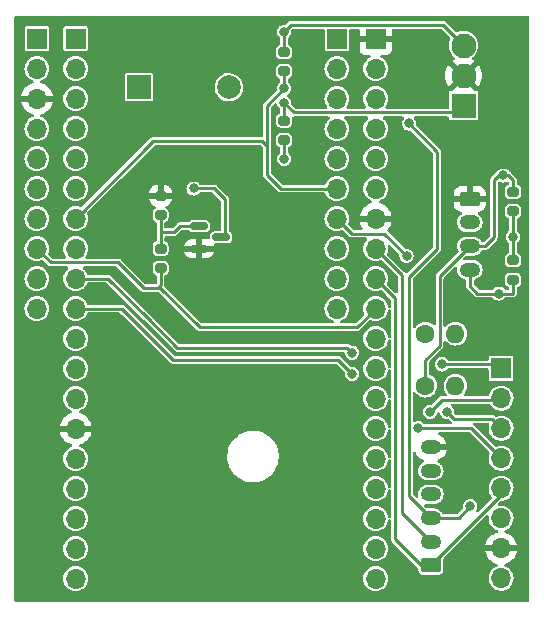
<source format=gtl>
G04 #@! TF.GenerationSoftware,KiCad,Pcbnew,(6.0.10)*
G04 #@! TF.CreationDate,2023-07-27T10:12:38-04:00*
G04 #@! TF.ProjectId,reader-daughter,72656164-6572-42d6-9461-756768746572,rev?*
G04 #@! TF.SameCoordinates,Original*
G04 #@! TF.FileFunction,Copper,L1,Top*
G04 #@! TF.FilePolarity,Positive*
%FSLAX46Y46*%
G04 Gerber Fmt 4.6, Leading zero omitted, Abs format (unit mm)*
G04 Created by KiCad (PCBNEW (6.0.10)) date 2023-07-27 10:12:38*
%MOMM*%
%LPD*%
G01*
G04 APERTURE LIST*
G04 Aperture macros list*
%AMRoundRect*
0 Rectangle with rounded corners*
0 $1 Rounding radius*
0 $2 $3 $4 $5 $6 $7 $8 $9 X,Y pos of 4 corners*
0 Add a 4 corners polygon primitive as box body*
4,1,4,$2,$3,$4,$5,$6,$7,$8,$9,$2,$3,0*
0 Add four circle primitives for the rounded corners*
1,1,$1+$1,$2,$3*
1,1,$1+$1,$4,$5*
1,1,$1+$1,$6,$7*
1,1,$1+$1,$8,$9*
0 Add four rect primitives between the rounded corners*
20,1,$1+$1,$2,$3,$4,$5,0*
20,1,$1+$1,$4,$5,$6,$7,0*
20,1,$1+$1,$6,$7,$8,$9,0*
20,1,$1+$1,$8,$9,$2,$3,0*%
G04 Aperture macros list end*
G04 #@! TA.AperFunction,ComponentPad*
%ADD10RoundRect,0.250000X-0.625000X0.350000X-0.625000X-0.350000X0.625000X-0.350000X0.625000X0.350000X0*%
G04 #@! TD*
G04 #@! TA.AperFunction,ComponentPad*
%ADD11O,1.750000X1.200000*%
G04 #@! TD*
G04 #@! TA.AperFunction,ComponentPad*
%ADD12R,2.100000X2.100000*%
G04 #@! TD*
G04 #@! TA.AperFunction,ComponentPad*
%ADD13C,2.100000*%
G04 #@! TD*
G04 #@! TA.AperFunction,ComponentPad*
%ADD14R,2.000000X2.000000*%
G04 #@! TD*
G04 #@! TA.AperFunction,ComponentPad*
%ADD15C,2.000000*%
G04 #@! TD*
G04 #@! TA.AperFunction,SMDPad,CuDef*
%ADD16RoundRect,0.200000X-0.275000X0.200000X-0.275000X-0.200000X0.275000X-0.200000X0.275000X0.200000X0*%
G04 #@! TD*
G04 #@! TA.AperFunction,ComponentPad*
%ADD17RoundRect,0.250000X0.625000X-0.350000X0.625000X0.350000X-0.625000X0.350000X-0.625000X-0.350000X0*%
G04 #@! TD*
G04 #@! TA.AperFunction,ComponentPad*
%ADD18R,1.700000X1.700000*%
G04 #@! TD*
G04 #@! TA.AperFunction,ComponentPad*
%ADD19O,1.700000X1.700000*%
G04 #@! TD*
G04 #@! TA.AperFunction,SMDPad,CuDef*
%ADD20RoundRect,0.200000X0.275000X-0.200000X0.275000X0.200000X-0.275000X0.200000X-0.275000X-0.200000X0*%
G04 #@! TD*
G04 #@! TA.AperFunction,SMDPad,CuDef*
%ADD21RoundRect,0.150000X-0.587500X-0.150000X0.587500X-0.150000X0.587500X0.150000X-0.587500X0.150000X0*%
G04 #@! TD*
G04 #@! TA.AperFunction,ComponentPad*
%ADD22C,1.600000*%
G04 #@! TD*
G04 #@! TA.AperFunction,ComponentPad*
%ADD23O,1.600000X1.600000*%
G04 #@! TD*
G04 #@! TA.AperFunction,ViaPad*
%ADD24C,0.800000*%
G04 #@! TD*
G04 #@! TA.AperFunction,Conductor*
%ADD25C,0.250000*%
G04 #@! TD*
G04 APERTURE END LIST*
D10*
X145161000Y-87579200D03*
D11*
X145161000Y-89579200D03*
X145161000Y-91579200D03*
X145161000Y-93579200D03*
D12*
X144627600Y-79679800D03*
D13*
X144627600Y-77139800D03*
X144627600Y-74599800D03*
D14*
X117154800Y-78130400D03*
D15*
X124754800Y-78130400D03*
D16*
X129438400Y-80949800D03*
X129438400Y-82599800D03*
D17*
X141850000Y-118600000D03*
D11*
X141850000Y-116600000D03*
X141850000Y-114600000D03*
X141850000Y-112600000D03*
X141850000Y-110600000D03*
X141850000Y-108600000D03*
D18*
X133907000Y-74015600D03*
D19*
X133907000Y-76555600D03*
X133907000Y-79095600D03*
X133907000Y-81635600D03*
X133907000Y-84175600D03*
X133907000Y-86715600D03*
X133907000Y-89255600D03*
X133907000Y-91795600D03*
X133907000Y-94335600D03*
X133907000Y-96875600D03*
D18*
X108507000Y-74015600D03*
D19*
X108507000Y-76555600D03*
X108507000Y-79095600D03*
X108507000Y-81635600D03*
X108507000Y-84175600D03*
X108507000Y-86715600D03*
X108507000Y-89255600D03*
X108507000Y-91795600D03*
X108507000Y-94335600D03*
X108507000Y-96875600D03*
D20*
X118973600Y-93446600D03*
X118973600Y-91796600D03*
X148800000Y-94425000D03*
X148800000Y-92775000D03*
D18*
X137185400Y-74015600D03*
D19*
X137185400Y-76555600D03*
X137185400Y-79095600D03*
X137185400Y-81635600D03*
X137185400Y-84175600D03*
X137185400Y-86715600D03*
X137185400Y-89255600D03*
X137185400Y-91795600D03*
X137185400Y-94335600D03*
X137185400Y-96875600D03*
X137185400Y-99415600D03*
X137185400Y-101955600D03*
X137185400Y-104495600D03*
X137185400Y-107035600D03*
X137185400Y-109575600D03*
X137185400Y-112115600D03*
X137185400Y-114655600D03*
X137185400Y-117195600D03*
X137185400Y-119735600D03*
D21*
X122227100Y-89893600D03*
X122227100Y-91793600D03*
X124102100Y-90843600D03*
D18*
X111785400Y-74015600D03*
D19*
X111785400Y-76555600D03*
X111785400Y-79095600D03*
X111785400Y-81635600D03*
X111785400Y-84175600D03*
X111785400Y-86715600D03*
X111785400Y-89255600D03*
X111785400Y-91795600D03*
X111785400Y-94335600D03*
X111785400Y-96875600D03*
X111785400Y-99415600D03*
X111785400Y-101955600D03*
X111785400Y-104495600D03*
X111785400Y-107035600D03*
X111785400Y-109575600D03*
X111785400Y-112115600D03*
X111785400Y-114655600D03*
X111785400Y-117195600D03*
X111785400Y-119735600D03*
D20*
X129438400Y-76783200D03*
X129438400Y-75133200D03*
D18*
X147800000Y-101925000D03*
D19*
X147800000Y-104465000D03*
X147800000Y-107005000D03*
X147800000Y-109545000D03*
X147800000Y-112085000D03*
X147800000Y-114625000D03*
X147800000Y-117165000D03*
X147800000Y-119705000D03*
D22*
X141400000Y-103400000D03*
D23*
X143940000Y-103400000D03*
D16*
X148800000Y-86975000D03*
X148800000Y-88625000D03*
D22*
X141400000Y-99000000D03*
D23*
X143940000Y-99000000D03*
D16*
X118973600Y-87300800D03*
X118973600Y-88950800D03*
D24*
X148800000Y-90800000D03*
X143100000Y-111600000D03*
X110200000Y-80600000D03*
X139600000Y-90400000D03*
X139600000Y-75600000D03*
X121767600Y-86703400D03*
X148000000Y-85600000D03*
X147600000Y-95600000D03*
X139800000Y-92400000D03*
X129438400Y-84201000D03*
X129438400Y-78232000D03*
X129438400Y-79451200D03*
X129438400Y-73431400D03*
X142800000Y-101600000D03*
X135200000Y-100600000D03*
X141800000Y-105600000D03*
X135200000Y-102400000D03*
X140000000Y-81200000D03*
X145200000Y-113600000D03*
X140800000Y-107000000D03*
X143215500Y-105600000D03*
D25*
X148800000Y-90800000D02*
X148800000Y-88625000D01*
X148800000Y-92775000D02*
X148800000Y-90800000D01*
X123520200Y-86703400D02*
X124406900Y-87590100D01*
X121767600Y-86703400D02*
X123520200Y-86703400D01*
X124406900Y-87590100D02*
X124406900Y-90881200D01*
X148800000Y-86000000D02*
X148400000Y-85600000D01*
X147200000Y-90800000D02*
X146420800Y-91579200D01*
X142600000Y-100000000D02*
X142600000Y-94140200D01*
X142600000Y-94140200D02*
X145161000Y-91579200D01*
X148800000Y-86975000D02*
X148800000Y-86000000D01*
X141400000Y-103400000D02*
X141400000Y-101200000D01*
X141400000Y-101200000D02*
X142600000Y-100000000D01*
X146420800Y-91579200D02*
X145161000Y-91579200D01*
X147200000Y-86000000D02*
X147200000Y-90800000D01*
X148000000Y-85600000D02*
X147600000Y-85600000D01*
X148400000Y-85600000D02*
X148000000Y-85600000D01*
X147600000Y-85600000D02*
X147200000Y-86000000D01*
X145800000Y-95600000D02*
X145161000Y-94961000D01*
X139800000Y-92400000D02*
X137925600Y-90525600D01*
X145161000Y-94961000D02*
X145161000Y-93579200D01*
X137925600Y-90525600D02*
X135177000Y-90525600D01*
X135177000Y-90525600D02*
X133907000Y-89255600D01*
X148800000Y-95600000D02*
X147600000Y-95600000D01*
X148800000Y-94425000D02*
X148800000Y-95600000D01*
X147600000Y-95600000D02*
X145800000Y-95600000D01*
X109682000Y-92970600D02*
X115398800Y-92970600D01*
X137185400Y-96875600D02*
X135610600Y-98450400D01*
X118846600Y-95021400D02*
X118973600Y-94894400D01*
X117576600Y-95148400D02*
X118719600Y-95148400D01*
X118973600Y-94894400D02*
X118973600Y-93446600D01*
X108507000Y-91795600D02*
X109682000Y-92970600D01*
X118719600Y-95148400D02*
X118846600Y-95021400D01*
X115398800Y-92970600D02*
X117576600Y-95148400D01*
X122275600Y-98450400D02*
X118846600Y-95021400D01*
X135610600Y-98450400D02*
X122275600Y-98450400D01*
X129438400Y-84201000D02*
X129438400Y-82599800D01*
X129438400Y-78232000D02*
X127990600Y-79679800D01*
X127990600Y-85572600D02*
X129133600Y-86715600D01*
X127990600Y-83108800D02*
X127990600Y-85572600D01*
X129133600Y-86715600D02*
X133907000Y-86715600D01*
X111785400Y-89255600D02*
X118364000Y-82677000D01*
X129438400Y-78232000D02*
X129438400Y-76783200D01*
X118364000Y-82677000D02*
X127558800Y-82677000D01*
X127990600Y-79679800D02*
X127990600Y-83108800D01*
X127558800Y-82677000D02*
X127990600Y-83108800D01*
X130257800Y-80270600D02*
X144036800Y-80270600D01*
X129438400Y-79451200D02*
X129438400Y-80949800D01*
X144036800Y-80270600D02*
X144627600Y-79679800D01*
X129438400Y-79451200D02*
X130257800Y-80270600D01*
X130029200Y-72840600D02*
X142868400Y-72840600D01*
X129438400Y-73431400D02*
X130029200Y-72840600D01*
X142868400Y-72840600D02*
X144627600Y-74599800D01*
X129438400Y-73431400D02*
X129438400Y-75133200D01*
X118973600Y-90411800D02*
X118973600Y-88950800D01*
X120634800Y-89893600D02*
X120116600Y-90411800D01*
X122227100Y-89893600D02*
X120634800Y-89893600D01*
X118973600Y-91796600D02*
X118973600Y-90411800D01*
X120116600Y-90411800D02*
X118973600Y-90411800D01*
X120400000Y-100200000D02*
X132000000Y-100200000D01*
X117800000Y-97600000D02*
X120400000Y-100200000D01*
X142800000Y-101600000D02*
X147475000Y-101600000D01*
X111785400Y-94335600D02*
X114535600Y-94335600D01*
X132000000Y-100200000D02*
X134800000Y-100200000D01*
X114535600Y-94335600D02*
X117800000Y-97600000D01*
X147475000Y-101600000D02*
X147800000Y-101925000D01*
X134800000Y-100200000D02*
X135200000Y-100600000D01*
X120000000Y-101200000D02*
X129000000Y-101200000D01*
X116000000Y-97200000D02*
X120000000Y-101200000D01*
X141800000Y-105600000D02*
X142800000Y-104600000D01*
X111785400Y-96875600D02*
X115675600Y-96875600D01*
X134000000Y-101200000D02*
X135200000Y-102400000D01*
X115675600Y-96875600D02*
X116000000Y-97200000D01*
X142800000Y-104600000D02*
X147665000Y-104600000D01*
X129000000Y-101200000D02*
X134000000Y-101200000D01*
X147665000Y-104600000D02*
X147800000Y-104465000D01*
X142400000Y-84000000D02*
X142400000Y-83600000D01*
X141850000Y-114600000D02*
X140000000Y-112750000D01*
X140000000Y-95800000D02*
X140000000Y-94200000D01*
X140000000Y-94200000D02*
X142400000Y-91800000D01*
X142400000Y-83600000D02*
X140000000Y-81200000D01*
X140000000Y-112750000D02*
X140000000Y-95800000D01*
X141850000Y-114600000D02*
X144200000Y-114600000D01*
X142400000Y-91800000D02*
X142400000Y-84000000D01*
X144200000Y-114600000D02*
X145200000Y-113600000D01*
X139400000Y-94010200D02*
X137185400Y-91795600D01*
X141850000Y-116600000D02*
X139400000Y-114150000D01*
X139400000Y-114150000D02*
X139400000Y-94010200D01*
X147800000Y-112650000D02*
X147800000Y-112085000D01*
X138800000Y-95950200D02*
X138800000Y-116400000D01*
X138800000Y-116400000D02*
X141000000Y-118600000D01*
X137185400Y-94335600D02*
X138800000Y-95950200D01*
X141000000Y-118600000D02*
X141850000Y-118600000D01*
X141850000Y-118600000D02*
X147800000Y-112650000D01*
X140800000Y-107000000D02*
X145255000Y-107000000D01*
X145255000Y-107000000D02*
X147800000Y-109545000D01*
X143215500Y-105600000D02*
X143815500Y-106200000D01*
X143815500Y-106200000D02*
X146995000Y-106200000D01*
X146995000Y-106200000D02*
X147800000Y-107005000D01*
G04 #@! TA.AperFunction,Conductor*
G36*
X150141121Y-72121002D02*
G01*
X150187614Y-72174658D01*
X150199000Y-72227000D01*
X150199000Y-121573000D01*
X150178998Y-121641121D01*
X150125342Y-121687614D01*
X150073000Y-121699000D01*
X106727000Y-121699000D01*
X106658879Y-121678998D01*
X106612386Y-121625342D01*
X106601000Y-121573000D01*
X106601000Y-119720862D01*
X110729920Y-119720862D01*
X110730436Y-119727006D01*
X110744074Y-119889411D01*
X110747159Y-119926153D01*
X110748858Y-119932078D01*
X110795170Y-120093586D01*
X110803944Y-120124186D01*
X110806759Y-120129663D01*
X110806760Y-120129666D01*
X110827647Y-120170307D01*
X110898112Y-120307418D01*
X111026077Y-120468870D01*
X111030770Y-120472864D01*
X111030771Y-120472865D01*
X111171306Y-120592469D01*
X111182964Y-120602391D01*
X111362798Y-120702897D01*
X111457638Y-120733712D01*
X111552871Y-120764656D01*
X111552875Y-120764657D01*
X111558729Y-120766559D01*
X111763294Y-120790951D01*
X111769429Y-120790479D01*
X111769431Y-120790479D01*
X111825439Y-120786169D01*
X111968700Y-120775146D01*
X111974630Y-120773490D01*
X111974632Y-120773490D01*
X112109053Y-120735959D01*
X112167125Y-120719745D01*
X112172614Y-120716972D01*
X112172620Y-120716970D01*
X112345516Y-120629633D01*
X112351010Y-120626858D01*
X112390177Y-120596258D01*
X112508501Y-120503813D01*
X112513351Y-120500024D01*
X112536494Y-120473213D01*
X112643940Y-120348734D01*
X112643940Y-120348733D01*
X112647964Y-120344072D01*
X112668787Y-120307418D01*
X112746676Y-120170307D01*
X112749723Y-120164944D01*
X112814751Y-119969463D01*
X112840571Y-119765074D01*
X112840983Y-119735600D01*
X112839538Y-119720862D01*
X136129920Y-119720862D01*
X136130436Y-119727006D01*
X136144074Y-119889411D01*
X136147159Y-119926153D01*
X136148858Y-119932078D01*
X136195170Y-120093586D01*
X136203944Y-120124186D01*
X136206759Y-120129663D01*
X136206760Y-120129666D01*
X136227647Y-120170307D01*
X136298112Y-120307418D01*
X136426077Y-120468870D01*
X136430770Y-120472864D01*
X136430771Y-120472865D01*
X136571306Y-120592469D01*
X136582964Y-120602391D01*
X136762798Y-120702897D01*
X136857638Y-120733712D01*
X136952871Y-120764656D01*
X136952875Y-120764657D01*
X136958729Y-120766559D01*
X137163294Y-120790951D01*
X137169429Y-120790479D01*
X137169431Y-120790479D01*
X137225439Y-120786169D01*
X137368700Y-120775146D01*
X137374630Y-120773490D01*
X137374632Y-120773490D01*
X137509053Y-120735959D01*
X137567125Y-120719745D01*
X137572614Y-120716972D01*
X137572620Y-120716970D01*
X137745516Y-120629633D01*
X137751010Y-120626858D01*
X137790177Y-120596258D01*
X137908501Y-120503813D01*
X137913351Y-120500024D01*
X137936494Y-120473213D01*
X138043940Y-120348734D01*
X138043940Y-120348733D01*
X138047964Y-120344072D01*
X138068787Y-120307418D01*
X138146676Y-120170307D01*
X138149723Y-120164944D01*
X138214751Y-119969463D01*
X138240571Y-119765074D01*
X138240983Y-119735600D01*
X138220880Y-119530570D01*
X138161335Y-119333349D01*
X138064618Y-119151449D01*
X137969945Y-119035369D01*
X137938306Y-118996575D01*
X137938303Y-118996572D01*
X137934411Y-118991800D01*
X137880197Y-118946950D01*
X137780425Y-118864411D01*
X137780421Y-118864409D01*
X137775675Y-118860482D01*
X137594455Y-118762497D01*
X137397654Y-118701577D01*
X137391529Y-118700933D01*
X137391528Y-118700933D01*
X137198898Y-118680687D01*
X137198896Y-118680687D01*
X137192769Y-118680043D01*
X137105929Y-118687946D01*
X136993742Y-118698155D01*
X136993739Y-118698156D01*
X136987603Y-118698714D01*
X136789972Y-118756880D01*
X136607402Y-118852326D01*
X136602601Y-118856186D01*
X136602598Y-118856188D01*
X136451654Y-118977550D01*
X136446847Y-118981415D01*
X136314424Y-119139230D01*
X136311456Y-119144628D01*
X136311453Y-119144633D01*
X136234965Y-119283765D01*
X136215176Y-119319762D01*
X136152884Y-119516132D01*
X136152198Y-119522249D01*
X136152197Y-119522253D01*
X136134039Y-119684137D01*
X136129920Y-119720862D01*
X112839538Y-119720862D01*
X112820880Y-119530570D01*
X112761335Y-119333349D01*
X112664618Y-119151449D01*
X112569945Y-119035369D01*
X112538306Y-118996575D01*
X112538303Y-118996572D01*
X112534411Y-118991800D01*
X112480197Y-118946950D01*
X112380425Y-118864411D01*
X112380421Y-118864409D01*
X112375675Y-118860482D01*
X112194455Y-118762497D01*
X111997654Y-118701577D01*
X111991529Y-118700933D01*
X111991528Y-118700933D01*
X111798898Y-118680687D01*
X111798896Y-118680687D01*
X111792769Y-118680043D01*
X111705929Y-118687946D01*
X111593742Y-118698155D01*
X111593739Y-118698156D01*
X111587603Y-118698714D01*
X111389972Y-118756880D01*
X111207402Y-118852326D01*
X111202601Y-118856186D01*
X111202598Y-118856188D01*
X111051654Y-118977550D01*
X111046847Y-118981415D01*
X110914424Y-119139230D01*
X110911456Y-119144628D01*
X110911453Y-119144633D01*
X110834965Y-119283765D01*
X110815176Y-119319762D01*
X110752884Y-119516132D01*
X110752198Y-119522249D01*
X110752197Y-119522253D01*
X110734039Y-119684137D01*
X110729920Y-119720862D01*
X106601000Y-119720862D01*
X106601000Y-117180862D01*
X110729920Y-117180862D01*
X110747159Y-117386153D01*
X110748858Y-117392078D01*
X110784622Y-117516801D01*
X110803944Y-117584186D01*
X110806759Y-117589663D01*
X110806760Y-117589666D01*
X110827647Y-117630307D01*
X110898112Y-117767418D01*
X111026077Y-117928870D01*
X111030770Y-117932864D01*
X111030771Y-117932865D01*
X111170534Y-118051812D01*
X111182964Y-118062391D01*
X111362798Y-118162897D01*
X111456116Y-118193218D01*
X111552871Y-118224656D01*
X111552875Y-118224657D01*
X111558729Y-118226559D01*
X111763294Y-118250951D01*
X111769429Y-118250479D01*
X111769431Y-118250479D01*
X111825439Y-118246169D01*
X111968700Y-118235146D01*
X111974630Y-118233490D01*
X111974632Y-118233490D01*
X112161197Y-118181400D01*
X112161196Y-118181400D01*
X112167125Y-118179745D01*
X112172614Y-118176972D01*
X112172620Y-118176970D01*
X112345516Y-118089633D01*
X112351010Y-118086858D01*
X112513351Y-117960024D01*
X112554700Y-117912121D01*
X112643940Y-117808734D01*
X112643940Y-117808733D01*
X112647964Y-117804072D01*
X112668787Y-117767418D01*
X112723408Y-117671267D01*
X112749723Y-117624944D01*
X112814751Y-117429463D01*
X112840571Y-117225074D01*
X112840983Y-117195600D01*
X112839538Y-117180862D01*
X136129920Y-117180862D01*
X136147159Y-117386153D01*
X136148858Y-117392078D01*
X136184622Y-117516801D01*
X136203944Y-117584186D01*
X136206759Y-117589663D01*
X136206760Y-117589666D01*
X136227647Y-117630307D01*
X136298112Y-117767418D01*
X136426077Y-117928870D01*
X136430770Y-117932864D01*
X136430771Y-117932865D01*
X136570534Y-118051812D01*
X136582964Y-118062391D01*
X136762798Y-118162897D01*
X136856116Y-118193218D01*
X136952871Y-118224656D01*
X136952875Y-118224657D01*
X136958729Y-118226559D01*
X137163294Y-118250951D01*
X137169429Y-118250479D01*
X137169431Y-118250479D01*
X137225439Y-118246169D01*
X137368700Y-118235146D01*
X137374630Y-118233490D01*
X137374632Y-118233490D01*
X137561197Y-118181400D01*
X137561196Y-118181400D01*
X137567125Y-118179745D01*
X137572614Y-118176972D01*
X137572620Y-118176970D01*
X137745516Y-118089633D01*
X137751010Y-118086858D01*
X137913351Y-117960024D01*
X137954700Y-117912121D01*
X138043940Y-117808734D01*
X138043940Y-117808733D01*
X138047964Y-117804072D01*
X138068787Y-117767418D01*
X138123408Y-117671267D01*
X138149723Y-117624944D01*
X138214751Y-117429463D01*
X138240571Y-117225074D01*
X138240983Y-117195600D01*
X138220880Y-116990570D01*
X138161335Y-116793349D01*
X138064618Y-116611449D01*
X137945348Y-116465210D01*
X137938306Y-116456575D01*
X137938303Y-116456572D01*
X137934411Y-116451800D01*
X137912925Y-116434025D01*
X137780425Y-116324411D01*
X137780421Y-116324409D01*
X137775675Y-116320482D01*
X137594455Y-116222497D01*
X137397654Y-116161577D01*
X137391529Y-116160933D01*
X137391528Y-116160933D01*
X137198898Y-116140687D01*
X137198896Y-116140687D01*
X137192769Y-116140043D01*
X137105929Y-116147946D01*
X136993742Y-116158155D01*
X136993739Y-116158156D01*
X136987603Y-116158714D01*
X136789972Y-116216880D01*
X136784507Y-116219737D01*
X136744005Y-116240911D01*
X136607402Y-116312326D01*
X136602601Y-116316186D01*
X136602598Y-116316188D01*
X136462528Y-116428807D01*
X136446847Y-116441415D01*
X136314424Y-116599230D01*
X136311456Y-116604628D01*
X136311453Y-116604633D01*
X136247412Y-116721124D01*
X136215176Y-116779762D01*
X136152884Y-116976132D01*
X136152198Y-116982249D01*
X136152197Y-116982253D01*
X136140117Y-117089955D01*
X136129920Y-117180862D01*
X112839538Y-117180862D01*
X112820880Y-116990570D01*
X112761335Y-116793349D01*
X112664618Y-116611449D01*
X112545348Y-116465210D01*
X112538306Y-116456575D01*
X112538303Y-116456572D01*
X112534411Y-116451800D01*
X112512925Y-116434025D01*
X112380425Y-116324411D01*
X112380421Y-116324409D01*
X112375675Y-116320482D01*
X112194455Y-116222497D01*
X111997654Y-116161577D01*
X111991529Y-116160933D01*
X111991528Y-116160933D01*
X111798898Y-116140687D01*
X111798896Y-116140687D01*
X111792769Y-116140043D01*
X111705929Y-116147946D01*
X111593742Y-116158155D01*
X111593739Y-116158156D01*
X111587603Y-116158714D01*
X111389972Y-116216880D01*
X111384507Y-116219737D01*
X111344005Y-116240911D01*
X111207402Y-116312326D01*
X111202601Y-116316186D01*
X111202598Y-116316188D01*
X111062528Y-116428807D01*
X111046847Y-116441415D01*
X110914424Y-116599230D01*
X110911456Y-116604628D01*
X110911453Y-116604633D01*
X110847412Y-116721124D01*
X110815176Y-116779762D01*
X110752884Y-116976132D01*
X110752198Y-116982249D01*
X110752197Y-116982253D01*
X110740117Y-117089955D01*
X110729920Y-117180862D01*
X106601000Y-117180862D01*
X106601000Y-114640862D01*
X110729920Y-114640862D01*
X110730436Y-114647006D01*
X110744074Y-114809411D01*
X110747159Y-114846153D01*
X110748858Y-114852078D01*
X110795170Y-115013586D01*
X110803944Y-115044186D01*
X110806759Y-115049663D01*
X110806760Y-115049666D01*
X110832023Y-115098822D01*
X110898112Y-115227418D01*
X111026077Y-115388870D01*
X111030770Y-115392864D01*
X111030771Y-115392865D01*
X111171306Y-115512469D01*
X111182964Y-115522391D01*
X111362798Y-115622897D01*
X111456990Y-115653502D01*
X111552871Y-115684656D01*
X111552875Y-115684657D01*
X111558729Y-115686559D01*
X111763294Y-115710951D01*
X111769429Y-115710479D01*
X111769431Y-115710479D01*
X111825439Y-115706169D01*
X111968700Y-115695146D01*
X111974630Y-115693490D01*
X111974632Y-115693490D01*
X112161197Y-115641400D01*
X112161196Y-115641400D01*
X112167125Y-115639745D01*
X112172614Y-115636972D01*
X112172620Y-115636970D01*
X112345516Y-115549633D01*
X112351010Y-115546858D01*
X112390177Y-115516258D01*
X112508501Y-115423813D01*
X112513351Y-115420024D01*
X112536494Y-115393213D01*
X112643940Y-115268734D01*
X112643940Y-115268733D01*
X112647964Y-115264072D01*
X112664452Y-115235049D01*
X112746676Y-115090307D01*
X112749723Y-115084944D01*
X112814751Y-114889463D01*
X112840571Y-114685074D01*
X112840983Y-114655600D01*
X112820880Y-114450570D01*
X112761335Y-114253349D01*
X112664618Y-114071449D01*
X112566493Y-113951136D01*
X112538306Y-113916575D01*
X112538303Y-113916572D01*
X112534411Y-113911800D01*
X112527573Y-113906143D01*
X112380425Y-113784411D01*
X112380421Y-113784409D01*
X112375675Y-113780482D01*
X112194455Y-113682497D01*
X111997654Y-113621577D01*
X111991529Y-113620933D01*
X111991528Y-113620933D01*
X111798898Y-113600687D01*
X111798896Y-113600687D01*
X111792769Y-113600043D01*
X111705929Y-113607946D01*
X111593742Y-113618155D01*
X111593739Y-113618156D01*
X111587603Y-113618714D01*
X111389972Y-113676880D01*
X111207402Y-113772326D01*
X111202601Y-113776186D01*
X111202598Y-113776188D01*
X111054563Y-113895211D01*
X111046847Y-113901415D01*
X110914424Y-114059230D01*
X110911456Y-114064628D01*
X110911453Y-114064633D01*
X110832936Y-114207456D01*
X110815176Y-114239762D01*
X110752884Y-114436132D01*
X110752198Y-114442249D01*
X110752197Y-114442253D01*
X110735134Y-114594376D01*
X110729920Y-114640862D01*
X106601000Y-114640862D01*
X106601000Y-112100862D01*
X110729920Y-112100862D01*
X110730436Y-112107006D01*
X110744074Y-112269411D01*
X110747159Y-112306153D01*
X110748858Y-112312078D01*
X110795170Y-112473586D01*
X110803944Y-112504186D01*
X110806759Y-112509663D01*
X110806760Y-112509666D01*
X110860984Y-112615174D01*
X110898112Y-112687418D01*
X111026077Y-112848870D01*
X111030770Y-112852864D01*
X111030771Y-112852865D01*
X111171306Y-112972469D01*
X111182964Y-112982391D01*
X111188342Y-112985397D01*
X111188344Y-112985398D01*
X111219963Y-113003069D01*
X111362798Y-113082897D01*
X111430116Y-113104770D01*
X111552871Y-113144656D01*
X111552875Y-113144657D01*
X111558729Y-113146559D01*
X111763294Y-113170951D01*
X111769429Y-113170479D01*
X111769431Y-113170479D01*
X111825439Y-113166169D01*
X111968700Y-113155146D01*
X111974630Y-113153490D01*
X111974632Y-113153490D01*
X112161197Y-113101400D01*
X112161196Y-113101400D01*
X112167125Y-113099745D01*
X112172614Y-113096972D01*
X112172620Y-113096970D01*
X112328723Y-113018116D01*
X112351010Y-113006858D01*
X112390177Y-112976258D01*
X112438132Y-112938791D01*
X112513351Y-112880024D01*
X112522844Y-112869027D01*
X112643940Y-112728734D01*
X112643940Y-112728733D01*
X112647964Y-112724072D01*
X112668787Y-112687418D01*
X112719231Y-112598620D01*
X112749723Y-112544944D01*
X112814751Y-112349463D01*
X112840571Y-112145074D01*
X112840983Y-112115600D01*
X112820880Y-111910570D01*
X112761335Y-111713349D01*
X112664618Y-111531449D01*
X112588118Y-111437651D01*
X112538306Y-111376575D01*
X112538303Y-111376572D01*
X112534411Y-111371800D01*
X112517186Y-111357550D01*
X112380425Y-111244411D01*
X112380421Y-111244409D01*
X112375675Y-111240482D01*
X112194455Y-111142497D01*
X111997654Y-111081577D01*
X111991529Y-111080933D01*
X111991528Y-111080933D01*
X111798898Y-111060687D01*
X111798896Y-111060687D01*
X111792769Y-111060043D01*
X111705929Y-111067946D01*
X111593742Y-111078155D01*
X111593739Y-111078156D01*
X111587603Y-111078714D01*
X111389972Y-111136880D01*
X111207402Y-111232326D01*
X111202601Y-111236186D01*
X111202598Y-111236188D01*
X111051654Y-111357550D01*
X111046847Y-111361415D01*
X110914424Y-111519230D01*
X110911456Y-111524628D01*
X110911453Y-111524633D01*
X110882099Y-111578029D01*
X110815176Y-111699762D01*
X110813313Y-111705635D01*
X110760059Y-111873515D01*
X110752884Y-111896132D01*
X110752198Y-111902249D01*
X110752197Y-111902253D01*
X110734039Y-112064137D01*
X110729920Y-112100862D01*
X106601000Y-112100862D01*
X106601000Y-107303566D01*
X110453657Y-107303566D01*
X110483965Y-107438046D01*
X110487045Y-107447875D01*
X110567170Y-107645203D01*
X110571813Y-107654394D01*
X110683094Y-107835988D01*
X110689177Y-107844299D01*
X110828613Y-108005267D01*
X110835980Y-108012483D01*
X110999834Y-108148516D01*
X111008281Y-108154431D01*
X111192156Y-108261879D01*
X111201442Y-108266329D01*
X111400401Y-108342303D01*
X111415266Y-108346622D01*
X111414689Y-108348608D01*
X111469660Y-108377682D01*
X111504510Y-108439536D01*
X111500388Y-108510413D01*
X111458601Y-108567809D01*
X111417330Y-108588828D01*
X111395889Y-108595138D01*
X111395884Y-108595140D01*
X111389972Y-108596880D01*
X111207402Y-108692326D01*
X111202601Y-108696186D01*
X111202598Y-108696188D01*
X111061772Y-108809415D01*
X111046847Y-108821415D01*
X110914424Y-108979230D01*
X110911456Y-108984628D01*
X110911453Y-108984633D01*
X110831998Y-109129162D01*
X110815176Y-109159762D01*
X110752884Y-109356132D01*
X110752198Y-109362249D01*
X110752197Y-109362253D01*
X110734039Y-109524137D01*
X110729920Y-109560862D01*
X110730436Y-109567006D01*
X110746568Y-109759111D01*
X110747159Y-109766153D01*
X110748858Y-109772078D01*
X110795170Y-109933586D01*
X110803944Y-109964186D01*
X110806759Y-109969663D01*
X110806760Y-109969666D01*
X110871291Y-110095230D01*
X110898112Y-110147418D01*
X111026077Y-110308870D01*
X111030770Y-110312864D01*
X111030771Y-110312865D01*
X111171306Y-110432469D01*
X111182964Y-110442391D01*
X111362798Y-110542897D01*
X111442162Y-110568684D01*
X111552871Y-110604656D01*
X111552875Y-110604657D01*
X111558729Y-110606559D01*
X111763294Y-110630951D01*
X111769429Y-110630479D01*
X111769431Y-110630479D01*
X111825439Y-110626169D01*
X111968700Y-110615146D01*
X111974630Y-110613490D01*
X111974632Y-110613490D01*
X112109053Y-110575959D01*
X112167125Y-110559745D01*
X112172614Y-110556972D01*
X112172620Y-110556970D01*
X112345516Y-110469633D01*
X112351010Y-110466858D01*
X112390177Y-110436258D01*
X112508501Y-110343813D01*
X112513351Y-110340024D01*
X112536494Y-110313213D01*
X112643940Y-110188734D01*
X112643940Y-110188733D01*
X112647964Y-110184072D01*
X112668787Y-110147418D01*
X112735260Y-110030403D01*
X112749723Y-110004944D01*
X112814751Y-109809463D01*
X112840571Y-109605074D01*
X112840983Y-109575600D01*
X112821526Y-109377160D01*
X124619035Y-109377160D01*
X124619039Y-109377234D01*
X124619263Y-109381120D01*
X124619263Y-109381127D01*
X124628916Y-109548522D01*
X124636114Y-109673362D01*
X124636939Y-109677567D01*
X124636940Y-109677575D01*
X124675382Y-109873515D01*
X124693234Y-109964506D01*
X124694621Y-109968557D01*
X124755859Y-110147418D01*
X124789338Y-110245204D01*
X124791263Y-110249031D01*
X124791264Y-110249034D01*
X124902213Y-110469633D01*
X124922648Y-110510263D01*
X124925074Y-110513792D01*
X124925077Y-110513798D01*
X125005595Y-110630951D01*
X125090698Y-110754776D01*
X125290377Y-110974220D01*
X125293666Y-110976970D01*
X125514698Y-111161783D01*
X125514703Y-111161787D01*
X125517990Y-111164535D01*
X125621504Y-111229469D01*
X125765687Y-111319915D01*
X125765691Y-111319917D01*
X125769327Y-111322198D01*
X125773237Y-111323963D01*
X125773238Y-111323964D01*
X126035823Y-111442526D01*
X126035827Y-111442528D01*
X126039735Y-111444292D01*
X126043855Y-111445512D01*
X126043854Y-111445512D01*
X126320098Y-111527339D01*
X126320102Y-111527340D01*
X126324211Y-111528557D01*
X126328448Y-111529205D01*
X126328451Y-111529206D01*
X126418379Y-111542967D01*
X126617492Y-111573436D01*
X126768564Y-111575809D01*
X126909858Y-111578029D01*
X126909864Y-111578029D01*
X126914149Y-111578096D01*
X127208695Y-111542452D01*
X127495677Y-111467163D01*
X127769787Y-111353623D01*
X127797771Y-111337271D01*
X128022254Y-111206094D01*
X128022255Y-111206093D01*
X128025952Y-111203933D01*
X128073287Y-111166818D01*
X128256059Y-111023506D01*
X128259431Y-111020862D01*
X128331499Y-110946494D01*
X128462921Y-110810876D01*
X128465904Y-110807798D01*
X128468437Y-110804350D01*
X128468441Y-110804345D01*
X128639013Y-110572139D01*
X128641551Y-110568684D01*
X128645506Y-110561400D01*
X128781071Y-110311720D01*
X128781072Y-110311718D01*
X128783121Y-110307944D01*
X128887995Y-110030403D01*
X128938597Y-109809463D01*
X128953275Y-109745377D01*
X128953276Y-109745372D01*
X128954232Y-109741197D01*
X128980607Y-109445677D01*
X128981085Y-109400000D01*
X128980623Y-109393222D01*
X128961197Y-109108270D01*
X128961196Y-109108264D01*
X128960905Y-109103993D01*
X128956437Y-109082415D01*
X128901610Y-108817669D01*
X128900739Y-108813463D01*
X128898088Y-108805975D01*
X128803132Y-108537828D01*
X128801701Y-108533787D01*
X128665622Y-108270139D01*
X128662945Y-108266329D01*
X128497488Y-108030909D01*
X128497487Y-108030908D01*
X128495021Y-108027399D01*
X128324875Y-107844299D01*
X128295972Y-107813196D01*
X128295971Y-107813195D01*
X128293055Y-107810057D01*
X128285427Y-107803813D01*
X128083714Y-107638714D01*
X128063461Y-107622137D01*
X127810488Y-107467115D01*
X127806552Y-107465387D01*
X127542744Y-107349583D01*
X127542741Y-107349582D01*
X127538816Y-107347859D01*
X127253473Y-107266577D01*
X127249231Y-107265973D01*
X127249225Y-107265972D01*
X126963990Y-107225377D01*
X126959739Y-107224772D01*
X126804069Y-107223957D01*
X126667336Y-107223241D01*
X126667330Y-107223241D01*
X126663049Y-107223219D01*
X126658805Y-107223778D01*
X126658801Y-107223778D01*
X126544220Y-107238863D01*
X126368893Y-107261945D01*
X126364753Y-107263078D01*
X126364751Y-107263078D01*
X126202146Y-107307562D01*
X126082714Y-107340235D01*
X125809808Y-107456639D01*
X125691590Y-107527391D01*
X125558907Y-107606800D01*
X125558903Y-107606803D01*
X125555225Y-107609004D01*
X125551882Y-107611682D01*
X125551878Y-107611685D01*
X125541627Y-107619898D01*
X125323676Y-107794510D01*
X125320732Y-107797612D01*
X125320728Y-107797616D01*
X125122395Y-108006615D01*
X125119445Y-108009724D01*
X124946312Y-108250665D01*
X124807480Y-108512873D01*
X124705518Y-108791497D01*
X124642313Y-109081380D01*
X124619035Y-109377160D01*
X112821526Y-109377160D01*
X112820880Y-109370570D01*
X112761335Y-109173349D01*
X112664618Y-108991449D01*
X112591259Y-108901502D01*
X112538306Y-108836575D01*
X112538303Y-108836572D01*
X112534411Y-108831800D01*
X112517186Y-108817550D01*
X112380425Y-108704411D01*
X112380421Y-108704409D01*
X112375675Y-108700482D01*
X112194455Y-108602497D01*
X112143583Y-108586750D01*
X112084425Y-108547499D01*
X112055877Y-108482495D01*
X112067005Y-108412376D01*
X112114276Y-108359404D01*
X112144635Y-108345699D01*
X112277655Y-108305791D01*
X112287242Y-108302033D01*
X112478495Y-108208339D01*
X112487345Y-108203064D01*
X112660728Y-108079392D01*
X112668600Y-108072739D01*
X112819452Y-107922412D01*
X112826130Y-107914565D01*
X112950403Y-107741620D01*
X112955713Y-107732783D01*
X113050070Y-107541867D01*
X113053869Y-107532272D01*
X113115777Y-107328510D01*
X113117955Y-107318437D01*
X113119386Y-107307562D01*
X113117175Y-107293378D01*
X113104017Y-107289600D01*
X110468625Y-107289600D01*
X110455094Y-107293573D01*
X110453657Y-107303566D01*
X106601000Y-107303566D01*
X106601000Y-106769783D01*
X110449789Y-106769783D01*
X110451312Y-106778207D01*
X110463692Y-106781600D01*
X113103744Y-106781600D01*
X113117275Y-106777627D01*
X113118580Y-106768547D01*
X113076614Y-106601475D01*
X113073294Y-106591724D01*
X112988372Y-106396414D01*
X112983505Y-106387339D01*
X112867826Y-106208526D01*
X112861536Y-106200357D01*
X112718206Y-106042840D01*
X112710673Y-106035815D01*
X112543539Y-105903822D01*
X112534952Y-105898117D01*
X112348517Y-105795199D01*
X112339105Y-105790969D01*
X112147431Y-105723093D01*
X112089895Y-105681499D01*
X112063979Y-105615401D01*
X112077913Y-105545785D01*
X112127272Y-105494754D01*
X112155606Y-105482962D01*
X112161190Y-105481403D01*
X112161199Y-105481400D01*
X112167125Y-105479745D01*
X112172614Y-105476972D01*
X112172620Y-105476970D01*
X112345516Y-105389633D01*
X112351010Y-105386858D01*
X112390177Y-105356258D01*
X112508501Y-105263813D01*
X112513351Y-105260024D01*
X112536494Y-105233213D01*
X112643940Y-105108734D01*
X112643940Y-105108733D01*
X112647964Y-105104072D01*
X112668787Y-105067418D01*
X112706337Y-105001317D01*
X112749723Y-104924944D01*
X112814751Y-104729463D01*
X112840571Y-104525074D01*
X112840983Y-104495600D01*
X112820880Y-104290570D01*
X112761335Y-104093349D01*
X112664618Y-103911449D01*
X112544499Y-103764169D01*
X112538306Y-103756575D01*
X112538303Y-103756572D01*
X112534411Y-103751800D01*
X112385469Y-103628584D01*
X112380425Y-103624411D01*
X112380421Y-103624409D01*
X112375675Y-103620482D01*
X112194455Y-103522497D01*
X111997654Y-103461577D01*
X111991529Y-103460933D01*
X111991528Y-103460933D01*
X111798898Y-103440687D01*
X111798896Y-103440687D01*
X111792769Y-103440043D01*
X111705929Y-103447946D01*
X111593742Y-103458155D01*
X111593739Y-103458156D01*
X111587603Y-103458714D01*
X111389972Y-103516880D01*
X111207402Y-103612326D01*
X111202601Y-103616186D01*
X111202598Y-103616188D01*
X111051654Y-103737550D01*
X111046847Y-103741415D01*
X110914424Y-103899230D01*
X110911456Y-103904628D01*
X110911453Y-103904633D01*
X110870289Y-103979511D01*
X110815176Y-104079762D01*
X110752884Y-104276132D01*
X110752198Y-104282249D01*
X110752197Y-104282253D01*
X110732092Y-104461494D01*
X110729920Y-104480862D01*
X110730436Y-104487006D01*
X110739520Y-104595178D01*
X110747159Y-104686153D01*
X110803944Y-104884186D01*
X110806759Y-104889663D01*
X110806760Y-104889666D01*
X110860544Y-104994318D01*
X110898112Y-105067418D01*
X111026077Y-105228870D01*
X111030770Y-105232864D01*
X111030771Y-105232865D01*
X111171306Y-105352469D01*
X111182964Y-105362391D01*
X111362798Y-105462897D01*
X111427837Y-105484029D01*
X111486442Y-105524102D01*
X111514080Y-105589498D01*
X111501974Y-105659455D01*
X111453968Y-105711762D01*
X111428046Y-105723627D01*
X111262268Y-105777812D01*
X111252759Y-105781809D01*
X111063863Y-105880142D01*
X111055138Y-105885636D01*
X110884833Y-106013505D01*
X110877126Y-106020348D01*
X110729990Y-106174317D01*
X110723504Y-106182327D01*
X110603498Y-106358249D01*
X110598400Y-106367223D01*
X110508738Y-106560383D01*
X110505175Y-106570070D01*
X110449789Y-106769783D01*
X106601000Y-106769783D01*
X106601000Y-101940862D01*
X110729920Y-101940862D01*
X110730436Y-101947006D01*
X110744922Y-102119509D01*
X110747159Y-102146153D01*
X110748858Y-102152078D01*
X110800783Y-102333161D01*
X110803944Y-102344186D01*
X110806759Y-102349663D01*
X110806760Y-102349666D01*
X110871760Y-102476143D01*
X110898112Y-102527418D01*
X111026077Y-102688870D01*
X111030770Y-102692864D01*
X111030771Y-102692865D01*
X111150484Y-102794748D01*
X111182964Y-102822391D01*
X111188342Y-102825397D01*
X111188344Y-102825398D01*
X111256604Y-102863547D01*
X111362798Y-102922897D01*
X111457638Y-102953713D01*
X111552871Y-102984656D01*
X111552875Y-102984657D01*
X111558729Y-102986559D01*
X111763294Y-103010951D01*
X111769429Y-103010479D01*
X111769431Y-103010479D01*
X111831771Y-103005682D01*
X111968700Y-102995146D01*
X111974630Y-102993490D01*
X111974632Y-102993490D01*
X112161197Y-102941400D01*
X112161196Y-102941400D01*
X112167125Y-102939745D01*
X112172614Y-102936972D01*
X112172620Y-102936970D01*
X112317971Y-102863547D01*
X112351010Y-102846858D01*
X112363096Y-102837416D01*
X112508501Y-102723813D01*
X112513351Y-102720024D01*
X112522529Y-102709392D01*
X112643940Y-102568734D01*
X112643940Y-102568733D01*
X112647964Y-102564072D01*
X112668787Y-102527418D01*
X112734406Y-102411907D01*
X112749723Y-102384944D01*
X112814751Y-102189463D01*
X112840571Y-101985074D01*
X112840983Y-101955600D01*
X112820880Y-101750570D01*
X112761335Y-101553349D01*
X112664618Y-101371449D01*
X112569235Y-101254498D01*
X112538306Y-101216575D01*
X112538303Y-101216572D01*
X112534411Y-101211800D01*
X112493873Y-101178264D01*
X112380425Y-101084411D01*
X112380421Y-101084409D01*
X112375675Y-101080482D01*
X112203791Y-100987545D01*
X112199874Y-100985427D01*
X112194455Y-100982497D01*
X111997654Y-100921577D01*
X111991529Y-100920933D01*
X111991528Y-100920933D01*
X111798898Y-100900687D01*
X111798896Y-100900687D01*
X111792769Y-100900043D01*
X111705929Y-100907946D01*
X111593742Y-100918155D01*
X111593739Y-100918156D01*
X111587603Y-100918714D01*
X111389972Y-100976880D01*
X111384507Y-100979737D01*
X111373623Y-100985427D01*
X111207402Y-101072326D01*
X111202601Y-101076186D01*
X111202598Y-101076188D01*
X111065868Y-101186122D01*
X111046847Y-101201415D01*
X110914424Y-101359230D01*
X110911456Y-101364628D01*
X110911453Y-101364633D01*
X110849162Y-101477941D01*
X110815176Y-101539762D01*
X110752884Y-101736132D01*
X110752198Y-101742249D01*
X110752197Y-101742253D01*
X110734185Y-101902841D01*
X110729920Y-101940862D01*
X106601000Y-101940862D01*
X106601000Y-99400862D01*
X110729920Y-99400862D01*
X110730436Y-99407006D01*
X110743949Y-99567921D01*
X110747159Y-99606153D01*
X110748858Y-99612078D01*
X110782110Y-99728040D01*
X110803944Y-99804186D01*
X110806759Y-99809663D01*
X110806760Y-99809666D01*
X110895270Y-99981889D01*
X110898112Y-99987418D01*
X111026077Y-100148870D01*
X111030770Y-100152864D01*
X111030771Y-100152865D01*
X111089572Y-100202908D01*
X111182964Y-100282391D01*
X111188342Y-100285397D01*
X111188344Y-100285398D01*
X111209388Y-100297159D01*
X111362798Y-100382897D01*
X111457638Y-100413712D01*
X111552871Y-100444656D01*
X111552875Y-100444657D01*
X111558729Y-100446559D01*
X111763294Y-100470951D01*
X111769429Y-100470479D01*
X111769431Y-100470479D01*
X111825439Y-100466169D01*
X111968700Y-100455146D01*
X111974630Y-100453490D01*
X111974632Y-100453490D01*
X112161197Y-100401400D01*
X112161196Y-100401400D01*
X112167125Y-100399745D01*
X112172614Y-100396972D01*
X112172620Y-100396970D01*
X112345516Y-100309633D01*
X112351010Y-100306858D01*
X112513351Y-100180024D01*
X112517639Y-100175057D01*
X112643940Y-100028734D01*
X112643940Y-100028733D01*
X112647964Y-100024072D01*
X112651348Y-100018116D01*
X112704124Y-99925213D01*
X112749723Y-99844944D01*
X112814751Y-99649463D01*
X112840571Y-99445074D01*
X112840983Y-99415600D01*
X112820880Y-99210570D01*
X112761335Y-99013349D01*
X112664618Y-98831449D01*
X112553454Y-98695149D01*
X112538306Y-98676575D01*
X112538303Y-98676572D01*
X112534411Y-98671800D01*
X112528152Y-98666622D01*
X112380425Y-98544411D01*
X112380421Y-98544409D01*
X112375675Y-98540482D01*
X112194455Y-98442497D01*
X111997654Y-98381577D01*
X111991529Y-98380933D01*
X111991528Y-98380933D01*
X111798898Y-98360687D01*
X111798896Y-98360687D01*
X111792769Y-98360043D01*
X111705929Y-98367946D01*
X111593742Y-98378155D01*
X111593739Y-98378156D01*
X111587603Y-98378714D01*
X111389972Y-98436880D01*
X111384507Y-98439737D01*
X111373623Y-98445427D01*
X111207402Y-98532326D01*
X111202601Y-98536186D01*
X111202598Y-98536188D01*
X111102220Y-98616894D01*
X111046847Y-98661415D01*
X110914424Y-98819230D01*
X110911456Y-98824628D01*
X110911453Y-98824633D01*
X110904715Y-98836890D01*
X110815176Y-98999762D01*
X110752884Y-99196132D01*
X110752198Y-99202249D01*
X110752197Y-99202253D01*
X110733371Y-99370091D01*
X110729920Y-99400862D01*
X106601000Y-99400862D01*
X106601000Y-96860862D01*
X107451520Y-96860862D01*
X107452036Y-96867006D01*
X107461120Y-96975178D01*
X107468759Y-97066153D01*
X107470458Y-97072078D01*
X107518037Y-97238005D01*
X107525544Y-97264186D01*
X107528359Y-97269663D01*
X107528360Y-97269666D01*
X107569493Y-97349702D01*
X107619712Y-97447418D01*
X107747677Y-97608870D01*
X107904564Y-97742391D01*
X108084398Y-97842897D01*
X108141357Y-97861404D01*
X108274471Y-97904656D01*
X108274475Y-97904657D01*
X108280329Y-97906559D01*
X108484894Y-97930951D01*
X108491029Y-97930479D01*
X108491031Y-97930479D01*
X108547039Y-97926169D01*
X108690300Y-97915146D01*
X108696230Y-97913490D01*
X108696232Y-97913490D01*
X108882797Y-97861400D01*
X108882796Y-97861400D01*
X108888725Y-97859745D01*
X108894214Y-97856972D01*
X108894220Y-97856970D01*
X109067116Y-97769633D01*
X109072610Y-97766858D01*
X109234951Y-97640024D01*
X109369564Y-97484072D01*
X109390387Y-97447418D01*
X109445897Y-97349702D01*
X109471323Y-97304944D01*
X109536351Y-97109463D01*
X109562171Y-96905074D01*
X109562583Y-96875600D01*
X109561138Y-96860862D01*
X110729920Y-96860862D01*
X110730436Y-96867006D01*
X110739520Y-96975178D01*
X110747159Y-97066153D01*
X110748858Y-97072078D01*
X110796437Y-97238005D01*
X110803944Y-97264186D01*
X110806759Y-97269663D01*
X110806760Y-97269666D01*
X110847893Y-97349702D01*
X110898112Y-97447418D01*
X111026077Y-97608870D01*
X111182964Y-97742391D01*
X111362798Y-97842897D01*
X111419757Y-97861404D01*
X111552871Y-97904656D01*
X111552875Y-97904657D01*
X111558729Y-97906559D01*
X111763294Y-97930951D01*
X111769429Y-97930479D01*
X111769431Y-97930479D01*
X111825439Y-97926169D01*
X111968700Y-97915146D01*
X111974630Y-97913490D01*
X111974632Y-97913490D01*
X112161197Y-97861400D01*
X112161196Y-97861400D01*
X112167125Y-97859745D01*
X112172614Y-97856972D01*
X112172620Y-97856970D01*
X112345516Y-97769633D01*
X112351010Y-97766858D01*
X112513351Y-97640024D01*
X112647964Y-97484072D01*
X112668787Y-97447418D01*
X112746675Y-97310309D01*
X112746676Y-97310307D01*
X112749723Y-97304944D01*
X112755584Y-97287326D01*
X112796066Y-97229003D01*
X112861654Y-97201824D01*
X112875141Y-97201100D01*
X115488584Y-97201100D01*
X115556705Y-97221102D01*
X115577679Y-97238005D01*
X115749702Y-97410028D01*
X119755895Y-101416222D01*
X119763321Y-101424325D01*
X119787545Y-101453194D01*
X119797088Y-101458704D01*
X119797092Y-101458707D01*
X119820179Y-101472036D01*
X119829448Y-101477940D01*
X119860316Y-101499554D01*
X119870964Y-101502407D01*
X119874135Y-101503886D01*
X119877411Y-101505078D01*
X119886955Y-101510588D01*
X119924076Y-101517134D01*
X119934783Y-101519508D01*
X119971193Y-101529263D01*
X119982168Y-101528303D01*
X119982170Y-101528303D01*
X120008731Y-101525979D01*
X120019712Y-101525500D01*
X133812983Y-101525500D01*
X133881104Y-101545502D01*
X133902079Y-101562405D01*
X134567292Y-102227619D01*
X134601317Y-102289931D01*
X134603118Y-102333158D01*
X134594318Y-102400000D01*
X134614956Y-102556762D01*
X134675464Y-102702841D01*
X134771718Y-102828282D01*
X134897159Y-102924536D01*
X135043238Y-102985044D01*
X135051426Y-102986122D01*
X135060283Y-102987288D01*
X135200000Y-103005682D01*
X135208188Y-103004604D01*
X135213126Y-103003954D01*
X135339717Y-102987288D01*
X135348574Y-102986122D01*
X135356762Y-102985044D01*
X135502841Y-102924536D01*
X135628282Y-102828282D01*
X135724536Y-102702841D01*
X135785044Y-102556762D01*
X135805682Y-102400000D01*
X135785044Y-102243238D01*
X135724536Y-102097159D01*
X135628282Y-101971718D01*
X135502841Y-101875464D01*
X135356762Y-101814956D01*
X135200000Y-101794318D01*
X135133159Y-101803118D01*
X135063012Y-101792179D01*
X135027619Y-101767292D01*
X134244105Y-100983779D01*
X134236678Y-100975674D01*
X134219541Y-100955251D01*
X134219542Y-100955251D01*
X134212455Y-100946806D01*
X134201985Y-100940761D01*
X134179815Y-100927961D01*
X134170544Y-100922055D01*
X134148715Y-100906770D01*
X134139684Y-100900446D01*
X134129034Y-100897592D01*
X134125866Y-100896115D01*
X134122590Y-100894923D01*
X134113045Y-100889412D01*
X134079301Y-100883462D01*
X134075942Y-100882870D01*
X134065215Y-100880492D01*
X134028807Y-100870736D01*
X134017822Y-100871697D01*
X134017820Y-100871697D01*
X133991272Y-100874020D01*
X133980290Y-100874500D01*
X120187017Y-100874500D01*
X120118896Y-100854498D01*
X120097922Y-100837595D01*
X116210028Y-96949702D01*
X115919711Y-96659385D01*
X115912284Y-96651281D01*
X115895141Y-96630851D01*
X115895142Y-96630851D01*
X115888055Y-96622406D01*
X115878506Y-96616893D01*
X115855415Y-96603561D01*
X115846144Y-96597655D01*
X115824315Y-96582370D01*
X115815284Y-96576046D01*
X115804634Y-96573192D01*
X115801466Y-96571715D01*
X115798190Y-96570523D01*
X115788645Y-96565012D01*
X115754901Y-96559062D01*
X115751542Y-96558470D01*
X115740815Y-96556092D01*
X115704407Y-96546336D01*
X115693422Y-96547297D01*
X115693420Y-96547297D01*
X115666872Y-96549620D01*
X115655890Y-96550100D01*
X112876669Y-96550100D01*
X112808548Y-96530098D01*
X112761408Y-96473591D01*
X112761335Y-96473349D01*
X112664618Y-96291449D01*
X112538830Y-96137218D01*
X112538306Y-96136575D01*
X112538303Y-96136572D01*
X112534411Y-96131800D01*
X112527573Y-96126143D01*
X112380425Y-96004411D01*
X112380421Y-96004409D01*
X112375675Y-96000482D01*
X112194455Y-95902497D01*
X111997654Y-95841577D01*
X111991529Y-95840933D01*
X111991528Y-95840933D01*
X111798898Y-95820687D01*
X111798896Y-95820687D01*
X111792769Y-95820043D01*
X111705929Y-95827946D01*
X111593742Y-95838155D01*
X111593739Y-95838156D01*
X111587603Y-95838714D01*
X111389972Y-95896880D01*
X111207402Y-95992326D01*
X111202601Y-95996186D01*
X111202598Y-95996188D01*
X111060503Y-96110435D01*
X111046847Y-96121415D01*
X110914424Y-96279230D01*
X110911456Y-96284628D01*
X110911453Y-96284633D01*
X110904715Y-96296890D01*
X110815176Y-96459762D01*
X110752884Y-96656132D01*
X110752198Y-96662249D01*
X110752197Y-96662253D01*
X110730607Y-96854737D01*
X110729920Y-96860862D01*
X109561138Y-96860862D01*
X109542480Y-96670570D01*
X109482935Y-96473349D01*
X109386218Y-96291449D01*
X109260430Y-96137218D01*
X109259906Y-96136575D01*
X109259903Y-96136572D01*
X109256011Y-96131800D01*
X109249173Y-96126143D01*
X109102025Y-96004411D01*
X109102021Y-96004409D01*
X109097275Y-96000482D01*
X108916055Y-95902497D01*
X108719254Y-95841577D01*
X108713129Y-95840933D01*
X108713128Y-95840933D01*
X108520498Y-95820687D01*
X108520496Y-95820687D01*
X108514369Y-95820043D01*
X108427529Y-95827946D01*
X108315342Y-95838155D01*
X108315339Y-95838156D01*
X108309203Y-95838714D01*
X108111572Y-95896880D01*
X107929002Y-95992326D01*
X107924201Y-95996186D01*
X107924198Y-95996188D01*
X107782103Y-96110435D01*
X107768447Y-96121415D01*
X107636024Y-96279230D01*
X107633056Y-96284628D01*
X107633053Y-96284633D01*
X107626315Y-96296890D01*
X107536776Y-96459762D01*
X107474484Y-96656132D01*
X107473798Y-96662249D01*
X107473797Y-96662253D01*
X107452207Y-96854737D01*
X107451520Y-96860862D01*
X106601000Y-96860862D01*
X106601000Y-94320862D01*
X107451520Y-94320862D01*
X107468759Y-94526153D01*
X107470458Y-94532078D01*
X107518037Y-94698005D01*
X107525544Y-94724186D01*
X107528359Y-94729663D01*
X107528360Y-94729666D01*
X107616897Y-94901941D01*
X107619712Y-94907418D01*
X107747677Y-95068870D01*
X107752370Y-95072864D01*
X107752371Y-95072865D01*
X107753758Y-95074045D01*
X107904564Y-95202391D01*
X107909942Y-95205397D01*
X107909944Y-95205398D01*
X107941563Y-95223069D01*
X108084398Y-95302897D01*
X108159346Y-95327249D01*
X108274471Y-95364656D01*
X108274475Y-95364657D01*
X108280329Y-95366559D01*
X108484894Y-95390951D01*
X108491029Y-95390479D01*
X108491031Y-95390479D01*
X108547039Y-95386169D01*
X108690300Y-95375146D01*
X108696230Y-95373490D01*
X108696232Y-95373490D01*
X108828529Y-95336552D01*
X108888725Y-95319745D01*
X108894214Y-95316972D01*
X108894220Y-95316970D01*
X109067116Y-95229633D01*
X109072610Y-95226858D01*
X109100452Y-95205106D01*
X109203156Y-95124865D01*
X109234951Y-95100024D01*
X109246507Y-95086637D01*
X109365540Y-94948734D01*
X109365540Y-94948733D01*
X109369564Y-94944072D01*
X109390387Y-94907418D01*
X109444278Y-94812552D01*
X109471323Y-94764944D01*
X109536351Y-94569463D01*
X109562171Y-94365074D01*
X109562583Y-94335600D01*
X109542480Y-94130570D01*
X109482935Y-93933349D01*
X109386218Y-93751449D01*
X109312859Y-93661502D01*
X109259906Y-93596575D01*
X109259903Y-93596572D01*
X109256011Y-93591800D01*
X109251262Y-93587871D01*
X109102025Y-93464411D01*
X109102021Y-93464409D01*
X109097275Y-93460482D01*
X108916055Y-93362497D01*
X108719254Y-93301577D01*
X108713129Y-93300933D01*
X108713128Y-93300933D01*
X108520498Y-93280687D01*
X108520496Y-93280687D01*
X108514369Y-93280043D01*
X108437878Y-93287004D01*
X108315342Y-93298155D01*
X108315339Y-93298156D01*
X108309203Y-93298714D01*
X108111572Y-93356880D01*
X108106107Y-93359737D01*
X108101400Y-93362198D01*
X107929002Y-93452326D01*
X107924201Y-93456186D01*
X107924198Y-93456188D01*
X107786894Y-93566583D01*
X107768447Y-93581415D01*
X107636024Y-93739230D01*
X107633056Y-93744628D01*
X107633053Y-93744633D01*
X107578506Y-93843855D01*
X107536776Y-93919762D01*
X107474484Y-94116132D01*
X107473798Y-94122249D01*
X107473797Y-94122253D01*
X107465252Y-94198434D01*
X107451520Y-94320862D01*
X106601000Y-94320862D01*
X106601000Y-91780862D01*
X107451520Y-91780862D01*
X107452758Y-91795600D01*
X107468097Y-91978264D01*
X107468759Y-91986153D01*
X107470458Y-91992078D01*
X107523629Y-92177506D01*
X107525544Y-92184186D01*
X107528359Y-92189663D01*
X107528360Y-92189666D01*
X107607306Y-92343278D01*
X107619712Y-92367418D01*
X107747677Y-92528870D01*
X107752370Y-92532864D01*
X107752371Y-92532865D01*
X107892960Y-92652515D01*
X107904564Y-92662391D01*
X107909942Y-92665397D01*
X107909944Y-92665398D01*
X107969282Y-92698561D01*
X108084398Y-92762897D01*
X108159352Y-92787251D01*
X108274471Y-92824656D01*
X108274475Y-92824657D01*
X108280329Y-92826559D01*
X108484894Y-92850951D01*
X108491029Y-92850479D01*
X108491031Y-92850479D01*
X108547939Y-92846100D01*
X108690300Y-92835146D01*
X108696230Y-92833490D01*
X108696232Y-92833490D01*
X108838908Y-92793654D01*
X108888725Y-92779745D01*
X108894221Y-92776969D01*
X108901722Y-92773180D01*
X108971544Y-92760321D01*
X109037235Y-92787251D01*
X109047626Y-92796552D01*
X109437889Y-93186815D01*
X109445316Y-93194919D01*
X109469545Y-93223794D01*
X109479094Y-93229307D01*
X109502185Y-93242639D01*
X109511456Y-93248545D01*
X109542316Y-93270154D01*
X109552966Y-93273008D01*
X109556134Y-93274485D01*
X109559410Y-93275677D01*
X109568955Y-93281188D01*
X109601941Y-93287004D01*
X109606058Y-93287730D01*
X109616785Y-93290108D01*
X109653193Y-93299864D01*
X109664178Y-93298903D01*
X109664180Y-93298903D01*
X109690728Y-93296580D01*
X109701710Y-93296100D01*
X111043911Y-93296100D01*
X111112032Y-93316102D01*
X111158525Y-93369758D01*
X111168629Y-93440032D01*
X111139135Y-93504612D01*
X111122864Y-93520296D01*
X111046847Y-93581415D01*
X110914424Y-93739230D01*
X110911456Y-93744628D01*
X110911453Y-93744633D01*
X110856906Y-93843855D01*
X110815176Y-93919762D01*
X110752884Y-94116132D01*
X110752198Y-94122249D01*
X110752197Y-94122253D01*
X110743652Y-94198434D01*
X110729920Y-94320862D01*
X110747159Y-94526153D01*
X110748858Y-94532078D01*
X110796437Y-94698005D01*
X110803944Y-94724186D01*
X110806759Y-94729663D01*
X110806760Y-94729666D01*
X110895297Y-94901941D01*
X110898112Y-94907418D01*
X111026077Y-95068870D01*
X111030770Y-95072864D01*
X111030771Y-95072865D01*
X111032158Y-95074045D01*
X111182964Y-95202391D01*
X111188342Y-95205397D01*
X111188344Y-95205398D01*
X111219963Y-95223069D01*
X111362798Y-95302897D01*
X111437746Y-95327249D01*
X111552871Y-95364656D01*
X111552875Y-95364657D01*
X111558729Y-95366559D01*
X111763294Y-95390951D01*
X111769429Y-95390479D01*
X111769431Y-95390479D01*
X111825439Y-95386169D01*
X111968700Y-95375146D01*
X111974630Y-95373490D01*
X111974632Y-95373490D01*
X112106929Y-95336552D01*
X112167125Y-95319745D01*
X112172614Y-95316972D01*
X112172620Y-95316970D01*
X112345516Y-95229633D01*
X112351010Y-95226858D01*
X112378852Y-95205106D01*
X112481556Y-95124865D01*
X112513351Y-95100024D01*
X112524907Y-95086637D01*
X112643940Y-94948734D01*
X112643940Y-94948733D01*
X112647964Y-94944072D01*
X112668787Y-94907418D01*
X112722678Y-94812552D01*
X112749723Y-94764944D01*
X112755584Y-94747326D01*
X112796066Y-94689003D01*
X112861654Y-94661824D01*
X112875141Y-94661100D01*
X114348584Y-94661100D01*
X114416705Y-94681102D01*
X114437679Y-94698005D01*
X117549702Y-97810028D01*
X120155895Y-100416222D01*
X120163321Y-100424325D01*
X120187545Y-100453194D01*
X120197088Y-100458704D01*
X120197092Y-100458707D01*
X120220179Y-100472036D01*
X120229448Y-100477940D01*
X120260316Y-100499554D01*
X120270964Y-100502407D01*
X120274135Y-100503886D01*
X120277411Y-100505078D01*
X120286955Y-100510588D01*
X120324076Y-100517134D01*
X120334783Y-100519508D01*
X120371193Y-100529263D01*
X120382168Y-100528303D01*
X120382170Y-100528303D01*
X120408731Y-100525979D01*
X120419712Y-100525500D01*
X134474011Y-100525500D01*
X134542132Y-100545502D01*
X134588625Y-100599158D01*
X134598933Y-100635054D01*
X134614956Y-100756762D01*
X134675464Y-100902841D01*
X134771718Y-101028282D01*
X134897159Y-101124536D01*
X135043238Y-101185044D01*
X135200000Y-101205682D01*
X135208188Y-101204604D01*
X135348574Y-101186122D01*
X135356762Y-101185044D01*
X135502841Y-101124536D01*
X135628282Y-101028282D01*
X135724536Y-100902841D01*
X135785044Y-100756762D01*
X135805682Y-100600000D01*
X135788630Y-100470479D01*
X135786122Y-100451426D01*
X135785044Y-100443238D01*
X135724536Y-100297159D01*
X135628282Y-100171718D01*
X135502841Y-100075464D01*
X135356762Y-100014956D01*
X135200000Y-99994318D01*
X135191812Y-99995396D01*
X135135548Y-100002803D01*
X135065399Y-99991863D01*
X135022582Y-99958874D01*
X135019543Y-99955253D01*
X135019542Y-99955252D01*
X135012455Y-99946806D01*
X134995995Y-99937303D01*
X134979815Y-99927961D01*
X134970544Y-99922055D01*
X134948715Y-99906770D01*
X134939684Y-99900446D01*
X134929034Y-99897592D01*
X134925866Y-99896115D01*
X134922590Y-99894923D01*
X134913045Y-99889412D01*
X134879301Y-99883462D01*
X134875942Y-99882870D01*
X134865215Y-99880492D01*
X134828807Y-99870736D01*
X134817822Y-99871697D01*
X134817820Y-99871697D01*
X134791272Y-99874020D01*
X134780290Y-99874500D01*
X120587017Y-99874500D01*
X120518896Y-99854498D01*
X120497922Y-99837595D01*
X118010028Y-97349702D01*
X114779711Y-94119385D01*
X114772284Y-94111281D01*
X114755141Y-94090851D01*
X114755142Y-94090851D01*
X114748055Y-94082406D01*
X114726004Y-94069675D01*
X114715415Y-94063561D01*
X114706144Y-94057655D01*
X114684315Y-94042370D01*
X114675284Y-94036046D01*
X114664634Y-94033192D01*
X114661466Y-94031715D01*
X114658190Y-94030523D01*
X114648645Y-94025012D01*
X114614901Y-94019062D01*
X114611542Y-94018470D01*
X114600815Y-94016092D01*
X114564407Y-94006336D01*
X114553422Y-94007297D01*
X114553420Y-94007297D01*
X114526872Y-94009620D01*
X114515890Y-94010100D01*
X112876669Y-94010100D01*
X112808548Y-93990098D01*
X112761408Y-93933591D01*
X112761335Y-93933349D01*
X112664618Y-93751449D01*
X112591259Y-93661502D01*
X112538306Y-93596575D01*
X112538303Y-93596572D01*
X112534411Y-93591800D01*
X112529662Y-93587871D01*
X112529661Y-93587870D01*
X112446634Y-93519184D01*
X112406896Y-93460351D01*
X112405275Y-93389373D01*
X112442284Y-93328785D01*
X112506174Y-93297825D01*
X112526950Y-93296100D01*
X115211784Y-93296100D01*
X115279905Y-93316102D01*
X115300879Y-93333005D01*
X116327643Y-94359770D01*
X117332495Y-95364622D01*
X117339921Y-95372725D01*
X117364145Y-95401594D01*
X117373688Y-95407104D01*
X117373692Y-95407107D01*
X117396779Y-95420436D01*
X117406048Y-95426340D01*
X117436916Y-95447954D01*
X117447564Y-95450807D01*
X117450735Y-95452286D01*
X117454011Y-95453478D01*
X117463555Y-95458988D01*
X117500676Y-95465534D01*
X117511383Y-95467908D01*
X117547793Y-95477663D01*
X117558768Y-95476703D01*
X117558770Y-95476703D01*
X117585331Y-95474379D01*
X117596312Y-95473900D01*
X118699890Y-95473900D01*
X118710872Y-95474380D01*
X118737420Y-95476703D01*
X118737422Y-95476703D01*
X118748407Y-95477664D01*
X118759059Y-95474810D01*
X118770039Y-95473849D01*
X118770317Y-95477028D01*
X118823340Y-95478284D01*
X118874084Y-95509211D01*
X122031495Y-98666622D01*
X122038915Y-98674718D01*
X122063145Y-98703594D01*
X122072688Y-98709104D01*
X122072692Y-98709107D01*
X122095779Y-98722436D01*
X122105048Y-98728340D01*
X122135916Y-98749954D01*
X122146564Y-98752807D01*
X122149735Y-98754286D01*
X122153011Y-98755478D01*
X122162555Y-98760988D01*
X122199676Y-98767534D01*
X122210383Y-98769908D01*
X122246793Y-98779663D01*
X122257768Y-98778703D01*
X122257770Y-98778703D01*
X122284331Y-98776379D01*
X122295312Y-98775900D01*
X135590890Y-98775900D01*
X135601872Y-98776380D01*
X135628420Y-98778703D01*
X135628422Y-98778703D01*
X135639407Y-98779664D01*
X135675815Y-98769908D01*
X135686542Y-98767530D01*
X135689901Y-98766938D01*
X135723645Y-98760988D01*
X135733190Y-98755477D01*
X135736466Y-98754285D01*
X135739634Y-98752808D01*
X135750284Y-98749954D01*
X135781150Y-98728341D01*
X135790415Y-98722439D01*
X135813506Y-98709107D01*
X135823055Y-98703594D01*
X135847285Y-98674717D01*
X135854711Y-98666615D01*
X136644522Y-97876804D01*
X136706834Y-97842778D01*
X136772551Y-97846066D01*
X136958729Y-97906559D01*
X137163294Y-97930951D01*
X137169429Y-97930479D01*
X137169431Y-97930479D01*
X137225439Y-97926169D01*
X137368700Y-97915146D01*
X137374630Y-97913490D01*
X137374632Y-97913490D01*
X137561197Y-97861400D01*
X137561196Y-97861400D01*
X137567125Y-97859745D01*
X137572614Y-97856972D01*
X137572620Y-97856970D01*
X137745516Y-97769633D01*
X137751010Y-97766858D01*
X137913351Y-97640024D01*
X138047964Y-97484072D01*
X138068787Y-97447418D01*
X138124297Y-97349702D01*
X138149723Y-97304944D01*
X138214751Y-97109463D01*
X138223494Y-97040254D01*
X138251876Y-96975178D01*
X138310935Y-96935776D01*
X138381921Y-96934559D01*
X138442296Y-96971914D01*
X138472892Y-97035980D01*
X138474500Y-97056046D01*
X138474500Y-99220927D01*
X138454498Y-99289048D01*
X138400842Y-99335541D01*
X138330568Y-99345645D01*
X138265988Y-99316151D01*
X138227604Y-99256425D01*
X138223101Y-99233222D01*
X138221481Y-99216703D01*
X138220880Y-99210570D01*
X138161335Y-99013349D01*
X138064618Y-98831449D01*
X137953454Y-98695149D01*
X137938306Y-98676575D01*
X137938303Y-98676572D01*
X137934411Y-98671800D01*
X137928152Y-98666622D01*
X137780425Y-98544411D01*
X137780421Y-98544409D01*
X137775675Y-98540482D01*
X137594455Y-98442497D01*
X137397654Y-98381577D01*
X137391529Y-98380933D01*
X137391528Y-98380933D01*
X137198898Y-98360687D01*
X137198896Y-98360687D01*
X137192769Y-98360043D01*
X137105929Y-98367946D01*
X136993742Y-98378155D01*
X136993739Y-98378156D01*
X136987603Y-98378714D01*
X136789972Y-98436880D01*
X136784507Y-98439737D01*
X136773623Y-98445427D01*
X136607402Y-98532326D01*
X136602601Y-98536186D01*
X136602598Y-98536188D01*
X136502220Y-98616894D01*
X136446847Y-98661415D01*
X136314424Y-98819230D01*
X136311456Y-98824628D01*
X136311453Y-98824633D01*
X136304715Y-98836890D01*
X136215176Y-98999762D01*
X136152884Y-99196132D01*
X136152198Y-99202249D01*
X136152197Y-99202253D01*
X136133371Y-99370091D01*
X136129920Y-99400862D01*
X136130436Y-99407006D01*
X136143949Y-99567921D01*
X136147159Y-99606153D01*
X136148858Y-99612078D01*
X136182110Y-99728040D01*
X136203944Y-99804186D01*
X136206759Y-99809663D01*
X136206760Y-99809666D01*
X136295270Y-99981889D01*
X136298112Y-99987418D01*
X136426077Y-100148870D01*
X136430770Y-100152864D01*
X136430771Y-100152865D01*
X136489572Y-100202908D01*
X136582964Y-100282391D01*
X136588342Y-100285397D01*
X136588344Y-100285398D01*
X136609388Y-100297159D01*
X136762798Y-100382897D01*
X136857638Y-100413712D01*
X136952871Y-100444656D01*
X136952875Y-100444657D01*
X136958729Y-100446559D01*
X137163294Y-100470951D01*
X137169429Y-100470479D01*
X137169431Y-100470479D01*
X137225439Y-100466169D01*
X137368700Y-100455146D01*
X137374630Y-100453490D01*
X137374632Y-100453490D01*
X137561197Y-100401400D01*
X137561196Y-100401400D01*
X137567125Y-100399745D01*
X137572614Y-100396972D01*
X137572620Y-100396970D01*
X137745516Y-100309633D01*
X137751010Y-100306858D01*
X137913351Y-100180024D01*
X137917639Y-100175057D01*
X138043940Y-100028734D01*
X138043940Y-100028733D01*
X138047964Y-100024072D01*
X138051348Y-100018116D01*
X138104124Y-99925213D01*
X138149723Y-99844944D01*
X138214751Y-99649463D01*
X138223494Y-99580254D01*
X138251876Y-99515178D01*
X138310935Y-99475776D01*
X138381921Y-99474559D01*
X138442296Y-99511914D01*
X138472892Y-99575980D01*
X138474500Y-99596046D01*
X138474500Y-101760927D01*
X138454498Y-101829048D01*
X138400842Y-101875541D01*
X138330568Y-101885645D01*
X138265988Y-101856151D01*
X138227604Y-101796425D01*
X138223101Y-101773222D01*
X138220880Y-101750570D01*
X138161335Y-101553349D01*
X138064618Y-101371449D01*
X137969235Y-101254498D01*
X137938306Y-101216575D01*
X137938303Y-101216572D01*
X137934411Y-101211800D01*
X137893873Y-101178264D01*
X137780425Y-101084411D01*
X137780421Y-101084409D01*
X137775675Y-101080482D01*
X137603791Y-100987545D01*
X137599874Y-100985427D01*
X137594455Y-100982497D01*
X137397654Y-100921577D01*
X137391529Y-100920933D01*
X137391528Y-100920933D01*
X137198898Y-100900687D01*
X137198896Y-100900687D01*
X137192769Y-100900043D01*
X137105929Y-100907946D01*
X136993742Y-100918155D01*
X136993739Y-100918156D01*
X136987603Y-100918714D01*
X136789972Y-100976880D01*
X136784507Y-100979737D01*
X136773623Y-100985427D01*
X136607402Y-101072326D01*
X136602601Y-101076186D01*
X136602598Y-101076188D01*
X136465868Y-101186122D01*
X136446847Y-101201415D01*
X136314424Y-101359230D01*
X136311456Y-101364628D01*
X136311453Y-101364633D01*
X136249162Y-101477941D01*
X136215176Y-101539762D01*
X136152884Y-101736132D01*
X136152198Y-101742249D01*
X136152197Y-101742253D01*
X136134185Y-101902841D01*
X136129920Y-101940862D01*
X136130436Y-101947006D01*
X136144922Y-102119509D01*
X136147159Y-102146153D01*
X136148858Y-102152078D01*
X136200783Y-102333161D01*
X136203944Y-102344186D01*
X136206759Y-102349663D01*
X136206760Y-102349666D01*
X136271760Y-102476143D01*
X136298112Y-102527418D01*
X136426077Y-102688870D01*
X136430770Y-102692864D01*
X136430771Y-102692865D01*
X136550484Y-102794748D01*
X136582964Y-102822391D01*
X136588342Y-102825397D01*
X136588344Y-102825398D01*
X136656604Y-102863547D01*
X136762798Y-102922897D01*
X136857638Y-102953713D01*
X136952871Y-102984656D01*
X136952875Y-102984657D01*
X136958729Y-102986559D01*
X137163294Y-103010951D01*
X137169429Y-103010479D01*
X137169431Y-103010479D01*
X137231771Y-103005682D01*
X137368700Y-102995146D01*
X137374630Y-102993490D01*
X137374632Y-102993490D01*
X137561197Y-102941400D01*
X137561196Y-102941400D01*
X137567125Y-102939745D01*
X137572614Y-102936972D01*
X137572620Y-102936970D01*
X137717971Y-102863547D01*
X137751010Y-102846858D01*
X137763096Y-102837416D01*
X137908501Y-102723813D01*
X137913351Y-102720024D01*
X137922529Y-102709392D01*
X138043940Y-102568734D01*
X138043940Y-102568733D01*
X138047964Y-102564072D01*
X138068787Y-102527418D01*
X138134406Y-102411907D01*
X138149723Y-102384944D01*
X138214751Y-102189463D01*
X138223494Y-102120254D01*
X138251876Y-102055178D01*
X138310935Y-102015776D01*
X138381921Y-102014559D01*
X138442296Y-102051914D01*
X138472892Y-102115980D01*
X138474500Y-102136046D01*
X138474500Y-104300927D01*
X138454498Y-104369048D01*
X138400842Y-104415541D01*
X138330568Y-104425645D01*
X138265988Y-104396151D01*
X138227604Y-104336425D01*
X138223101Y-104313222D01*
X138221481Y-104296703D01*
X138220880Y-104290570D01*
X138161335Y-104093349D01*
X138064618Y-103911449D01*
X137944499Y-103764169D01*
X137938306Y-103756575D01*
X137938303Y-103756572D01*
X137934411Y-103751800D01*
X137785469Y-103628584D01*
X137780425Y-103624411D01*
X137780421Y-103624409D01*
X137775675Y-103620482D01*
X137594455Y-103522497D01*
X137397654Y-103461577D01*
X137391529Y-103460933D01*
X137391528Y-103460933D01*
X137198898Y-103440687D01*
X137198896Y-103440687D01*
X137192769Y-103440043D01*
X137105929Y-103447946D01*
X136993742Y-103458155D01*
X136993739Y-103458156D01*
X136987603Y-103458714D01*
X136789972Y-103516880D01*
X136607402Y-103612326D01*
X136602601Y-103616186D01*
X136602598Y-103616188D01*
X136451654Y-103737550D01*
X136446847Y-103741415D01*
X136314424Y-103899230D01*
X136311456Y-103904628D01*
X136311453Y-103904633D01*
X136270289Y-103979511D01*
X136215176Y-104079762D01*
X136152884Y-104276132D01*
X136152198Y-104282249D01*
X136152197Y-104282253D01*
X136132092Y-104461494D01*
X136129920Y-104480862D01*
X136130436Y-104487006D01*
X136139520Y-104595178D01*
X136147159Y-104686153D01*
X136203944Y-104884186D01*
X136206759Y-104889663D01*
X136206760Y-104889666D01*
X136260544Y-104994318D01*
X136298112Y-105067418D01*
X136426077Y-105228870D01*
X136430770Y-105232864D01*
X136430771Y-105232865D01*
X136571306Y-105352469D01*
X136582964Y-105362391D01*
X136762798Y-105462897D01*
X136857638Y-105493713D01*
X136952871Y-105524656D01*
X136952875Y-105524657D01*
X136958729Y-105526559D01*
X137163294Y-105550951D01*
X137169429Y-105550479D01*
X137169431Y-105550479D01*
X137225439Y-105546169D01*
X137368700Y-105535146D01*
X137374630Y-105533490D01*
X137374632Y-105533490D01*
X137509053Y-105495959D01*
X137567125Y-105479745D01*
X137572614Y-105476972D01*
X137572620Y-105476970D01*
X137745516Y-105389633D01*
X137751010Y-105386858D01*
X137790177Y-105356258D01*
X137908501Y-105263813D01*
X137913351Y-105260024D01*
X137936494Y-105233213D01*
X138043940Y-105108734D01*
X138043940Y-105108733D01*
X138047964Y-105104072D01*
X138068787Y-105067418D01*
X138106337Y-105001317D01*
X138149723Y-104924944D01*
X138214751Y-104729463D01*
X138223494Y-104660254D01*
X138251876Y-104595178D01*
X138310935Y-104555776D01*
X138381921Y-104554559D01*
X138442296Y-104591914D01*
X138472892Y-104655980D01*
X138474500Y-104676046D01*
X138474500Y-106840927D01*
X138454498Y-106909048D01*
X138400842Y-106955541D01*
X138330568Y-106965645D01*
X138265988Y-106936151D01*
X138227604Y-106876425D01*
X138223101Y-106853222D01*
X138221481Y-106836703D01*
X138220880Y-106830570D01*
X138161335Y-106633349D01*
X138064618Y-106451449D01*
X137988399Y-106357995D01*
X137938306Y-106296575D01*
X137938303Y-106296572D01*
X137934411Y-106291800D01*
X137892673Y-106257271D01*
X137780425Y-106164411D01*
X137780421Y-106164409D01*
X137775675Y-106160482D01*
X137594455Y-106062497D01*
X137397654Y-106001577D01*
X137391529Y-106000933D01*
X137391528Y-106000933D01*
X137198898Y-105980687D01*
X137198896Y-105980687D01*
X137192769Y-105980043D01*
X137105929Y-105987946D01*
X136993742Y-105998155D01*
X136993739Y-105998156D01*
X136987603Y-105998714D01*
X136789972Y-106056880D01*
X136607402Y-106152326D01*
X136602601Y-106156186D01*
X136602598Y-106156188D01*
X136451654Y-106277550D01*
X136446847Y-106281415D01*
X136314424Y-106439230D01*
X136311456Y-106444628D01*
X136311453Y-106444633D01*
X136235894Y-106582076D01*
X136215176Y-106619762D01*
X136152884Y-106816132D01*
X136152198Y-106822249D01*
X136152197Y-106822253D01*
X136134039Y-106984137D01*
X136129920Y-107020862D01*
X136130436Y-107027006D01*
X136144074Y-107189411D01*
X136147159Y-107226153D01*
X136148858Y-107232078D01*
X136195170Y-107393586D01*
X136203944Y-107424186D01*
X136206759Y-107429663D01*
X136206760Y-107429666D01*
X136278042Y-107568366D01*
X136298112Y-107607418D01*
X136426077Y-107768870D01*
X136430770Y-107772864D01*
X136430771Y-107772865D01*
X136571306Y-107892469D01*
X136582964Y-107902391D01*
X136588342Y-107905397D01*
X136588344Y-107905398D01*
X136618787Y-107922412D01*
X136762798Y-108002897D01*
X136857638Y-108033713D01*
X136952871Y-108064656D01*
X136952875Y-108064657D01*
X136958729Y-108066559D01*
X137163294Y-108090951D01*
X137169429Y-108090479D01*
X137169431Y-108090479D01*
X137225439Y-108086169D01*
X137368700Y-108075146D01*
X137374630Y-108073490D01*
X137374632Y-108073490D01*
X137509053Y-108035959D01*
X137567125Y-108019745D01*
X137572614Y-108016972D01*
X137572620Y-108016970D01*
X137745516Y-107929633D01*
X137751010Y-107926858D01*
X137766745Y-107914565D01*
X137893898Y-107815222D01*
X137913351Y-107800024D01*
X137920422Y-107791833D01*
X138043940Y-107648734D01*
X138043940Y-107648733D01*
X138047964Y-107644072D01*
X138066363Y-107611685D01*
X138090971Y-107568366D01*
X138149723Y-107464944D01*
X138214751Y-107269463D01*
X138223494Y-107200254D01*
X138251876Y-107135178D01*
X138310935Y-107095776D01*
X138381921Y-107094559D01*
X138442296Y-107131914D01*
X138472892Y-107195980D01*
X138474500Y-107216046D01*
X138474500Y-109380927D01*
X138454498Y-109449048D01*
X138400842Y-109495541D01*
X138330568Y-109505645D01*
X138265988Y-109476151D01*
X138227604Y-109416425D01*
X138223101Y-109393222D01*
X138221481Y-109376703D01*
X138220880Y-109370570D01*
X138161335Y-109173349D01*
X138064618Y-108991449D01*
X137991259Y-108901502D01*
X137938306Y-108836575D01*
X137938303Y-108836572D01*
X137934411Y-108831800D01*
X137917186Y-108817550D01*
X137780425Y-108704411D01*
X137780421Y-108704409D01*
X137775675Y-108700482D01*
X137594455Y-108602497D01*
X137397654Y-108541577D01*
X137391529Y-108540933D01*
X137391528Y-108540933D01*
X137198898Y-108520687D01*
X137198896Y-108520687D01*
X137192769Y-108520043D01*
X137105929Y-108527946D01*
X136993742Y-108538155D01*
X136993739Y-108538156D01*
X136987603Y-108538714D01*
X136789972Y-108596880D01*
X136607402Y-108692326D01*
X136602601Y-108696186D01*
X136602598Y-108696188D01*
X136461772Y-108809415D01*
X136446847Y-108821415D01*
X136314424Y-108979230D01*
X136311456Y-108984628D01*
X136311453Y-108984633D01*
X136231998Y-109129162D01*
X136215176Y-109159762D01*
X136152884Y-109356132D01*
X136152198Y-109362249D01*
X136152197Y-109362253D01*
X136134039Y-109524137D01*
X136129920Y-109560862D01*
X136130436Y-109567006D01*
X136146568Y-109759111D01*
X136147159Y-109766153D01*
X136148858Y-109772078D01*
X136195170Y-109933586D01*
X136203944Y-109964186D01*
X136206759Y-109969663D01*
X136206760Y-109969666D01*
X136271291Y-110095230D01*
X136298112Y-110147418D01*
X136426077Y-110308870D01*
X136430770Y-110312864D01*
X136430771Y-110312865D01*
X136571306Y-110432469D01*
X136582964Y-110442391D01*
X136762798Y-110542897D01*
X136842162Y-110568684D01*
X136952871Y-110604656D01*
X136952875Y-110604657D01*
X136958729Y-110606559D01*
X137163294Y-110630951D01*
X137169429Y-110630479D01*
X137169431Y-110630479D01*
X137225439Y-110626169D01*
X137368700Y-110615146D01*
X137374630Y-110613490D01*
X137374632Y-110613490D01*
X137509053Y-110575959D01*
X137567125Y-110559745D01*
X137572614Y-110556972D01*
X137572620Y-110556970D01*
X137745516Y-110469633D01*
X137751010Y-110466858D01*
X137790177Y-110436258D01*
X137908501Y-110343813D01*
X137913351Y-110340024D01*
X137936494Y-110313213D01*
X138043940Y-110188734D01*
X138043940Y-110188733D01*
X138047964Y-110184072D01*
X138068787Y-110147418D01*
X138135260Y-110030403D01*
X138149723Y-110004944D01*
X138214751Y-109809463D01*
X138223494Y-109740254D01*
X138251876Y-109675178D01*
X138310935Y-109635776D01*
X138381921Y-109634559D01*
X138442296Y-109671914D01*
X138472892Y-109735980D01*
X138474500Y-109756046D01*
X138474500Y-111920927D01*
X138454498Y-111989048D01*
X138400842Y-112035541D01*
X138330568Y-112045645D01*
X138265988Y-112016151D01*
X138227604Y-111956425D01*
X138223101Y-111933222D01*
X138221481Y-111916703D01*
X138220880Y-111910570D01*
X138161335Y-111713349D01*
X138064618Y-111531449D01*
X137988118Y-111437651D01*
X137938306Y-111376575D01*
X137938303Y-111376572D01*
X137934411Y-111371800D01*
X137917186Y-111357550D01*
X137780425Y-111244411D01*
X137780421Y-111244409D01*
X137775675Y-111240482D01*
X137594455Y-111142497D01*
X137397654Y-111081577D01*
X137391529Y-111080933D01*
X137391528Y-111080933D01*
X137198898Y-111060687D01*
X137198896Y-111060687D01*
X137192769Y-111060043D01*
X137105929Y-111067946D01*
X136993742Y-111078155D01*
X136993739Y-111078156D01*
X136987603Y-111078714D01*
X136789972Y-111136880D01*
X136607402Y-111232326D01*
X136602601Y-111236186D01*
X136602598Y-111236188D01*
X136451654Y-111357550D01*
X136446847Y-111361415D01*
X136314424Y-111519230D01*
X136311456Y-111524628D01*
X136311453Y-111524633D01*
X136282099Y-111578029D01*
X136215176Y-111699762D01*
X136213313Y-111705635D01*
X136160059Y-111873515D01*
X136152884Y-111896132D01*
X136152198Y-111902249D01*
X136152197Y-111902253D01*
X136134039Y-112064137D01*
X136129920Y-112100862D01*
X136130436Y-112107006D01*
X136144074Y-112269411D01*
X136147159Y-112306153D01*
X136148858Y-112312078D01*
X136195170Y-112473586D01*
X136203944Y-112504186D01*
X136206759Y-112509663D01*
X136206760Y-112509666D01*
X136260984Y-112615174D01*
X136298112Y-112687418D01*
X136426077Y-112848870D01*
X136430770Y-112852864D01*
X136430771Y-112852865D01*
X136571306Y-112972469D01*
X136582964Y-112982391D01*
X136588342Y-112985397D01*
X136588344Y-112985398D01*
X136619963Y-113003069D01*
X136762798Y-113082897D01*
X136830116Y-113104770D01*
X136952871Y-113144656D01*
X136952875Y-113144657D01*
X136958729Y-113146559D01*
X137163294Y-113170951D01*
X137169429Y-113170479D01*
X137169431Y-113170479D01*
X137225439Y-113166169D01*
X137368700Y-113155146D01*
X137374630Y-113153490D01*
X137374632Y-113153490D01*
X137561197Y-113101400D01*
X137561196Y-113101400D01*
X137567125Y-113099745D01*
X137572614Y-113096972D01*
X137572620Y-113096970D01*
X137728723Y-113018116D01*
X137751010Y-113006858D01*
X137790177Y-112976258D01*
X137838132Y-112938791D01*
X137913351Y-112880024D01*
X137922844Y-112869027D01*
X138043940Y-112728734D01*
X138043940Y-112728733D01*
X138047964Y-112724072D01*
X138068787Y-112687418D01*
X138119231Y-112598620D01*
X138149723Y-112544944D01*
X138214751Y-112349463D01*
X138223494Y-112280254D01*
X138251876Y-112215178D01*
X138310935Y-112175776D01*
X138381921Y-112174559D01*
X138442296Y-112211914D01*
X138472892Y-112275980D01*
X138474500Y-112296046D01*
X138474500Y-114460927D01*
X138454498Y-114529048D01*
X138400842Y-114575541D01*
X138330568Y-114585645D01*
X138265988Y-114556151D01*
X138227604Y-114496425D01*
X138223101Y-114473222D01*
X138220880Y-114450570D01*
X138161335Y-114253349D01*
X138064618Y-114071449D01*
X137966493Y-113951136D01*
X137938306Y-113916575D01*
X137938303Y-113916572D01*
X137934411Y-113911800D01*
X137927573Y-113906143D01*
X137780425Y-113784411D01*
X137780421Y-113784409D01*
X137775675Y-113780482D01*
X137594455Y-113682497D01*
X137397654Y-113621577D01*
X137391529Y-113620933D01*
X137391528Y-113620933D01*
X137198898Y-113600687D01*
X137198896Y-113600687D01*
X137192769Y-113600043D01*
X137105929Y-113607946D01*
X136993742Y-113618155D01*
X136993739Y-113618156D01*
X136987603Y-113618714D01*
X136789972Y-113676880D01*
X136607402Y-113772326D01*
X136602601Y-113776186D01*
X136602598Y-113776188D01*
X136454563Y-113895211D01*
X136446847Y-113901415D01*
X136314424Y-114059230D01*
X136311456Y-114064628D01*
X136311453Y-114064633D01*
X136232936Y-114207456D01*
X136215176Y-114239762D01*
X136152884Y-114436132D01*
X136152198Y-114442249D01*
X136152197Y-114442253D01*
X136135134Y-114594376D01*
X136129920Y-114640862D01*
X136130436Y-114647006D01*
X136144074Y-114809411D01*
X136147159Y-114846153D01*
X136148858Y-114852078D01*
X136195170Y-115013586D01*
X136203944Y-115044186D01*
X136206759Y-115049663D01*
X136206760Y-115049666D01*
X136232023Y-115098822D01*
X136298112Y-115227418D01*
X136426077Y-115388870D01*
X136430770Y-115392864D01*
X136430771Y-115392865D01*
X136571306Y-115512469D01*
X136582964Y-115522391D01*
X136762798Y-115622897D01*
X136856990Y-115653502D01*
X136952871Y-115684656D01*
X136952875Y-115684657D01*
X136958729Y-115686559D01*
X137163294Y-115710951D01*
X137169429Y-115710479D01*
X137169431Y-115710479D01*
X137225439Y-115706169D01*
X137368700Y-115695146D01*
X137374630Y-115693490D01*
X137374632Y-115693490D01*
X137561197Y-115641400D01*
X137561196Y-115641400D01*
X137567125Y-115639745D01*
X137572614Y-115636972D01*
X137572620Y-115636970D01*
X137745516Y-115549633D01*
X137751010Y-115546858D01*
X137790177Y-115516258D01*
X137908501Y-115423813D01*
X137913351Y-115420024D01*
X137936494Y-115393213D01*
X138043940Y-115268734D01*
X138043940Y-115268733D01*
X138047964Y-115264072D01*
X138064452Y-115235049D01*
X138146676Y-115090307D01*
X138149723Y-115084944D01*
X138214751Y-114889463D01*
X138223494Y-114820254D01*
X138251876Y-114755178D01*
X138310935Y-114715776D01*
X138381921Y-114714559D01*
X138442296Y-114751914D01*
X138472892Y-114815980D01*
X138474500Y-114836046D01*
X138474500Y-116380290D01*
X138474020Y-116391272D01*
X138470736Y-116428807D01*
X138478177Y-116456575D01*
X138480491Y-116465210D01*
X138482870Y-116475942D01*
X138489412Y-116513045D01*
X138494923Y-116522590D01*
X138496115Y-116525866D01*
X138497592Y-116529034D01*
X138500446Y-116539684D01*
X138506770Y-116548715D01*
X138522055Y-116570544D01*
X138527961Y-116579815D01*
X138539171Y-116599230D01*
X138546806Y-116612455D01*
X138555251Y-116619541D01*
X138575682Y-116636685D01*
X138583785Y-116644111D01*
X140737595Y-118797921D01*
X140771621Y-118860233D01*
X140774500Y-118887016D01*
X140774500Y-119003834D01*
X140777481Y-119035369D01*
X140822366Y-119163184D01*
X140827958Y-119170754D01*
X140827959Y-119170757D01*
X140890335Y-119255206D01*
X140902850Y-119272150D01*
X140910421Y-119277742D01*
X141004243Y-119347041D01*
X141004246Y-119347042D01*
X141011816Y-119352634D01*
X141139631Y-119397519D01*
X141147277Y-119398242D01*
X141147278Y-119398242D01*
X141153248Y-119398806D01*
X141171166Y-119400500D01*
X142528834Y-119400500D01*
X142546752Y-119398806D01*
X142552722Y-119398242D01*
X142552723Y-119398242D01*
X142560369Y-119397519D01*
X142688184Y-119352634D01*
X142695754Y-119347042D01*
X142695757Y-119347041D01*
X142789579Y-119277742D01*
X142797150Y-119272150D01*
X142809665Y-119255206D01*
X142872041Y-119170757D01*
X142872042Y-119170754D01*
X142877634Y-119163184D01*
X142922519Y-119035369D01*
X142925500Y-119003834D01*
X142925500Y-118196166D01*
X142922519Y-118164631D01*
X142914531Y-118141883D01*
X142902827Y-118108553D01*
X142899129Y-118037653D01*
X142932615Y-117977711D01*
X143477360Y-117432966D01*
X146468257Y-117432966D01*
X146498565Y-117567446D01*
X146501645Y-117577275D01*
X146581770Y-117774603D01*
X146586413Y-117783794D01*
X146697694Y-117965388D01*
X146703777Y-117973699D01*
X146843213Y-118134667D01*
X146850580Y-118141883D01*
X147014434Y-118277916D01*
X147022881Y-118283831D01*
X147206756Y-118391279D01*
X147216042Y-118395729D01*
X147415001Y-118471703D01*
X147429866Y-118476022D01*
X147429289Y-118478008D01*
X147484260Y-118507082D01*
X147519110Y-118568936D01*
X147514988Y-118639813D01*
X147473201Y-118697209D01*
X147431930Y-118718228D01*
X147410489Y-118724538D01*
X147410484Y-118724540D01*
X147404572Y-118726280D01*
X147222002Y-118821726D01*
X147217201Y-118825586D01*
X147217198Y-118825588D01*
X147173799Y-118860482D01*
X147061447Y-118950815D01*
X146929024Y-119108630D01*
X146926056Y-119114028D01*
X146926053Y-119114033D01*
X146839128Y-119272150D01*
X146829776Y-119289162D01*
X146767484Y-119485532D01*
X146766798Y-119491649D01*
X146766797Y-119491653D01*
X146763365Y-119522253D01*
X146744520Y-119690262D01*
X146761759Y-119895553D01*
X146818544Y-120093586D01*
X146821359Y-120099063D01*
X146821360Y-120099066D01*
X146842247Y-120139707D01*
X146912712Y-120276818D01*
X147040677Y-120438270D01*
X147045370Y-120442264D01*
X147045371Y-120442265D01*
X147070956Y-120464039D01*
X147197564Y-120571791D01*
X147202942Y-120574797D01*
X147202944Y-120574798D01*
X147287481Y-120622044D01*
X147377398Y-120672297D01*
X147462320Y-120699890D01*
X147567471Y-120734056D01*
X147567475Y-120734057D01*
X147573329Y-120735959D01*
X147777894Y-120760351D01*
X147784029Y-120759879D01*
X147784031Y-120759879D01*
X147840039Y-120755569D01*
X147983300Y-120744546D01*
X147989230Y-120742890D01*
X147989232Y-120742890D01*
X148132471Y-120702897D01*
X148181725Y-120689145D01*
X148187214Y-120686372D01*
X148187220Y-120686370D01*
X148347516Y-120605398D01*
X148365610Y-120596258D01*
X148527951Y-120469424D01*
X148532600Y-120464039D01*
X148658540Y-120318134D01*
X148658540Y-120318133D01*
X148662564Y-120313472D01*
X148683387Y-120276818D01*
X148743893Y-120170307D01*
X148764323Y-120134344D01*
X148829351Y-119938863D01*
X148855171Y-119734474D01*
X148855583Y-119705000D01*
X148835480Y-119499970D01*
X148775935Y-119302749D01*
X148679218Y-119120849D01*
X148581366Y-119000871D01*
X148552906Y-118965975D01*
X148552903Y-118965972D01*
X148549011Y-118961200D01*
X148531786Y-118946950D01*
X148395025Y-118833811D01*
X148395021Y-118833809D01*
X148390275Y-118829882D01*
X148209055Y-118731897D01*
X148158183Y-118716150D01*
X148099025Y-118676899D01*
X148070477Y-118611895D01*
X148081605Y-118541776D01*
X148128876Y-118488804D01*
X148159235Y-118475099D01*
X148292255Y-118435191D01*
X148301842Y-118431433D01*
X148493095Y-118337739D01*
X148501945Y-118332464D01*
X148675328Y-118208792D01*
X148683200Y-118202139D01*
X148834052Y-118051812D01*
X148840730Y-118043965D01*
X148965003Y-117871020D01*
X148970313Y-117862183D01*
X149064670Y-117671267D01*
X149068469Y-117661672D01*
X149130377Y-117457910D01*
X149132555Y-117447837D01*
X149133986Y-117436962D01*
X149131775Y-117422778D01*
X149118617Y-117419000D01*
X146483225Y-117419000D01*
X146469694Y-117422973D01*
X146468257Y-117432966D01*
X143477360Y-117432966D01*
X146546256Y-114364070D01*
X146608568Y-114330044D01*
X146679383Y-114335109D01*
X146736219Y-114377656D01*
X146761030Y-114444176D01*
X146760566Y-114467207D01*
X146744520Y-114610262D01*
X146761759Y-114815553D01*
X146763458Y-114821478D01*
X146794090Y-114928303D01*
X146818544Y-115013586D01*
X146821359Y-115019063D01*
X146821360Y-115019066D01*
X146909897Y-115191341D01*
X146912712Y-115196818D01*
X147040677Y-115358270D01*
X147045370Y-115362264D01*
X147045371Y-115362265D01*
X147073649Y-115386331D01*
X147197564Y-115491791D01*
X147202942Y-115494797D01*
X147202944Y-115494798D01*
X147281374Y-115538631D01*
X147377398Y-115592297D01*
X147442437Y-115613429D01*
X147501042Y-115653502D01*
X147528680Y-115718898D01*
X147516574Y-115788855D01*
X147468568Y-115841162D01*
X147442646Y-115853027D01*
X147276868Y-115907212D01*
X147267359Y-115911209D01*
X147078463Y-116009542D01*
X147069738Y-116015036D01*
X146899433Y-116142905D01*
X146891726Y-116149748D01*
X146744590Y-116303717D01*
X146738104Y-116311727D01*
X146618098Y-116487649D01*
X146613000Y-116496623D01*
X146523338Y-116689783D01*
X146519775Y-116699470D01*
X146464389Y-116899183D01*
X146465912Y-116907607D01*
X146478292Y-116911000D01*
X149118344Y-116911000D01*
X149131875Y-116907027D01*
X149133180Y-116897947D01*
X149091214Y-116730875D01*
X149087894Y-116721124D01*
X149002972Y-116525814D01*
X148998105Y-116516739D01*
X148882426Y-116337926D01*
X148876136Y-116329757D01*
X148732806Y-116172240D01*
X148725273Y-116165215D01*
X148558139Y-116033222D01*
X148549552Y-116027517D01*
X148363117Y-115924599D01*
X148353705Y-115920369D01*
X148162031Y-115852493D01*
X148104495Y-115810899D01*
X148078579Y-115744801D01*
X148092513Y-115675185D01*
X148141872Y-115624154D01*
X148170206Y-115612362D01*
X148175790Y-115610803D01*
X148175799Y-115610800D01*
X148181725Y-115609145D01*
X148187214Y-115606372D01*
X148187220Y-115606370D01*
X148347516Y-115525398D01*
X148365610Y-115516258D01*
X148527951Y-115389424D01*
X148532600Y-115384039D01*
X148658540Y-115238134D01*
X148658540Y-115238133D01*
X148662564Y-115233472D01*
X148683387Y-115196818D01*
X148701056Y-115165714D01*
X148764323Y-115054344D01*
X148829351Y-114858863D01*
X148855171Y-114654474D01*
X148855583Y-114625000D01*
X148835480Y-114419970D01*
X148775935Y-114222749D01*
X148679218Y-114040849D01*
X148592740Y-113934817D01*
X148552906Y-113885975D01*
X148552903Y-113885972D01*
X148549011Y-113881200D01*
X148474344Y-113819430D01*
X148395025Y-113753811D01*
X148395021Y-113753809D01*
X148390275Y-113749882D01*
X148209055Y-113651897D01*
X148012254Y-113590977D01*
X148006129Y-113590333D01*
X148006128Y-113590333D01*
X147813498Y-113570087D01*
X147813496Y-113570087D01*
X147807369Y-113569443D01*
X147668546Y-113582077D01*
X147640816Y-113584600D01*
X147571163Y-113570854D01*
X147519999Y-113521633D01*
X147503568Y-113452564D01*
X147527086Y-113385576D01*
X147540302Y-113370024D01*
X147736356Y-113173970D01*
X147798668Y-113139944D01*
X147815784Y-113137436D01*
X147977159Y-113125019D01*
X147977164Y-113125018D01*
X147983300Y-113124546D01*
X147989230Y-113122890D01*
X147989232Y-113122890D01*
X148141088Y-113080491D01*
X148181725Y-113069145D01*
X148187214Y-113066372D01*
X148187220Y-113066370D01*
X148347516Y-112985398D01*
X148365610Y-112976258D01*
X148372882Y-112970577D01*
X148486849Y-112881536D01*
X148527951Y-112849424D01*
X148532600Y-112844039D01*
X148658540Y-112698134D01*
X148658540Y-112698133D01*
X148662564Y-112693472D01*
X148683387Y-112656818D01*
X148701056Y-112625714D01*
X148764323Y-112514344D01*
X148829351Y-112318863D01*
X148855171Y-112114474D01*
X148855447Y-112094737D01*
X148855534Y-112088522D01*
X148855534Y-112088518D01*
X148855583Y-112085000D01*
X148835480Y-111879970D01*
X148775935Y-111682749D01*
X148679218Y-111500849D01*
X148583289Y-111383229D01*
X148552906Y-111345975D01*
X148552903Y-111345972D01*
X148549011Y-111341200D01*
X148531224Y-111326485D01*
X148395025Y-111213811D01*
X148395021Y-111213809D01*
X148390275Y-111209882D01*
X148209055Y-111111897D01*
X148012254Y-111050977D01*
X148006129Y-111050333D01*
X148006128Y-111050333D01*
X147813498Y-111030087D01*
X147813496Y-111030087D01*
X147807369Y-111029443D01*
X147720529Y-111037346D01*
X147608342Y-111047555D01*
X147608339Y-111047556D01*
X147602203Y-111048114D01*
X147404572Y-111106280D01*
X147222002Y-111201726D01*
X147217201Y-111205586D01*
X147217198Y-111205588D01*
X147173799Y-111240482D01*
X147061447Y-111330815D01*
X146929024Y-111488630D01*
X146926056Y-111494028D01*
X146926053Y-111494033D01*
X146832743Y-111663765D01*
X146829776Y-111669162D01*
X146827913Y-111675035D01*
X146788431Y-111799500D01*
X146767484Y-111865532D01*
X146766798Y-111871649D01*
X146766797Y-111871653D01*
X146747281Y-112045645D01*
X146744520Y-112070262D01*
X146745036Y-112076406D01*
X146760202Y-112257007D01*
X146761759Y-112275553D01*
X146763458Y-112281478D01*
X146805191Y-112427017D01*
X146818544Y-112473586D01*
X146821359Y-112479063D01*
X146821360Y-112479066D01*
X146880621Y-112594376D01*
X146912712Y-112656818D01*
X146916535Y-112661642D01*
X146916538Y-112661646D01*
X146961770Y-112718714D01*
X147028748Y-112803219D01*
X147055385Y-112869027D01*
X147042214Y-112938791D01*
X147019097Y-112970577D01*
X145889058Y-114100616D01*
X145826746Y-114134642D01*
X145755931Y-114129577D01*
X145699095Y-114087030D01*
X145674284Y-114020510D01*
X145689375Y-113951136D01*
X145700000Y-113934817D01*
X145724536Y-113902841D01*
X145785044Y-113756762D01*
X145805682Y-113600000D01*
X145785044Y-113443238D01*
X145724536Y-113297159D01*
X145628282Y-113171718D01*
X145502841Y-113075464D01*
X145356762Y-113014956D01*
X145200000Y-112994318D01*
X145043238Y-113014956D01*
X144897159Y-113075464D01*
X144771718Y-113171718D01*
X144675464Y-113297159D01*
X144614956Y-113443238D01*
X144594318Y-113600000D01*
X144600911Y-113650075D01*
X144603118Y-113666842D01*
X144592179Y-113736990D01*
X144567291Y-113772383D01*
X144102079Y-114237595D01*
X144039767Y-114271621D01*
X144012984Y-114274500D01*
X142935078Y-114274500D01*
X142866957Y-114254498D01*
X142827760Y-114214522D01*
X142759794Y-114104045D01*
X142754868Y-114099014D01*
X142754865Y-114099011D01*
X142647885Y-113989767D01*
X142634141Y-113975732D01*
X142570654Y-113934817D01*
X142489109Y-113882265D01*
X142483183Y-113878446D01*
X142476563Y-113876037D01*
X142476560Y-113876035D01*
X142321039Y-113819430D01*
X142321036Y-113819429D01*
X142314422Y-113817022D01*
X142257692Y-113809856D01*
X142179645Y-113799996D01*
X142179642Y-113799996D01*
X142175717Y-113799500D01*
X141562016Y-113799500D01*
X141493895Y-113779498D01*
X141472921Y-113762595D01*
X141311269Y-113600943D01*
X141277243Y-113538631D01*
X141282308Y-113467816D01*
X141324855Y-113410980D01*
X141391375Y-113386169D01*
X141416155Y-113386841D01*
X141520353Y-113400004D01*
X141520360Y-113400004D01*
X141524283Y-113400500D01*
X142170155Y-113400500D01*
X142303472Y-113385546D01*
X142310847Y-113382978D01*
X142378451Y-113359436D01*
X142473073Y-113326485D01*
X142480965Y-113321554D01*
X142619401Y-113235049D01*
X142625375Y-113231316D01*
X142706333Y-113150921D01*
X142747810Y-113109733D01*
X142747813Y-113109729D01*
X142752807Y-113104770D01*
X142768597Y-113079890D01*
X142814944Y-113006858D01*
X142849037Y-112953136D01*
X142885967Y-112849424D01*
X142906919Y-112790586D01*
X142906920Y-112790581D01*
X142909281Y-112783951D01*
X142910114Y-112776965D01*
X142910115Y-112776961D01*
X142929711Y-112612617D01*
X142930545Y-112605624D01*
X142929363Y-112594376D01*
X142912510Y-112434025D01*
X142912509Y-112434021D01*
X142911773Y-112427017D01*
X142885372Y-112349463D01*
X142856168Y-112263677D01*
X142856167Y-112263674D01*
X142853897Y-112257007D01*
X142759794Y-112104045D01*
X142754868Y-112099014D01*
X142754865Y-112099011D01*
X142673722Y-112016151D01*
X142634141Y-111975732D01*
X142617413Y-111964951D01*
X142489109Y-111882265D01*
X142483183Y-111878446D01*
X142476563Y-111876037D01*
X142476560Y-111876035D01*
X142321039Y-111819430D01*
X142321036Y-111819429D01*
X142314422Y-111817022D01*
X142257692Y-111809856D01*
X142179645Y-111799996D01*
X142179642Y-111799996D01*
X142175717Y-111799500D01*
X141529845Y-111799500D01*
X141396528Y-111814454D01*
X141389875Y-111816771D01*
X141389874Y-111816771D01*
X141321549Y-111840564D01*
X141226927Y-111873515D01*
X141220953Y-111877248D01*
X141220951Y-111877249D01*
X141157812Y-111916703D01*
X141074625Y-111968684D01*
X141026826Y-112016151D01*
X140952190Y-112090267D01*
X140952187Y-112090271D01*
X140947193Y-112095230D01*
X140943419Y-112101176D01*
X140943418Y-112101178D01*
X140917798Y-112141549D01*
X140850963Y-112246864D01*
X140848598Y-112253506D01*
X140793081Y-112409414D01*
X140793080Y-112409419D01*
X140790719Y-112416049D01*
X140789886Y-112423035D01*
X140789885Y-112423039D01*
X140780916Y-112498262D01*
X140769455Y-112594376D01*
X140770191Y-112601379D01*
X140770191Y-112601380D01*
X140786847Y-112759851D01*
X140774075Y-112829689D01*
X140725573Y-112881536D01*
X140656740Y-112898930D01*
X140589430Y-112876349D01*
X140572442Y-112862116D01*
X140362405Y-112652079D01*
X140328379Y-112589767D01*
X140325500Y-112562984D01*
X140325500Y-109110417D01*
X140345502Y-109042296D01*
X140399158Y-108995803D01*
X140469432Y-108985699D01*
X140534012Y-109015193D01*
X140566201Y-109058266D01*
X140607629Y-109149382D01*
X140613576Y-109159724D01*
X140728968Y-109322397D01*
X140736761Y-109331425D01*
X140880831Y-109469342D01*
X140890196Y-109476738D01*
X141057741Y-109584921D01*
X141068342Y-109590415D01*
X141211105Y-109647951D01*
X141266811Y-109691966D01*
X141289877Y-109759111D01*
X141272980Y-109828068D01*
X141225778Y-109871676D01*
X141226927Y-109873515D01*
X141074625Y-109968684D01*
X141038111Y-110004944D01*
X140952190Y-110090267D01*
X140952187Y-110090271D01*
X140947193Y-110095230D01*
X140943419Y-110101176D01*
X140943418Y-110101178D01*
X140933493Y-110116818D01*
X140850963Y-110246864D01*
X140848598Y-110253506D01*
X140793081Y-110409414D01*
X140793080Y-110409419D01*
X140790719Y-110416049D01*
X140789886Y-110423035D01*
X140789885Y-110423039D01*
X140779915Y-110506656D01*
X140769455Y-110594376D01*
X140770191Y-110601379D01*
X140770191Y-110601380D01*
X140785942Y-110751240D01*
X140788227Y-110772983D01*
X140846103Y-110942993D01*
X140940206Y-111095955D01*
X140945132Y-111100986D01*
X140945135Y-111100989D01*
X140983080Y-111139737D01*
X141065859Y-111224268D01*
X141071784Y-111228087D01*
X141071786Y-111228088D01*
X141210891Y-111317735D01*
X141216817Y-111321554D01*
X141223437Y-111323963D01*
X141223440Y-111323965D01*
X141378961Y-111380570D01*
X141378964Y-111380571D01*
X141385578Y-111382978D01*
X141412121Y-111386331D01*
X141520355Y-111400004D01*
X141520358Y-111400004D01*
X141524283Y-111400500D01*
X142170155Y-111400500D01*
X142303472Y-111385546D01*
X142310847Y-111382978D01*
X142430817Y-111341200D01*
X142473073Y-111326485D01*
X142480965Y-111321554D01*
X142619401Y-111235049D01*
X142625375Y-111231316D01*
X142698396Y-111158803D01*
X142747810Y-111109733D01*
X142747813Y-111109729D01*
X142752807Y-111104770D01*
X142766370Y-111083399D01*
X142833911Y-110976970D01*
X142849037Y-110953136D01*
X142859643Y-110923352D01*
X142906919Y-110790586D01*
X142906920Y-110790581D01*
X142909281Y-110783951D01*
X142910114Y-110776965D01*
X142910115Y-110776961D01*
X142929353Y-110615618D01*
X142930545Y-110605624D01*
X142926663Y-110568684D01*
X142912510Y-110434025D01*
X142912509Y-110434021D01*
X142911773Y-110427017D01*
X142871553Y-110308870D01*
X142856168Y-110263677D01*
X142856167Y-110263674D01*
X142853897Y-110257007D01*
X142844141Y-110241148D01*
X142790202Y-110153472D01*
X142759794Y-110104045D01*
X142754868Y-110099014D01*
X142754865Y-110099011D01*
X142662747Y-110004944D01*
X142634141Y-109975732D01*
X142624729Y-109969666D01*
X142559551Y-109927662D01*
X142483183Y-109878446D01*
X142479719Y-109877185D01*
X142428573Y-109829881D01*
X142410787Y-109761148D01*
X142432985Y-109693711D01*
X142488118Y-109648980D01*
X142501253Y-109644324D01*
X142532597Y-109635129D01*
X142543675Y-109630698D01*
X142720978Y-109539381D01*
X142731024Y-109532931D01*
X142887857Y-109409738D01*
X142896506Y-109401501D01*
X143027212Y-109250877D01*
X143034147Y-109241153D01*
X143134010Y-109068533D01*
X143138984Y-109057669D01*
X143204407Y-108869273D01*
X143204648Y-108868284D01*
X143203180Y-108857992D01*
X143189615Y-108854000D01*
X141722000Y-108854000D01*
X141653879Y-108833998D01*
X141607386Y-108780342D01*
X141596000Y-108728000D01*
X141596000Y-108472000D01*
X141616002Y-108403879D01*
X141669658Y-108357386D01*
X141722000Y-108346000D01*
X143185402Y-108346000D01*
X143198933Y-108342027D01*
X143200288Y-108332601D01*
X143178806Y-108243463D01*
X143174917Y-108232168D01*
X143092371Y-108050618D01*
X143086424Y-108040276D01*
X142971032Y-107877603D01*
X142963239Y-107868575D01*
X142819169Y-107730658D01*
X142809804Y-107723262D01*
X142642259Y-107615079D01*
X142631659Y-107609585D01*
X142529382Y-107568366D01*
X142473677Y-107524351D01*
X142450610Y-107457206D01*
X142467507Y-107388249D01*
X142519002Y-107339374D01*
X142576481Y-107325500D01*
X145067984Y-107325500D01*
X145136105Y-107345502D01*
X145157079Y-107362405D01*
X146798257Y-109003583D01*
X146832283Y-109065895D01*
X146829264Y-109130776D01*
X146767484Y-109325532D01*
X146766798Y-109331649D01*
X146766797Y-109331653D01*
X146747281Y-109505645D01*
X146744520Y-109530262D01*
X146745036Y-109536406D01*
X146756537Y-109673362D01*
X146761759Y-109735553D01*
X146763458Y-109741478D01*
X146800792Y-109871676D01*
X146818544Y-109933586D01*
X146821359Y-109939063D01*
X146821360Y-109939066D01*
X146909231Y-110110045D01*
X146912712Y-110116818D01*
X147040677Y-110278270D01*
X147045370Y-110282264D01*
X147045371Y-110282265D01*
X147070956Y-110304039D01*
X147197564Y-110411791D01*
X147202942Y-110414797D01*
X147202944Y-110414798D01*
X147287481Y-110462044D01*
X147377398Y-110512297D01*
X147462320Y-110539890D01*
X147567471Y-110574056D01*
X147567475Y-110574057D01*
X147573329Y-110575959D01*
X147777894Y-110600351D01*
X147784029Y-110599879D01*
X147784031Y-110599879D01*
X147840039Y-110595569D01*
X147983300Y-110584546D01*
X147989230Y-110582890D01*
X147989232Y-110582890D01*
X148132471Y-110542897D01*
X148181725Y-110529145D01*
X148187214Y-110526372D01*
X148187220Y-110526370D01*
X148347516Y-110445398D01*
X148365610Y-110436258D01*
X148391477Y-110416049D01*
X148483935Y-110343813D01*
X148527951Y-110309424D01*
X148532600Y-110304039D01*
X148658540Y-110158134D01*
X148658540Y-110158133D01*
X148662564Y-110153472D01*
X148683387Y-110116818D01*
X148743893Y-110010307D01*
X148764323Y-109974344D01*
X148829351Y-109778863D01*
X148855171Y-109574474D01*
X148855583Y-109545000D01*
X148835480Y-109339970D01*
X148775935Y-109142749D01*
X148679218Y-108960849D01*
X148592074Y-108854000D01*
X148552906Y-108805975D01*
X148552903Y-108805972D01*
X148549011Y-108801200D01*
X148544262Y-108797271D01*
X148395025Y-108673811D01*
X148395021Y-108673809D01*
X148390275Y-108669882D01*
X148209055Y-108571897D01*
X148012254Y-108510977D01*
X148006129Y-108510333D01*
X148006128Y-108510333D01*
X147813498Y-108490087D01*
X147813496Y-108490087D01*
X147807369Y-108489443D01*
X147720529Y-108497346D01*
X147608342Y-108507555D01*
X147608339Y-108507556D01*
X147602203Y-108508114D01*
X147404572Y-108566280D01*
X147399108Y-108569137D01*
X147394781Y-108570885D01*
X147324128Y-108577860D01*
X147258482Y-108543156D01*
X145499111Y-106783785D01*
X145491684Y-106775681D01*
X145474541Y-106755251D01*
X145474542Y-106755251D01*
X145467455Y-106746806D01*
X145463659Y-106744614D01*
X145426599Y-106688912D01*
X145425473Y-106617924D01*
X145462904Y-106557597D01*
X145527009Y-106527083D01*
X145546917Y-106525500D01*
X146677814Y-106525500D01*
X146745935Y-106545502D01*
X146792428Y-106599158D01*
X146802532Y-106669432D01*
X146797917Y-106689595D01*
X146767484Y-106785532D01*
X146766798Y-106791649D01*
X146766797Y-106791653D01*
X146747281Y-106965645D01*
X146744520Y-106990262D01*
X146761759Y-107195553D01*
X146763458Y-107201478D01*
X146802921Y-107339101D01*
X146818544Y-107393586D01*
X146821359Y-107399063D01*
X146821360Y-107399066D01*
X146908368Y-107568366D01*
X146912712Y-107576818D01*
X147040677Y-107738270D01*
X147045370Y-107742264D01*
X147045371Y-107742265D01*
X147155496Y-107835988D01*
X147197564Y-107871791D01*
X147202942Y-107874797D01*
X147202944Y-107874798D01*
X147274099Y-107914565D01*
X147377398Y-107972297D01*
X147462320Y-107999890D01*
X147567471Y-108034056D01*
X147567475Y-108034057D01*
X147573329Y-108035959D01*
X147777894Y-108060351D01*
X147784029Y-108059879D01*
X147784031Y-108059879D01*
X147840039Y-108055569D01*
X147983300Y-108044546D01*
X147989230Y-108042890D01*
X147989232Y-108042890D01*
X148132471Y-108002897D01*
X148181725Y-107989145D01*
X148187214Y-107986372D01*
X148187220Y-107986370D01*
X148347516Y-107905398D01*
X148365610Y-107896258D01*
X148389488Y-107877603D01*
X148485243Y-107802791D01*
X148527951Y-107769424D01*
X148532600Y-107764039D01*
X148658540Y-107618134D01*
X148658540Y-107618133D01*
X148662564Y-107613472D01*
X148666990Y-107605682D01*
X148743893Y-107470307D01*
X148764323Y-107434344D01*
X148829351Y-107238863D01*
X148855171Y-107034474D01*
X148855583Y-107005000D01*
X148835480Y-106799970D01*
X148775935Y-106602749D01*
X148679218Y-106420849D01*
X148605859Y-106330902D01*
X148552906Y-106265975D01*
X148552903Y-106265972D01*
X148549011Y-106261200D01*
X148544262Y-106257271D01*
X148395025Y-106133811D01*
X148395021Y-106133809D01*
X148390275Y-106129882D01*
X148209055Y-106031897D01*
X148012254Y-105970977D01*
X148006129Y-105970333D01*
X148006128Y-105970333D01*
X147813498Y-105950087D01*
X147813496Y-105950087D01*
X147807369Y-105949443D01*
X147720529Y-105957346D01*
X147608342Y-105967555D01*
X147608339Y-105967556D01*
X147602203Y-105968114D01*
X147404572Y-106026280D01*
X147399108Y-106029137D01*
X147394781Y-106030885D01*
X147324128Y-106037860D01*
X147258482Y-106003156D01*
X147239111Y-105983785D01*
X147231684Y-105975681D01*
X147214541Y-105955251D01*
X147214542Y-105955251D01*
X147207455Y-105946806D01*
X147197906Y-105941293D01*
X147174815Y-105927961D01*
X147165544Y-105922055D01*
X147143715Y-105906770D01*
X147134684Y-105900446D01*
X147124034Y-105897592D01*
X147120866Y-105896115D01*
X147117590Y-105894923D01*
X147108045Y-105889412D01*
X147074301Y-105883462D01*
X147070942Y-105882870D01*
X147060215Y-105880492D01*
X147023807Y-105870736D01*
X147012822Y-105871697D01*
X147012820Y-105871697D01*
X146986272Y-105874020D01*
X146975290Y-105874500D01*
X144002516Y-105874500D01*
X143934395Y-105854498D01*
X143913421Y-105837595D01*
X143848209Y-105772383D01*
X143814183Y-105710071D01*
X143812382Y-105666842D01*
X143813649Y-105657223D01*
X143821182Y-105600000D01*
X143805774Y-105482962D01*
X143801622Y-105451426D01*
X143800544Y-105443238D01*
X143740036Y-105297159D01*
X143643782Y-105171718D01*
X143617385Y-105151463D01*
X143575518Y-105094125D01*
X143571296Y-105023254D01*
X143606060Y-104961351D01*
X143668772Y-104928070D01*
X143694089Y-104925500D01*
X146778591Y-104925500D01*
X146846712Y-104945502D01*
X146890657Y-104993905D01*
X146909894Y-105031337D01*
X146909900Y-105031346D01*
X146912712Y-105036818D01*
X147040677Y-105198270D01*
X147045370Y-105202264D01*
X147045371Y-105202265D01*
X147165837Y-105304789D01*
X147197564Y-105331791D01*
X147202942Y-105334797D01*
X147202944Y-105334798D01*
X147287481Y-105382044D01*
X147377398Y-105432297D01*
X147436271Y-105451426D01*
X147567471Y-105494056D01*
X147567475Y-105494057D01*
X147573329Y-105495959D01*
X147777894Y-105520351D01*
X147784029Y-105519879D01*
X147784031Y-105519879D01*
X147840039Y-105515569D01*
X147983300Y-105504546D01*
X147989230Y-105502890D01*
X147989232Y-105502890D01*
X148132471Y-105462897D01*
X148181725Y-105449145D01*
X148187214Y-105446372D01*
X148187220Y-105446370D01*
X148347516Y-105365398D01*
X148365610Y-105356258D01*
X148527951Y-105229424D01*
X148532600Y-105224039D01*
X148658540Y-105078134D01*
X148658540Y-105078133D01*
X148662564Y-105073472D01*
X148683387Y-105036818D01*
X148746624Y-104925500D01*
X148764323Y-104894344D01*
X148829351Y-104698863D01*
X148855171Y-104494474D01*
X148855583Y-104465000D01*
X148835480Y-104259970D01*
X148775935Y-104062749D01*
X148679218Y-103880849D01*
X148584056Y-103764169D01*
X148552906Y-103725975D01*
X148552903Y-103725972D01*
X148549011Y-103721200D01*
X148437058Y-103628584D01*
X148395025Y-103593811D01*
X148395021Y-103593809D01*
X148390275Y-103589882D01*
X148209055Y-103491897D01*
X148012254Y-103430977D01*
X148006129Y-103430333D01*
X148006128Y-103430333D01*
X147813498Y-103410087D01*
X147813496Y-103410087D01*
X147807369Y-103409443D01*
X147720529Y-103417346D01*
X147608342Y-103427555D01*
X147608339Y-103427556D01*
X147602203Y-103428114D01*
X147404572Y-103486280D01*
X147222002Y-103581726D01*
X147217201Y-103585586D01*
X147217198Y-103585588D01*
X147168912Y-103624411D01*
X147061447Y-103710815D01*
X146929024Y-103868630D01*
X146926056Y-103874028D01*
X146926053Y-103874033D01*
X146832743Y-104043765D01*
X146829776Y-104049162D01*
X146827913Y-104055035D01*
X146786179Y-104186598D01*
X146746516Y-104245483D01*
X146681314Y-104273575D01*
X146666077Y-104274500D01*
X144782090Y-104274500D01*
X144713969Y-104254498D01*
X144667476Y-104200842D01*
X144657372Y-104130568D01*
X144686709Y-104066169D01*
X144757480Y-103984180D01*
X144757485Y-103984173D01*
X144761509Y-103979511D01*
X144858425Y-103808909D01*
X144920358Y-103622732D01*
X144944949Y-103428071D01*
X144945341Y-103400000D01*
X144926194Y-103204728D01*
X144924413Y-103198829D01*
X144924412Y-103198824D01*
X144871265Y-103022793D01*
X144869484Y-103016894D01*
X144777370Y-102843653D01*
X144653361Y-102691602D01*
X144502180Y-102566535D01*
X144329585Y-102473213D01*
X144199542Y-102432958D01*
X144148039Y-102417015D01*
X144148036Y-102417014D01*
X144142152Y-102415193D01*
X144136027Y-102414549D01*
X144136026Y-102414549D01*
X143953147Y-102395327D01*
X143953146Y-102395327D01*
X143947019Y-102394683D01*
X143824383Y-102405844D01*
X143757759Y-102411907D01*
X143757758Y-102411907D01*
X143751618Y-102412466D01*
X143745704Y-102414207D01*
X143745702Y-102414207D01*
X143616734Y-102452165D01*
X143563393Y-102467864D01*
X143557928Y-102470721D01*
X143394972Y-102555912D01*
X143394968Y-102555915D01*
X143389512Y-102558767D01*
X143384712Y-102562627D01*
X143384711Y-102562627D01*
X143350326Y-102590273D01*
X143236600Y-102681711D01*
X143110480Y-102832016D01*
X143107516Y-102837408D01*
X143107513Y-102837412D01*
X143037994Y-102963867D01*
X143015956Y-103003954D01*
X143014095Y-103009821D01*
X143014094Y-103009823D01*
X143013886Y-103010479D01*
X142956628Y-103190978D01*
X142934757Y-103385963D01*
X142951175Y-103581483D01*
X143005258Y-103770091D01*
X143008076Y-103775574D01*
X143092123Y-103939113D01*
X143092126Y-103939117D01*
X143094944Y-103944601D01*
X143122613Y-103979511D01*
X143194520Y-104070236D01*
X143221157Y-104136046D01*
X143207986Y-104205810D01*
X143159188Y-104257379D01*
X143095774Y-104274500D01*
X142819710Y-104274500D01*
X142808728Y-104274020D01*
X142782180Y-104271697D01*
X142782178Y-104271697D01*
X142771193Y-104270736D01*
X142734785Y-104280492D01*
X142724058Y-104282870D01*
X142720699Y-104283462D01*
X142686955Y-104289412D01*
X142677410Y-104294923D01*
X142674134Y-104296115D01*
X142670966Y-104297592D01*
X142660316Y-104300446D01*
X142634890Y-104318250D01*
X142629456Y-104322055D01*
X142620185Y-104327961D01*
X142604005Y-104337303D01*
X142587545Y-104346806D01*
X142580459Y-104355251D01*
X142563315Y-104375682D01*
X142555889Y-104383785D01*
X141972383Y-104967291D01*
X141910071Y-105001317D01*
X141866843Y-105003118D01*
X141800000Y-104994318D01*
X141643238Y-105014956D01*
X141497159Y-105075464D01*
X141371718Y-105171718D01*
X141275464Y-105297159D01*
X141214956Y-105443238D01*
X141213878Y-105451426D01*
X141209726Y-105482962D01*
X141194318Y-105600000D01*
X141214956Y-105756762D01*
X141275464Y-105902841D01*
X141371718Y-106028282D01*
X141497159Y-106124536D01*
X141643238Y-106185044D01*
X141800000Y-106205682D01*
X141808188Y-106204604D01*
X141840448Y-106200357D01*
X141956762Y-106185044D01*
X142102841Y-106124536D01*
X142228282Y-106028282D01*
X142324536Y-105902841D01*
X142370875Y-105790969D01*
X142381884Y-105764392D01*
X142381885Y-105764389D01*
X142385044Y-105756762D01*
X142386094Y-105748784D01*
X142422994Y-105688245D01*
X142486854Y-105657223D01*
X142557348Y-105665651D01*
X142612096Y-105710853D01*
X142629400Y-105748744D01*
X142630456Y-105756762D01*
X142633615Y-105764389D01*
X142633616Y-105764392D01*
X142644625Y-105790969D01*
X142690964Y-105902841D01*
X142787218Y-106028282D01*
X142912659Y-106124536D01*
X143058738Y-106185044D01*
X143215500Y-106205682D01*
X143282343Y-106196882D01*
X143352490Y-106207821D01*
X143387883Y-106232709D01*
X143571389Y-106416215D01*
X143578816Y-106424319D01*
X143603045Y-106453194D01*
X143606841Y-106455386D01*
X143643901Y-106511088D01*
X143645027Y-106582076D01*
X143607596Y-106642403D01*
X143543491Y-106672917D01*
X143523583Y-106674500D01*
X141369286Y-106674500D01*
X141301165Y-106654498D01*
X141269323Y-106625204D01*
X141233305Y-106578264D01*
X141228282Y-106571718D01*
X141102841Y-106475464D01*
X140956762Y-106414956D01*
X140800000Y-106394318D01*
X140643238Y-106414956D01*
X140635609Y-106418116D01*
X140499718Y-106474404D01*
X140429128Y-106481993D01*
X140365641Y-106450214D01*
X140329414Y-106389156D01*
X140325500Y-106357995D01*
X140325500Y-104015575D01*
X140345502Y-103947454D01*
X140399158Y-103900961D01*
X140469432Y-103890857D01*
X140534012Y-103920351D01*
X140554787Y-103944296D01*
X140554944Y-103944601D01*
X140676818Y-104098369D01*
X140826238Y-104225535D01*
X140831616Y-104228541D01*
X140831618Y-104228542D01*
X140867932Y-104248837D01*
X140997513Y-104321257D01*
X141184118Y-104381889D01*
X141378946Y-104405121D01*
X141385081Y-104404649D01*
X141385083Y-104404649D01*
X141568434Y-104390541D01*
X141568438Y-104390540D01*
X141574576Y-104390068D01*
X141763556Y-104337303D01*
X141938689Y-104248837D01*
X141968515Y-104225535D01*
X142018352Y-104186598D01*
X142093303Y-104128040D01*
X142123084Y-104093539D01*
X142217485Y-103984173D01*
X142217485Y-103984172D01*
X142221509Y-103979511D01*
X142318425Y-103808909D01*
X142380358Y-103622732D01*
X142404949Y-103428071D01*
X142405341Y-103400000D01*
X142386194Y-103204728D01*
X142384413Y-103198829D01*
X142384412Y-103198824D01*
X142331265Y-103022793D01*
X142329484Y-103016894D01*
X142237370Y-102843653D01*
X142113361Y-102691602D01*
X141962180Y-102566535D01*
X141791571Y-102474287D01*
X141741162Y-102424292D01*
X141725500Y-102363451D01*
X141725500Y-101600000D01*
X142194318Y-101600000D01*
X142214956Y-101756762D01*
X142275464Y-101902841D01*
X142371718Y-102028282D01*
X142497159Y-102124536D01*
X142643238Y-102185044D01*
X142800000Y-102205682D01*
X142808188Y-102204604D01*
X142948574Y-102186122D01*
X142956762Y-102185044D01*
X143102841Y-102124536D01*
X143228282Y-102028282D01*
X143269323Y-101974796D01*
X143326661Y-101932929D01*
X143369286Y-101925500D01*
X146623500Y-101925500D01*
X146691621Y-101945502D01*
X146738114Y-101999158D01*
X146749500Y-102051500D01*
X146749500Y-102794748D01*
X146750707Y-102800816D01*
X146756630Y-102830591D01*
X146761133Y-102853231D01*
X146805448Y-102919552D01*
X146871769Y-102963867D01*
X146883938Y-102966288D01*
X146883939Y-102966288D01*
X146924184Y-102974293D01*
X146930252Y-102975500D01*
X148669748Y-102975500D01*
X148675816Y-102974293D01*
X148716061Y-102966288D01*
X148716062Y-102966288D01*
X148728231Y-102963867D01*
X148794552Y-102919552D01*
X148838867Y-102853231D01*
X148843371Y-102830591D01*
X148849293Y-102800816D01*
X148850500Y-102794748D01*
X148850500Y-101055252D01*
X148849293Y-101049184D01*
X148841288Y-101008939D01*
X148841288Y-101008938D01*
X148838867Y-100996769D01*
X148794552Y-100930448D01*
X148728231Y-100886133D01*
X148716062Y-100883712D01*
X148716061Y-100883712D01*
X148675816Y-100875707D01*
X148669748Y-100874500D01*
X146930252Y-100874500D01*
X146924184Y-100875707D01*
X146883939Y-100883712D01*
X146883938Y-100883712D01*
X146871769Y-100886133D01*
X146805448Y-100930448D01*
X146761133Y-100996769D01*
X146758712Y-101008938D01*
X146758712Y-101008939D01*
X146750707Y-101049184D01*
X146749500Y-101055252D01*
X146749500Y-101148500D01*
X146729498Y-101216621D01*
X146675842Y-101263114D01*
X146623500Y-101274500D01*
X143369286Y-101274500D01*
X143301165Y-101254498D01*
X143269323Y-101225204D01*
X143233305Y-101178264D01*
X143228282Y-101171718D01*
X143102841Y-101075464D01*
X142956762Y-101014956D01*
X142800000Y-100994318D01*
X142643238Y-101014956D01*
X142497159Y-101075464D01*
X142371718Y-101171718D01*
X142275464Y-101297159D01*
X142214956Y-101443238D01*
X142194318Y-101600000D01*
X141725500Y-101600000D01*
X141725500Y-101387016D01*
X141745502Y-101318895D01*
X141762405Y-101297921D01*
X142816222Y-100244105D01*
X142824326Y-100236678D01*
X142844750Y-100219540D01*
X142853194Y-100212455D01*
X142858704Y-100202912D01*
X142858707Y-100202908D01*
X142872036Y-100179821D01*
X142877941Y-100170551D01*
X142893232Y-100148713D01*
X142899554Y-100139684D01*
X142902407Y-100129036D01*
X142903886Y-100125865D01*
X142905078Y-100122589D01*
X142910588Y-100113045D01*
X142917134Y-100075924D01*
X142919508Y-100065217D01*
X142929263Y-100028807D01*
X142928052Y-100014956D01*
X142925979Y-99991269D01*
X142925500Y-99980288D01*
X142925500Y-99692639D01*
X142945502Y-99624518D01*
X142999158Y-99578025D01*
X143069432Y-99567921D01*
X143134012Y-99597415D01*
X143150244Y-99614373D01*
X143216818Y-99698369D01*
X143366238Y-99825535D01*
X143371616Y-99828541D01*
X143371618Y-99828542D01*
X143405658Y-99847566D01*
X143537513Y-99921257D01*
X143724118Y-99981889D01*
X143918946Y-100005121D01*
X143925081Y-100004649D01*
X143925083Y-100004649D01*
X144108434Y-99990541D01*
X144108438Y-99990540D01*
X144114576Y-99990068D01*
X144303556Y-99937303D01*
X144478689Y-99848837D01*
X144491164Y-99839091D01*
X144628453Y-99731829D01*
X144633303Y-99728040D01*
X144663084Y-99693539D01*
X144757485Y-99584173D01*
X144757485Y-99584172D01*
X144761509Y-99579511D01*
X144858425Y-99408909D01*
X144920358Y-99222732D01*
X144944949Y-99028071D01*
X144945341Y-99000000D01*
X144926194Y-98804728D01*
X144924413Y-98798829D01*
X144924412Y-98798824D01*
X144871265Y-98622793D01*
X144869484Y-98616894D01*
X144777370Y-98443653D01*
X144653361Y-98291602D01*
X144502180Y-98166535D01*
X144329585Y-98073213D01*
X144235868Y-98044203D01*
X144148039Y-98017015D01*
X144148036Y-98017014D01*
X144142152Y-98015193D01*
X144136027Y-98014549D01*
X144136026Y-98014549D01*
X143953147Y-97995327D01*
X143953146Y-97995327D01*
X143947019Y-97994683D01*
X143824383Y-98005844D01*
X143757759Y-98011907D01*
X143757758Y-98011907D01*
X143751618Y-98012466D01*
X143745704Y-98014207D01*
X143745702Y-98014207D01*
X143619869Y-98051242D01*
X143563393Y-98067864D01*
X143557928Y-98070721D01*
X143394972Y-98155912D01*
X143394968Y-98155915D01*
X143389512Y-98158767D01*
X143384712Y-98162627D01*
X143384711Y-98162627D01*
X143350326Y-98190273D01*
X143236600Y-98281711D01*
X143152803Y-98381577D01*
X143148022Y-98387275D01*
X143088912Y-98426602D01*
X143017925Y-98427728D01*
X142957597Y-98390297D01*
X142927083Y-98326193D01*
X142925500Y-98306284D01*
X142925500Y-94327216D01*
X142945502Y-94259095D01*
X142962405Y-94238121D01*
X143884561Y-93315965D01*
X143946873Y-93281939D01*
X144017688Y-93287004D01*
X144074524Y-93329551D01*
X144099335Y-93396071D01*
X144098770Y-93419979D01*
X144093472Y-93464411D01*
X144080455Y-93573576D01*
X144081191Y-93580579D01*
X144081191Y-93580580D01*
X144097866Y-93739230D01*
X144099227Y-93752183D01*
X144101498Y-93758854D01*
X144148510Y-93896950D01*
X144157103Y-93922193D01*
X144160793Y-93928191D01*
X144160794Y-93928193D01*
X144199732Y-93991485D01*
X144251206Y-94075155D01*
X144256132Y-94080186D01*
X144256135Y-94080189D01*
X144305472Y-94130570D01*
X144376859Y-94203468D01*
X144382784Y-94207287D01*
X144382786Y-94207288D01*
X144463175Y-94259095D01*
X144527817Y-94300754D01*
X144534437Y-94303163D01*
X144534440Y-94303165D01*
X144689961Y-94359770D01*
X144689964Y-94359771D01*
X144696578Y-94362178D01*
X144725290Y-94365805D01*
X144790367Y-94394187D01*
X144829770Y-94453246D01*
X144835500Y-94490812D01*
X144835500Y-94941290D01*
X144835020Y-94952272D01*
X144833914Y-94964919D01*
X144831736Y-94989807D01*
X144838475Y-95014956D01*
X144841491Y-95026210D01*
X144843870Y-95036942D01*
X144850412Y-95074045D01*
X144855923Y-95083590D01*
X144857115Y-95086866D01*
X144858592Y-95090034D01*
X144861446Y-95100684D01*
X144867770Y-95109715D01*
X144883055Y-95131544D01*
X144888961Y-95140815D01*
X144902293Y-95163906D01*
X144907806Y-95173455D01*
X144916251Y-95180541D01*
X144936675Y-95197679D01*
X144944780Y-95205106D01*
X145555901Y-95816228D01*
X145563327Y-95824331D01*
X145587545Y-95853194D01*
X145612589Y-95867653D01*
X145620184Y-95872038D01*
X145629452Y-95877942D01*
X145660316Y-95899553D01*
X145670962Y-95902406D01*
X145674130Y-95903883D01*
X145677407Y-95905076D01*
X145686955Y-95910588D01*
X145715432Y-95915609D01*
X145724069Y-95917132D01*
X145734803Y-95919512D01*
X145771193Y-95929263D01*
X145782169Y-95928303D01*
X145782172Y-95928303D01*
X145808731Y-95925979D01*
X145819712Y-95925500D01*
X147030714Y-95925500D01*
X147098835Y-95945502D01*
X147130677Y-95974796D01*
X147171718Y-96028282D01*
X147297159Y-96124536D01*
X147443238Y-96185044D01*
X147600000Y-96205682D01*
X147608188Y-96204604D01*
X147748574Y-96186122D01*
X147756762Y-96185044D01*
X147902841Y-96124536D01*
X148028282Y-96028282D01*
X148069323Y-95974796D01*
X148126661Y-95932929D01*
X148169286Y-95925500D01*
X148857394Y-95925500D01*
X148874214Y-95919378D01*
X148895424Y-95913695D01*
X148902190Y-95912502D01*
X148913045Y-95910588D01*
X148928544Y-95901640D01*
X148948443Y-95892361D01*
X148965260Y-95886240D01*
X148973705Y-95879154D01*
X148973707Y-95879153D01*
X148978972Y-95874735D01*
X148996955Y-95862143D01*
X149002908Y-95858706D01*
X149012455Y-95853194D01*
X149019539Y-95844752D01*
X149019541Y-95844750D01*
X149023960Y-95839484D01*
X149039486Y-95823958D01*
X149044748Y-95819542D01*
X149053194Y-95812455D01*
X149062142Y-95796957D01*
X149074739Y-95778967D01*
X149079156Y-95773703D01*
X149086240Y-95765261D01*
X149090008Y-95754908D01*
X149090011Y-95754903D01*
X149092363Y-95748440D01*
X149101644Y-95728536D01*
X149105076Y-95722592D01*
X149110588Y-95713045D01*
X149112502Y-95702191D01*
X149112504Y-95702185D01*
X149113696Y-95695424D01*
X149119378Y-95674216D01*
X149121730Y-95667752D01*
X149125500Y-95657394D01*
X149125500Y-95124865D01*
X149145502Y-95056744D01*
X149198344Y-95010956D01*
X149200304Y-95010646D01*
X149313342Y-94953050D01*
X149403050Y-94863342D01*
X149460646Y-94750304D01*
X149475500Y-94656519D01*
X149475499Y-94193482D01*
X149464601Y-94124668D01*
X149462198Y-94109494D01*
X149462197Y-94109492D01*
X149460646Y-94099696D01*
X149449603Y-94078022D01*
X149431437Y-94042370D01*
X149403050Y-93986658D01*
X149313342Y-93896950D01*
X149200304Y-93839354D01*
X149190515Y-93837804D01*
X149190513Y-93837803D01*
X149163151Y-93833470D01*
X149106519Y-93824500D01*
X148800062Y-93824500D01*
X148493482Y-93824501D01*
X148488589Y-93825276D01*
X148488588Y-93825276D01*
X148409494Y-93837802D01*
X148409492Y-93837803D01*
X148399696Y-93839354D01*
X148390859Y-93843857D01*
X148390858Y-93843857D01*
X148368105Y-93855451D01*
X148286658Y-93896950D01*
X148196950Y-93986658D01*
X148139354Y-94099696D01*
X148137804Y-94109485D01*
X148137803Y-94109487D01*
X148135781Y-94122253D01*
X148124500Y-94193481D01*
X148124501Y-94656518D01*
X148125276Y-94661409D01*
X148125276Y-94661412D01*
X148136086Y-94729666D01*
X148139354Y-94750304D01*
X148196950Y-94863342D01*
X148286658Y-94953050D01*
X148378759Y-94999978D01*
X148399696Y-95010646D01*
X148398650Y-95012699D01*
X148446044Y-95045108D01*
X148473679Y-95110506D01*
X148474500Y-95124865D01*
X148474500Y-95148500D01*
X148454498Y-95216621D01*
X148400842Y-95263114D01*
X148348500Y-95274500D01*
X148169286Y-95274500D01*
X148101165Y-95254498D01*
X148069323Y-95225204D01*
X148033305Y-95178264D01*
X148028282Y-95171718D01*
X147902841Y-95075464D01*
X147756762Y-95014956D01*
X147739619Y-95012699D01*
X147608188Y-94995396D01*
X147600000Y-94994318D01*
X147591812Y-94995396D01*
X147460382Y-95012699D01*
X147443238Y-95014956D01*
X147297159Y-95075464D01*
X147171718Y-95171718D01*
X147166695Y-95178264D01*
X147130677Y-95225204D01*
X147073339Y-95267071D01*
X147030714Y-95274500D01*
X145987018Y-95274500D01*
X145918897Y-95254498D01*
X145897923Y-95237596D01*
X145523405Y-94863079D01*
X145489380Y-94800766D01*
X145486500Y-94773983D01*
X145486500Y-94491758D01*
X145506502Y-94423637D01*
X145560158Y-94377144D01*
X145598452Y-94366544D01*
X145607466Y-94365533D01*
X145607476Y-94365531D01*
X145614472Y-94364746D01*
X145621847Y-94362178D01*
X145740490Y-94320862D01*
X145784073Y-94305685D01*
X145791965Y-94300754D01*
X145930401Y-94214249D01*
X145936375Y-94210516D01*
X146031420Y-94116132D01*
X146058810Y-94088933D01*
X146058813Y-94088929D01*
X146063807Y-94083970D01*
X146160037Y-93932336D01*
X146184338Y-93864091D01*
X146217919Y-93769786D01*
X146217920Y-93769781D01*
X146220281Y-93763151D01*
X146221114Y-93756165D01*
X146221115Y-93756161D01*
X146240711Y-93591817D01*
X146241545Y-93584824D01*
X146240809Y-93577820D01*
X146223510Y-93413225D01*
X146223509Y-93413221D01*
X146222773Y-93406217D01*
X146205727Y-93356145D01*
X146167168Y-93242877D01*
X146167167Y-93242874D01*
X146164897Y-93236207D01*
X146157261Y-93223794D01*
X146074485Y-93089245D01*
X146070794Y-93083245D01*
X146065868Y-93078214D01*
X146065865Y-93078211D01*
X146000447Y-93011409D01*
X145945141Y-92954932D01*
X145899567Y-92925561D01*
X145800109Y-92861465D01*
X145794183Y-92857646D01*
X145787563Y-92855237D01*
X145787560Y-92855235D01*
X145632039Y-92798630D01*
X145632036Y-92798629D01*
X145625422Y-92796222D01*
X145554407Y-92787251D01*
X145490645Y-92779196D01*
X145490642Y-92779196D01*
X145486717Y-92778700D01*
X144840845Y-92778700D01*
X144764758Y-92787235D01*
X144726444Y-92791532D01*
X144656518Y-92779248D01*
X144604334Y-92731109D01*
X144586460Y-92662399D01*
X144608571Y-92594933D01*
X144623304Y-92577222D01*
X144657045Y-92543481D01*
X148124500Y-92543481D01*
X148124501Y-93006518D01*
X148125276Y-93011409D01*
X148125276Y-93011412D01*
X148137603Y-93089245D01*
X148139354Y-93100304D01*
X148196950Y-93213342D01*
X148286658Y-93303050D01*
X148399696Y-93360646D01*
X148409485Y-93362196D01*
X148409487Y-93362197D01*
X148429882Y-93365427D01*
X148493481Y-93375500D01*
X148799938Y-93375500D01*
X149106518Y-93375499D01*
X149111412Y-93374724D01*
X149190506Y-93362198D01*
X149190508Y-93362197D01*
X149200304Y-93360646D01*
X149313342Y-93303050D01*
X149403050Y-93213342D01*
X149460646Y-93100304D01*
X149475500Y-93006519D01*
X149475499Y-92543482D01*
X149464129Y-92471689D01*
X149462198Y-92459494D01*
X149462197Y-92459492D01*
X149460646Y-92449696D01*
X149454060Y-92436769D01*
X149439775Y-92408734D01*
X149403050Y-92336658D01*
X149313342Y-92246950D01*
X149200304Y-92189354D01*
X149201350Y-92187301D01*
X149153956Y-92154892D01*
X149126321Y-92089494D01*
X149125500Y-92075135D01*
X149125500Y-91369286D01*
X149145502Y-91301165D01*
X149174796Y-91269323D01*
X149221736Y-91233305D01*
X149228282Y-91228282D01*
X149246429Y-91204633D01*
X149319509Y-91109392D01*
X149324536Y-91102841D01*
X149385044Y-90956762D01*
X149405682Y-90800000D01*
X149385044Y-90643238D01*
X149324536Y-90497159D01*
X149228282Y-90371718D01*
X149204204Y-90353242D01*
X149177214Y-90332532D01*
X149174796Y-90330677D01*
X149132929Y-90273339D01*
X149125500Y-90230714D01*
X149125500Y-89324865D01*
X149145502Y-89256744D01*
X149198344Y-89210956D01*
X149200304Y-89210646D01*
X149313342Y-89153050D01*
X149403050Y-89063342D01*
X149460646Y-88950304D01*
X149475500Y-88856519D01*
X149475499Y-88393482D01*
X149472760Y-88376188D01*
X149462198Y-88309494D01*
X149462197Y-88309492D01*
X149460646Y-88299696D01*
X149403050Y-88186658D01*
X149313342Y-88096950D01*
X149200304Y-88039354D01*
X149190515Y-88037804D01*
X149190513Y-88037803D01*
X149163151Y-88033470D01*
X149106519Y-88024500D01*
X148800062Y-88024500D01*
X148493482Y-88024501D01*
X148488589Y-88025276D01*
X148488588Y-88025276D01*
X148409494Y-88037802D01*
X148409492Y-88037803D01*
X148399696Y-88039354D01*
X148286658Y-88096950D01*
X148196950Y-88186658D01*
X148139354Y-88299696D01*
X148124500Y-88393481D01*
X148124501Y-88856518D01*
X148139354Y-88950304D01*
X148143855Y-88959137D01*
X148143857Y-88959142D01*
X148155451Y-88981895D01*
X148196950Y-89063342D01*
X148286658Y-89153050D01*
X148392697Y-89207080D01*
X148399696Y-89210646D01*
X148398650Y-89212699D01*
X148446044Y-89245108D01*
X148473679Y-89310506D01*
X148474500Y-89324865D01*
X148474500Y-90230714D01*
X148454498Y-90298835D01*
X148425204Y-90330677D01*
X148422786Y-90332532D01*
X148395797Y-90353242D01*
X148371718Y-90371718D01*
X148275464Y-90497159D01*
X148214956Y-90643238D01*
X148194318Y-90800000D01*
X148214956Y-90956762D01*
X148275464Y-91102841D01*
X148280491Y-91109392D01*
X148353572Y-91204633D01*
X148371718Y-91228282D01*
X148378264Y-91233305D01*
X148425204Y-91269323D01*
X148467071Y-91326661D01*
X148474500Y-91369286D01*
X148474500Y-92075135D01*
X148454498Y-92143256D01*
X148401656Y-92189044D01*
X148399696Y-92189354D01*
X148286658Y-92246950D01*
X148196950Y-92336658D01*
X148139354Y-92449696D01*
X148124500Y-92543481D01*
X144657045Y-92543481D01*
X144783921Y-92416605D01*
X144846233Y-92382579D01*
X144873016Y-92379700D01*
X145481155Y-92379700D01*
X145614472Y-92364746D01*
X145640438Y-92355704D01*
X145716690Y-92329150D01*
X145784073Y-92305685D01*
X145835297Y-92273677D01*
X145930401Y-92214249D01*
X145936375Y-92210516D01*
X146016713Y-92130737D01*
X146058810Y-92088933D01*
X146058813Y-92088929D01*
X146063807Y-92083970D01*
X146078291Y-92061148D01*
X146140459Y-91963186D01*
X146193848Y-91916387D01*
X146246844Y-91904700D01*
X146401090Y-91904700D01*
X146412072Y-91905180D01*
X146438620Y-91907503D01*
X146438622Y-91907503D01*
X146449607Y-91908464D01*
X146486015Y-91898708D01*
X146496742Y-91896330D01*
X146500101Y-91895738D01*
X146533845Y-91889788D01*
X146543390Y-91884277D01*
X146546666Y-91883085D01*
X146549834Y-91881608D01*
X146560484Y-91878754D01*
X146591344Y-91857145D01*
X146600615Y-91851239D01*
X146623706Y-91837907D01*
X146633255Y-91832394D01*
X146657479Y-91803525D01*
X146664906Y-91795420D01*
X147416228Y-91044099D01*
X147424332Y-91036673D01*
X147453194Y-91012455D01*
X147458704Y-91002912D01*
X147458707Y-91002908D01*
X147472036Y-90979821D01*
X147477941Y-90970551D01*
X147493232Y-90948713D01*
X147499554Y-90939684D01*
X147502407Y-90929036D01*
X147503886Y-90925865D01*
X147505078Y-90922589D01*
X147510588Y-90913045D01*
X147517134Y-90875924D01*
X147519508Y-90865217D01*
X147529263Y-90828807D01*
X147528068Y-90815140D01*
X147525979Y-90791269D01*
X147525500Y-90780288D01*
X147525500Y-86242005D01*
X147545502Y-86173884D01*
X147599158Y-86127391D01*
X147669432Y-86117287D01*
X147699718Y-86125596D01*
X147843238Y-86185044D01*
X148000000Y-86205682D01*
X148008188Y-86204604D01*
X148148574Y-86186122D01*
X148156762Y-86185044D01*
X148300282Y-86125596D01*
X148370872Y-86118007D01*
X148434359Y-86149786D01*
X148470586Y-86210844D01*
X148474500Y-86242005D01*
X148474500Y-86275135D01*
X148454498Y-86343256D01*
X148401656Y-86389044D01*
X148399696Y-86389354D01*
X148392699Y-86392919D01*
X148392697Y-86392920D01*
X148390562Y-86394008D01*
X148286658Y-86446950D01*
X148196950Y-86536658D01*
X148139354Y-86649696D01*
X148137804Y-86659485D01*
X148137803Y-86659487D01*
X148133470Y-86686849D01*
X148124500Y-86743481D01*
X148124501Y-87206518D01*
X148125276Y-87211409D01*
X148125276Y-87211412D01*
X148137476Y-87288444D01*
X148139354Y-87300304D01*
X148196950Y-87413342D01*
X148286658Y-87503050D01*
X148399696Y-87560646D01*
X148409485Y-87562196D01*
X148409487Y-87562197D01*
X148436849Y-87566530D01*
X148493481Y-87575500D01*
X148799938Y-87575500D01*
X149106518Y-87575499D01*
X149111412Y-87574724D01*
X149190506Y-87562198D01*
X149190508Y-87562197D01*
X149200304Y-87560646D01*
X149211778Y-87554800D01*
X149270453Y-87524903D01*
X149313342Y-87503050D01*
X149403050Y-87413342D01*
X149460646Y-87300304D01*
X149462525Y-87288444D01*
X149474725Y-87211412D01*
X149475500Y-87206519D01*
X149475499Y-86743482D01*
X149468749Y-86700862D01*
X149462198Y-86659494D01*
X149462197Y-86659492D01*
X149460646Y-86649696D01*
X149403050Y-86536658D01*
X149313342Y-86446950D01*
X149200304Y-86389354D01*
X149201350Y-86387301D01*
X149153956Y-86354892D01*
X149126321Y-86289494D01*
X149125500Y-86275135D01*
X149125500Y-86019698D01*
X149125980Y-86008716D01*
X149128302Y-85982180D01*
X149128302Y-85982178D01*
X149129263Y-85971193D01*
X149119512Y-85934803D01*
X149117132Y-85924069D01*
X149112502Y-85897812D01*
X149110588Y-85886955D01*
X149105076Y-85877407D01*
X149103883Y-85874130D01*
X149102406Y-85870962D01*
X149099553Y-85860316D01*
X149077942Y-85829452D01*
X149072038Y-85820184D01*
X149067784Y-85812816D01*
X149053194Y-85787545D01*
X149044750Y-85780459D01*
X149024330Y-85763325D01*
X149016227Y-85755900D01*
X148644104Y-85383778D01*
X148636677Y-85375673D01*
X148612455Y-85346806D01*
X148602906Y-85341293D01*
X148579815Y-85327961D01*
X148570544Y-85322055D01*
X148539685Y-85300447D01*
X148540368Y-85299472D01*
X148503779Y-85270108D01*
X148433305Y-85178264D01*
X148428282Y-85171718D01*
X148412679Y-85159745D01*
X148309392Y-85080491D01*
X148302841Y-85075464D01*
X148156762Y-85014956D01*
X148000000Y-84994318D01*
X147843238Y-85014956D01*
X147697159Y-85075464D01*
X147690608Y-85080491D01*
X147587322Y-85159745D01*
X147571718Y-85171718D01*
X147566695Y-85178264D01*
X147496221Y-85270108D01*
X147459634Y-85299473D01*
X147460316Y-85300447D01*
X147429453Y-85322057D01*
X147420185Y-85327961D01*
X147387545Y-85346806D01*
X147380462Y-85355247D01*
X147380461Y-85355248D01*
X147363325Y-85375670D01*
X147355900Y-85383773D01*
X146983778Y-85755896D01*
X146975674Y-85763322D01*
X146946806Y-85787545D01*
X146941293Y-85797094D01*
X146927961Y-85820185D01*
X146922057Y-85829453D01*
X146900446Y-85860316D01*
X146897592Y-85870966D01*
X146896115Y-85874134D01*
X146894923Y-85877410D01*
X146889412Y-85886955D01*
X146887498Y-85897812D01*
X146882870Y-85924058D01*
X146880492Y-85934785D01*
X146870736Y-85971193D01*
X146871697Y-85982178D01*
X146871697Y-85982180D01*
X146874020Y-86008728D01*
X146874500Y-86019710D01*
X146874500Y-90612982D01*
X146854498Y-90681103D01*
X146837596Y-90702077D01*
X146582912Y-90956762D01*
X146330491Y-91209183D01*
X146268178Y-91243208D01*
X146197363Y-91238144D01*
X146140527Y-91195597D01*
X146134077Y-91186110D01*
X146128160Y-91176492D01*
X146070794Y-91083245D01*
X146065868Y-91078214D01*
X146065865Y-91078211D01*
X146002115Y-91013112D01*
X145945141Y-90954932D01*
X145935276Y-90948574D01*
X145800109Y-90861465D01*
X145794183Y-90857646D01*
X145787563Y-90855237D01*
X145787560Y-90855235D01*
X145632039Y-90798630D01*
X145632036Y-90798629D01*
X145625422Y-90796222D01*
X145568692Y-90789056D01*
X145490645Y-90779196D01*
X145490642Y-90779196D01*
X145486717Y-90778700D01*
X144840845Y-90778700D01*
X144707528Y-90793654D01*
X144700875Y-90795971D01*
X144700874Y-90795971D01*
X144688196Y-90800386D01*
X144537927Y-90852715D01*
X144531953Y-90856448D01*
X144531951Y-90856449D01*
X144422634Y-90924758D01*
X144385625Y-90947884D01*
X144345198Y-90988030D01*
X144263190Y-91069467D01*
X144263187Y-91069471D01*
X144258193Y-91074430D01*
X144161963Y-91226064D01*
X144159598Y-91232706D01*
X144104081Y-91388614D01*
X144104080Y-91388619D01*
X144101719Y-91395249D01*
X144100886Y-91402235D01*
X144100885Y-91402239D01*
X144088602Y-91505255D01*
X144080455Y-91573576D01*
X144081191Y-91580579D01*
X144081191Y-91580580D01*
X144091757Y-91681105D01*
X144099227Y-91752183D01*
X144157103Y-91922193D01*
X144181360Y-91961621D01*
X144200018Y-92030120D01*
X144178680Y-92097834D01*
X144163137Y-92116737D01*
X142383785Y-93896089D01*
X142375681Y-93903516D01*
X142346806Y-93927745D01*
X142341293Y-93937294D01*
X142327961Y-93960385D01*
X142322055Y-93969656D01*
X142300446Y-94000516D01*
X142297592Y-94011166D01*
X142296115Y-94014334D01*
X142294923Y-94017610D01*
X142289412Y-94027155D01*
X142284034Y-94057655D01*
X142282870Y-94064258D01*
X142280492Y-94074985D01*
X142270736Y-94111393D01*
X142271697Y-94122378D01*
X142271697Y-94122380D01*
X142274020Y-94148928D01*
X142274500Y-94159910D01*
X142274500Y-98157144D01*
X142254498Y-98225265D01*
X142200842Y-98271758D01*
X142130568Y-98281862D01*
X142068185Y-98254229D01*
X142022234Y-98216216D01*
X141962180Y-98166535D01*
X141789585Y-98073213D01*
X141695868Y-98044203D01*
X141608039Y-98017015D01*
X141608036Y-98017014D01*
X141602152Y-98015193D01*
X141596027Y-98014549D01*
X141596026Y-98014549D01*
X141413147Y-97995327D01*
X141413146Y-97995327D01*
X141407019Y-97994683D01*
X141284383Y-98005844D01*
X141217759Y-98011907D01*
X141217758Y-98011907D01*
X141211618Y-98012466D01*
X141205704Y-98014207D01*
X141205702Y-98014207D01*
X141079869Y-98051242D01*
X141023393Y-98067864D01*
X141017928Y-98070721D01*
X140854972Y-98155912D01*
X140854968Y-98155915D01*
X140849512Y-98158767D01*
X140844712Y-98162627D01*
X140844711Y-98162627D01*
X140810326Y-98190273D01*
X140696600Y-98281711D01*
X140570480Y-98432016D01*
X140567513Y-98437414D01*
X140567511Y-98437416D01*
X140561915Y-98447595D01*
X140511570Y-98497654D01*
X140442153Y-98512548D01*
X140375704Y-98487548D01*
X140333319Y-98430591D01*
X140325500Y-98386895D01*
X140325500Y-94387016D01*
X140345502Y-94318895D01*
X140362405Y-94297921D01*
X142616215Y-92044111D01*
X142624319Y-92036684D01*
X142634526Y-92028119D01*
X142653194Y-92012455D01*
X142658707Y-92002906D01*
X142672039Y-91979815D01*
X142677945Y-91970544D01*
X142683097Y-91963186D01*
X142699554Y-91939684D01*
X142702408Y-91929034D01*
X142703885Y-91925866D01*
X142705077Y-91922590D01*
X142710588Y-91913045D01*
X142717130Y-91875942D01*
X142719509Y-91865210D01*
X142721670Y-91857145D01*
X142729264Y-91828807D01*
X142728053Y-91814956D01*
X142725979Y-91791257D01*
X142725500Y-91780276D01*
X142725500Y-87976295D01*
X143778001Y-87976295D01*
X143778338Y-87982814D01*
X143788257Y-88078406D01*
X143791149Y-88091800D01*
X143842588Y-88245984D01*
X143848761Y-88259162D01*
X143934063Y-88397007D01*
X143943099Y-88408408D01*
X144057829Y-88522939D01*
X144069240Y-88531951D01*
X144207243Y-88617016D01*
X144220424Y-88623163D01*
X144374710Y-88674338D01*
X144388088Y-88677206D01*
X144392543Y-88677662D01*
X144458271Y-88704501D01*
X144499055Y-88762614D01*
X144501946Y-88833552D01*
X144466027Y-88894791D01*
X144446476Y-88909860D01*
X144385625Y-88947884D01*
X144343433Y-88989783D01*
X144263190Y-89069467D01*
X144263187Y-89069471D01*
X144258193Y-89074430D01*
X144161963Y-89226064D01*
X144159598Y-89232706D01*
X144104081Y-89388614D01*
X144104080Y-89388619D01*
X144101719Y-89395249D01*
X144100886Y-89402235D01*
X144100885Y-89402239D01*
X144093799Y-89461665D01*
X144080455Y-89573576D01*
X144081191Y-89580579D01*
X144081191Y-89580580D01*
X144097282Y-89733676D01*
X144099227Y-89752183D01*
X144101498Y-89758854D01*
X144126483Y-89832246D01*
X144157103Y-89922193D01*
X144160793Y-89928191D01*
X144160794Y-89928193D01*
X144181359Y-89961620D01*
X144251206Y-90075155D01*
X144256132Y-90080186D01*
X144256135Y-90080189D01*
X144297463Y-90122391D01*
X144376859Y-90203468D01*
X144382784Y-90207287D01*
X144382786Y-90207288D01*
X144521891Y-90296935D01*
X144527817Y-90300754D01*
X144534437Y-90303163D01*
X144534440Y-90303165D01*
X144689961Y-90359770D01*
X144689964Y-90359771D01*
X144696578Y-90362178D01*
X144723121Y-90365531D01*
X144831355Y-90379204D01*
X144831358Y-90379204D01*
X144835283Y-90379700D01*
X145481155Y-90379700D01*
X145614472Y-90364746D01*
X145621847Y-90362178D01*
X145705942Y-90332893D01*
X145784073Y-90305685D01*
X145791965Y-90300754D01*
X145930401Y-90214249D01*
X145936375Y-90210516D01*
X146029138Y-90118398D01*
X146058810Y-90088933D01*
X146058813Y-90088929D01*
X146063807Y-90083970D01*
X146160037Y-89932336D01*
X146186253Y-89858714D01*
X146217919Y-89769786D01*
X146217920Y-89769781D01*
X146220281Y-89763151D01*
X146221114Y-89756165D01*
X146221115Y-89756161D01*
X146240711Y-89591817D01*
X146241545Y-89584824D01*
X146240667Y-89576468D01*
X146223510Y-89413225D01*
X146223509Y-89413221D01*
X146222773Y-89406217D01*
X146195079Y-89324865D01*
X146167168Y-89242877D01*
X146167167Y-89242874D01*
X146164897Y-89236207D01*
X146070794Y-89083245D01*
X146065868Y-89078214D01*
X146065865Y-89078211D01*
X146005024Y-89016083D01*
X145945141Y-88954932D01*
X145873615Y-88908837D01*
X145827193Y-88855125D01*
X145817178Y-88784839D01*
X145846753Y-88720295D01*
X145906528Y-88681987D01*
X145928868Y-88677601D01*
X145935207Y-88676943D01*
X145948600Y-88674051D01*
X146102784Y-88622612D01*
X146115962Y-88616439D01*
X146253807Y-88531137D01*
X146265208Y-88522101D01*
X146379739Y-88407371D01*
X146388751Y-88395960D01*
X146473816Y-88257957D01*
X146479963Y-88244776D01*
X146531138Y-88090490D01*
X146534005Y-88077114D01*
X146543672Y-87982762D01*
X146544000Y-87976346D01*
X146544000Y-87851315D01*
X146539525Y-87836076D01*
X146538135Y-87834871D01*
X146530452Y-87833200D01*
X143796116Y-87833200D01*
X143780877Y-87837675D01*
X143779672Y-87839065D01*
X143778001Y-87846748D01*
X143778001Y-87976295D01*
X142725500Y-87976295D01*
X142725500Y-87307085D01*
X143778000Y-87307085D01*
X143782475Y-87322324D01*
X143783865Y-87323529D01*
X143791548Y-87325200D01*
X144888885Y-87325200D01*
X144904124Y-87320725D01*
X144905329Y-87319335D01*
X144907000Y-87311652D01*
X144907000Y-87307085D01*
X145415000Y-87307085D01*
X145419475Y-87322324D01*
X145420865Y-87323529D01*
X145428548Y-87325200D01*
X146525884Y-87325200D01*
X146541123Y-87320725D01*
X146542328Y-87319335D01*
X146543999Y-87311652D01*
X146543999Y-87182105D01*
X146543662Y-87175586D01*
X146533743Y-87079994D01*
X146530851Y-87066600D01*
X146479412Y-86912416D01*
X146473239Y-86899238D01*
X146387937Y-86761393D01*
X146378901Y-86749992D01*
X146264171Y-86635461D01*
X146252760Y-86626449D01*
X146114757Y-86541384D01*
X146101576Y-86535237D01*
X145947290Y-86484062D01*
X145933914Y-86481195D01*
X145839562Y-86471528D01*
X145833145Y-86471200D01*
X145433115Y-86471200D01*
X145417876Y-86475675D01*
X145416671Y-86477065D01*
X145415000Y-86484748D01*
X145415000Y-87307085D01*
X144907000Y-87307085D01*
X144907000Y-86489316D01*
X144902525Y-86474077D01*
X144901135Y-86472872D01*
X144893452Y-86471201D01*
X144488905Y-86471201D01*
X144482386Y-86471538D01*
X144386794Y-86481457D01*
X144373400Y-86484349D01*
X144219216Y-86535788D01*
X144206038Y-86541961D01*
X144068193Y-86627263D01*
X144056792Y-86636299D01*
X143942261Y-86751029D01*
X143933249Y-86762440D01*
X143848184Y-86900443D01*
X143842037Y-86913624D01*
X143790862Y-87067910D01*
X143787995Y-87081286D01*
X143778328Y-87175638D01*
X143778000Y-87182055D01*
X143778000Y-87307085D01*
X142725500Y-87307085D01*
X142725500Y-83619710D01*
X142725980Y-83608728D01*
X142728303Y-83582180D01*
X142728303Y-83582178D01*
X142729264Y-83571193D01*
X142719508Y-83534785D01*
X142717130Y-83524058D01*
X142716538Y-83520699D01*
X142710588Y-83486955D01*
X142705077Y-83477410D01*
X142703885Y-83474134D01*
X142702408Y-83470966D01*
X142699554Y-83460316D01*
X142677945Y-83429456D01*
X142672039Y-83420185D01*
X142658707Y-83397094D01*
X142653194Y-83387545D01*
X142624317Y-83363315D01*
X142616215Y-83355889D01*
X140632709Y-81372383D01*
X140598683Y-81310071D01*
X140596882Y-81266842D01*
X140597084Y-81265313D01*
X140605682Y-81200000D01*
X140585044Y-81043238D01*
X140524536Y-80897159D01*
X140456146Y-80808031D01*
X140449066Y-80798804D01*
X140423466Y-80732583D01*
X140437731Y-80663035D01*
X140487332Y-80612239D01*
X140549029Y-80596100D01*
X143251100Y-80596100D01*
X143319221Y-80616102D01*
X143365714Y-80669758D01*
X143377100Y-80722100D01*
X143377100Y-80749548D01*
X143388733Y-80808031D01*
X143433048Y-80874352D01*
X143499369Y-80918667D01*
X143511538Y-80921088D01*
X143511539Y-80921088D01*
X143551784Y-80929093D01*
X143557852Y-80930300D01*
X145697348Y-80930300D01*
X145703416Y-80929093D01*
X145743661Y-80921088D01*
X145743662Y-80921088D01*
X145755831Y-80918667D01*
X145822152Y-80874352D01*
X145866467Y-80808031D01*
X145878100Y-80749548D01*
X145878100Y-78610052D01*
X145866467Y-78551569D01*
X145853961Y-78532852D01*
X145829043Y-78495561D01*
X145822152Y-78485248D01*
X145755831Y-78440933D01*
X145743662Y-78438512D01*
X145743661Y-78438512D01*
X145703416Y-78430507D01*
X145697348Y-78429300D01*
X145610080Y-78429300D01*
X145541959Y-78409298D01*
X145520985Y-78392395D01*
X144640412Y-77511822D01*
X144626468Y-77504208D01*
X144624635Y-77504339D01*
X144618020Y-77508590D01*
X143734215Y-78392395D01*
X143671903Y-78426421D01*
X143645120Y-78429300D01*
X143557852Y-78429300D01*
X143551784Y-78430507D01*
X143511539Y-78438512D01*
X143511538Y-78438512D01*
X143499369Y-78440933D01*
X143433048Y-78485248D01*
X143426157Y-78495561D01*
X143401240Y-78532852D01*
X143388733Y-78551569D01*
X143377100Y-78610052D01*
X143377100Y-79819100D01*
X143357098Y-79887221D01*
X143303442Y-79933714D01*
X143251100Y-79945100D01*
X138115123Y-79945100D01*
X138047002Y-79925098D01*
X138000509Y-79871442D01*
X137990405Y-79801168D01*
X138019741Y-79736769D01*
X138043940Y-79708734D01*
X138043940Y-79708733D01*
X138047964Y-79704072D01*
X138068787Y-79667418D01*
X138102562Y-79607962D01*
X138149723Y-79524944D01*
X138214751Y-79329463D01*
X138240571Y-79125074D01*
X138240983Y-79095600D01*
X138220880Y-78890570D01*
X138161335Y-78693349D01*
X138064618Y-78511449D01*
X137957879Y-78380574D01*
X137938306Y-78356575D01*
X137938303Y-78356572D01*
X137934411Y-78351800D01*
X137901538Y-78324605D01*
X137780425Y-78224411D01*
X137780421Y-78224409D01*
X137775675Y-78220482D01*
X137594455Y-78122497D01*
X137397654Y-78061577D01*
X137391529Y-78060933D01*
X137391528Y-78060933D01*
X137198898Y-78040687D01*
X137198896Y-78040687D01*
X137192769Y-78040043D01*
X137105929Y-78047946D01*
X136993742Y-78058155D01*
X136993739Y-78058156D01*
X136987603Y-78058714D01*
X136789972Y-78116880D01*
X136607402Y-78212326D01*
X136602601Y-78216186D01*
X136602598Y-78216188D01*
X136451654Y-78337550D01*
X136446847Y-78341415D01*
X136314424Y-78499230D01*
X136311456Y-78504628D01*
X136311453Y-78504633D01*
X136242494Y-78630070D01*
X136215176Y-78679762D01*
X136152884Y-78876132D01*
X136152198Y-78882249D01*
X136152197Y-78882253D01*
X136136983Y-79017895D01*
X136129920Y-79080862D01*
X136130436Y-79087006D01*
X136142752Y-79233668D01*
X136147159Y-79286153D01*
X136148858Y-79292078D01*
X136192168Y-79443117D01*
X136203944Y-79484186D01*
X136206759Y-79489663D01*
X136206760Y-79489666D01*
X136275584Y-79623583D01*
X136298112Y-79667418D01*
X136301938Y-79672245D01*
X136356302Y-79740836D01*
X136382939Y-79806646D01*
X136369768Y-79876410D01*
X136320971Y-79927979D01*
X136257556Y-79945100D01*
X134836723Y-79945100D01*
X134768602Y-79925098D01*
X134722109Y-79871442D01*
X134712005Y-79801168D01*
X134741341Y-79736769D01*
X134765540Y-79708734D01*
X134765540Y-79708733D01*
X134769564Y-79704072D01*
X134790387Y-79667418D01*
X134824162Y-79607962D01*
X134871323Y-79524944D01*
X134936351Y-79329463D01*
X134962171Y-79125074D01*
X134962583Y-79095600D01*
X134942480Y-78890570D01*
X134882935Y-78693349D01*
X134786218Y-78511449D01*
X134679479Y-78380574D01*
X134659906Y-78356575D01*
X134659903Y-78356572D01*
X134656011Y-78351800D01*
X134623138Y-78324605D01*
X134502025Y-78224411D01*
X134502021Y-78224409D01*
X134497275Y-78220482D01*
X134316055Y-78122497D01*
X134119254Y-78061577D01*
X134113129Y-78060933D01*
X134113128Y-78060933D01*
X133920498Y-78040687D01*
X133920496Y-78040687D01*
X133914369Y-78040043D01*
X133827529Y-78047946D01*
X133715342Y-78058155D01*
X133715339Y-78058156D01*
X133709203Y-78058714D01*
X133511572Y-78116880D01*
X133329002Y-78212326D01*
X133324201Y-78216186D01*
X133324198Y-78216188D01*
X133173254Y-78337550D01*
X133168447Y-78341415D01*
X133036024Y-78499230D01*
X133033056Y-78504628D01*
X133033053Y-78504633D01*
X132964094Y-78630070D01*
X132936776Y-78679762D01*
X132874484Y-78876132D01*
X132873798Y-78882249D01*
X132873797Y-78882253D01*
X132858583Y-79017895D01*
X132851520Y-79080862D01*
X132852036Y-79087006D01*
X132864352Y-79233668D01*
X132868759Y-79286153D01*
X132870458Y-79292078D01*
X132913768Y-79443117D01*
X132925544Y-79484186D01*
X132928359Y-79489663D01*
X132928360Y-79489666D01*
X132997184Y-79623583D01*
X133019712Y-79667418D01*
X133023538Y-79672245D01*
X133077902Y-79740836D01*
X133104539Y-79806646D01*
X133091368Y-79876410D01*
X133042571Y-79927979D01*
X132979156Y-79945100D01*
X130444816Y-79945100D01*
X130376695Y-79925098D01*
X130355721Y-79908195D01*
X130071109Y-79623583D01*
X130037083Y-79561271D01*
X130035282Y-79518042D01*
X130037033Y-79504746D01*
X130044082Y-79451200D01*
X130023444Y-79294438D01*
X129962936Y-79148359D01*
X129866682Y-79022918D01*
X129760658Y-78941563D01*
X129718791Y-78884225D01*
X129714569Y-78813354D01*
X129749333Y-78751451D01*
X129760658Y-78741637D01*
X129860136Y-78665305D01*
X129866682Y-78660282D01*
X129962936Y-78534841D01*
X130023444Y-78388762D01*
X130044082Y-78232000D01*
X130023444Y-78075238D01*
X129962936Y-77929159D01*
X129866682Y-77803718D01*
X129813196Y-77762677D01*
X129771329Y-77705339D01*
X129763900Y-77662714D01*
X129763900Y-77483065D01*
X129783902Y-77414944D01*
X129836744Y-77369156D01*
X129838704Y-77368846D01*
X129951742Y-77311250D01*
X130041450Y-77221542D01*
X130099046Y-77108504D01*
X130113900Y-77014719D01*
X130113899Y-76551682D01*
X130113124Y-76546788D01*
X130112186Y-76540862D01*
X132851520Y-76540862D01*
X132868759Y-76746153D01*
X132870458Y-76752078D01*
X132921867Y-76931362D01*
X132925544Y-76944186D01*
X132928359Y-76949663D01*
X132928360Y-76949666D01*
X133016897Y-77121941D01*
X133019712Y-77127418D01*
X133147677Y-77288870D01*
X133152370Y-77292864D01*
X133152371Y-77292865D01*
X133282142Y-77403308D01*
X133304564Y-77422391D01*
X133484398Y-77522897D01*
X133579238Y-77553713D01*
X133674471Y-77584656D01*
X133674475Y-77584657D01*
X133680329Y-77586559D01*
X133884894Y-77610951D01*
X133891029Y-77610479D01*
X133891031Y-77610479D01*
X133947039Y-77606169D01*
X134090300Y-77595146D01*
X134096230Y-77593490D01*
X134096232Y-77593490D01*
X134220104Y-77558904D01*
X134288725Y-77539745D01*
X134294214Y-77536972D01*
X134294220Y-77536970D01*
X134467116Y-77449633D01*
X134472610Y-77446858D01*
X134634951Y-77320024D01*
X134642525Y-77311250D01*
X134765540Y-77168734D01*
X134765540Y-77168733D01*
X134769564Y-77164072D01*
X134782710Y-77140932D01*
X134851629Y-77019612D01*
X134871323Y-76984944D01*
X134936351Y-76789463D01*
X134962171Y-76585074D01*
X134962583Y-76555600D01*
X134942480Y-76350570D01*
X134882935Y-76153349D01*
X134786218Y-75971449D01*
X134675754Y-75836007D01*
X134659906Y-75816575D01*
X134659903Y-75816572D01*
X134656011Y-75811800D01*
X134638786Y-75797550D01*
X134502025Y-75684411D01*
X134502021Y-75684409D01*
X134497275Y-75680482D01*
X134316055Y-75582497D01*
X134119254Y-75521577D01*
X134113129Y-75520933D01*
X134113128Y-75520933D01*
X133920498Y-75500687D01*
X133920496Y-75500687D01*
X133914369Y-75500043D01*
X133827529Y-75507946D01*
X133715342Y-75518155D01*
X133715339Y-75518156D01*
X133709203Y-75518714D01*
X133511572Y-75576880D01*
X133329002Y-75672326D01*
X133324201Y-75676186D01*
X133324198Y-75676188D01*
X133205563Y-75771573D01*
X133168447Y-75801415D01*
X133036024Y-75959230D01*
X133033056Y-75964628D01*
X133033053Y-75964633D01*
X133026315Y-75976890D01*
X132936776Y-76139762D01*
X132874484Y-76336132D01*
X132873798Y-76342249D01*
X132873797Y-76342253D01*
X132863409Y-76434867D01*
X132851520Y-76540862D01*
X130112186Y-76540862D01*
X130100598Y-76467694D01*
X130100597Y-76467692D01*
X130099046Y-76457896D01*
X130041450Y-76344858D01*
X129951742Y-76255150D01*
X129838704Y-76197554D01*
X129828915Y-76196004D01*
X129828913Y-76196003D01*
X129801551Y-76191670D01*
X129744919Y-76182700D01*
X129438462Y-76182700D01*
X129131882Y-76182701D01*
X129126989Y-76183476D01*
X129126988Y-76183476D01*
X129047894Y-76196002D01*
X129047892Y-76196003D01*
X129038096Y-76197554D01*
X128925058Y-76255150D01*
X128835350Y-76344858D01*
X128777754Y-76457896D01*
X128762900Y-76551681D01*
X128762901Y-77014718D01*
X128763676Y-77019609D01*
X128763676Y-77019612D01*
X128770760Y-77064339D01*
X128777754Y-77108504D01*
X128782255Y-77117337D01*
X128782257Y-77117342D01*
X128787172Y-77126988D01*
X128835350Y-77221542D01*
X128925058Y-77311250D01*
X129031097Y-77365280D01*
X129038096Y-77368846D01*
X129037050Y-77370899D01*
X129084444Y-77403308D01*
X129112079Y-77468706D01*
X129112900Y-77483065D01*
X129112900Y-77662714D01*
X129092898Y-77730835D01*
X129063604Y-77762677D01*
X129010118Y-77803718D01*
X128913864Y-77929159D01*
X128853356Y-78075238D01*
X128832718Y-78232000D01*
X128833796Y-78240187D01*
X128841518Y-78298840D01*
X128830579Y-78368989D01*
X128805691Y-78404382D01*
X127774384Y-79435690D01*
X127766281Y-79443116D01*
X127737406Y-79467345D01*
X127731893Y-79476894D01*
X127718561Y-79499985D01*
X127712655Y-79509256D01*
X127691046Y-79540116D01*
X127688192Y-79550766D01*
X127686715Y-79553934D01*
X127685523Y-79557210D01*
X127680012Y-79566755D01*
X127675513Y-79592272D01*
X127673470Y-79603858D01*
X127671092Y-79614585D01*
X127661336Y-79650993D01*
X127662297Y-79661978D01*
X127662297Y-79661980D01*
X127664620Y-79688528D01*
X127665100Y-79699510D01*
X127665100Y-82225499D01*
X127645098Y-82293620D01*
X127591442Y-82340113D01*
X127551637Y-82350874D01*
X127551627Y-82350875D01*
X127539090Y-82351500D01*
X118383710Y-82351500D01*
X118372728Y-82351020D01*
X118346175Y-82348697D01*
X118346170Y-82348697D01*
X118335193Y-82347737D01*
X118298783Y-82357492D01*
X118288076Y-82359866D01*
X118250955Y-82366412D01*
X118241411Y-82371922D01*
X118238135Y-82373114D01*
X118234964Y-82374593D01*
X118224316Y-82377446D01*
X118215287Y-82383768D01*
X118193449Y-82399059D01*
X118184179Y-82404964D01*
X118161096Y-82418291D01*
X118161093Y-82418293D01*
X118151545Y-82423806D01*
X118144457Y-82432253D01*
X118144456Y-82432254D01*
X118127326Y-82452669D01*
X118119900Y-82460773D01*
X112326890Y-88253783D01*
X112264578Y-88287809D01*
X112194800Y-88281381D01*
X112194455Y-88282497D01*
X112189176Y-88280863D01*
X112189177Y-88280863D01*
X111997654Y-88221577D01*
X111991529Y-88220933D01*
X111991528Y-88220933D01*
X111798898Y-88200687D01*
X111798896Y-88200687D01*
X111792769Y-88200043D01*
X111705929Y-88207946D01*
X111593742Y-88218155D01*
X111593739Y-88218156D01*
X111587603Y-88218714D01*
X111389972Y-88276880D01*
X111207402Y-88372326D01*
X111202601Y-88376186D01*
X111202598Y-88376188D01*
X111150286Y-88418248D01*
X111046847Y-88501415D01*
X110914424Y-88659230D01*
X110911456Y-88664628D01*
X110911453Y-88664633D01*
X110847820Y-88780383D01*
X110815176Y-88839762D01*
X110752884Y-89036132D01*
X110752198Y-89042249D01*
X110752197Y-89042253D01*
X110733309Y-89210646D01*
X110729920Y-89240862D01*
X110730436Y-89247006D01*
X110743556Y-89403242D01*
X110747159Y-89446153D01*
X110748858Y-89452078D01*
X110797457Y-89621562D01*
X110803944Y-89644186D01*
X110806759Y-89649663D01*
X110806760Y-89649666D01*
X110865083Y-89763151D01*
X110898112Y-89827418D01*
X111026077Y-89988870D01*
X111030770Y-89992864D01*
X111030771Y-89992865D01*
X111124043Y-90072245D01*
X111182964Y-90122391D01*
X111188342Y-90125397D01*
X111188344Y-90125398D01*
X111223629Y-90145118D01*
X111362798Y-90222897D01*
X111457638Y-90253712D01*
X111552871Y-90284656D01*
X111552875Y-90284657D01*
X111558729Y-90286559D01*
X111763294Y-90310951D01*
X111769429Y-90310479D01*
X111769431Y-90310479D01*
X111831732Y-90305685D01*
X111968700Y-90295146D01*
X111974630Y-90293490D01*
X111974632Y-90293490D01*
X112106929Y-90256552D01*
X112167125Y-90239745D01*
X112172614Y-90236972D01*
X112172620Y-90236970D01*
X112345516Y-90149633D01*
X112351010Y-90146858D01*
X112513351Y-90020024D01*
X112571392Y-89952783D01*
X112643940Y-89868734D01*
X112643940Y-89868733D01*
X112647964Y-89864072D01*
X112668787Y-89827418D01*
X112705295Y-89763151D01*
X112749723Y-89684944D01*
X112814751Y-89489463D01*
X112840571Y-89285074D01*
X112840983Y-89255600D01*
X112820880Y-89050570D01*
X112761335Y-88853349D01*
X112759712Y-88850296D01*
X112752344Y-88780624D01*
X112787208Y-88714118D01*
X113936232Y-87565094D01*
X117991309Y-87565094D01*
X117996732Y-87624115D01*
X117999343Y-87637151D01*
X118046315Y-87787043D01*
X118052521Y-87800788D01*
X118133424Y-87934374D01*
X118142731Y-87946243D01*
X118253157Y-88056669D01*
X118265026Y-88065976D01*
X118398612Y-88146879D01*
X118412357Y-88153085D01*
X118475090Y-88172744D01*
X118534112Y-88212201D01*
X118562432Y-88277305D01*
X118551059Y-88347385D01*
X118503603Y-88400191D01*
X118494613Y-88405245D01*
X118469092Y-88418248D01*
X118469088Y-88418251D01*
X118460258Y-88422750D01*
X118370550Y-88512458D01*
X118312954Y-88625496D01*
X118298100Y-88719281D01*
X118298101Y-89182318D01*
X118298876Y-89187209D01*
X118298876Y-89187212D01*
X118310265Y-89259122D01*
X118312954Y-89276104D01*
X118370550Y-89389142D01*
X118460258Y-89478850D01*
X118548018Y-89523566D01*
X118573296Y-89536446D01*
X118572250Y-89538499D01*
X118619644Y-89570908D01*
X118647279Y-89636306D01*
X118648100Y-89650665D01*
X118648100Y-91096735D01*
X118628098Y-91164856D01*
X118575256Y-91210644D01*
X118573296Y-91210954D01*
X118460258Y-91268550D01*
X118370550Y-91358258D01*
X118312954Y-91471296D01*
X118311404Y-91481085D01*
X118311403Y-91481087D01*
X118307575Y-91505255D01*
X118298100Y-91565081D01*
X118298101Y-92028118D01*
X118298876Y-92033009D01*
X118298876Y-92033012D01*
X118307998Y-92090608D01*
X118312954Y-92121904D01*
X118370550Y-92234942D01*
X118460258Y-92324650D01*
X118573296Y-92382246D01*
X118583085Y-92383796D01*
X118583087Y-92383797D01*
X118610449Y-92388130D01*
X118667081Y-92397100D01*
X118973538Y-92397100D01*
X119280118Y-92397099D01*
X119285012Y-92396324D01*
X119364106Y-92383798D01*
X119364108Y-92383797D01*
X119373904Y-92382246D01*
X119403006Y-92367418D01*
X119406709Y-92365531D01*
X119486942Y-92324650D01*
X119576650Y-92234942D01*
X119634246Y-92121904D01*
X119644134Y-92059471D01*
X120988056Y-92059471D01*
X121028707Y-92199390D01*
X121034952Y-92213821D01*
X121111511Y-92343278D01*
X121121151Y-92355704D01*
X121227496Y-92462049D01*
X121239922Y-92471689D01*
X121369379Y-92548248D01*
X121383810Y-92554493D01*
X121529665Y-92596869D01*
X121542267Y-92599170D01*
X121570684Y-92601407D01*
X121575614Y-92601600D01*
X121954985Y-92601600D01*
X121970224Y-92597125D01*
X121971429Y-92595735D01*
X121973100Y-92588052D01*
X121973100Y-92583484D01*
X122481100Y-92583484D01*
X122485575Y-92598723D01*
X122486965Y-92599928D01*
X122494648Y-92601599D01*
X122878584Y-92601599D01*
X122883520Y-92601405D01*
X122911936Y-92599170D01*
X122924531Y-92596870D01*
X123070390Y-92554493D01*
X123084821Y-92548248D01*
X123214278Y-92471689D01*
X123226704Y-92462049D01*
X123333049Y-92355704D01*
X123342689Y-92343278D01*
X123419248Y-92213821D01*
X123425493Y-92199390D01*
X123464539Y-92064995D01*
X123464499Y-92050894D01*
X123457230Y-92047600D01*
X122499215Y-92047600D01*
X122483976Y-92052075D01*
X122482771Y-92053465D01*
X122481100Y-92061148D01*
X122481100Y-92583484D01*
X121973100Y-92583484D01*
X121973100Y-92065715D01*
X121968625Y-92050476D01*
X121967235Y-92049271D01*
X121959552Y-92047600D01*
X121002722Y-92047600D01*
X120989191Y-92051573D01*
X120988056Y-92059471D01*
X119644134Y-92059471D01*
X119649100Y-92028119D01*
X119649099Y-91780862D01*
X132851520Y-91780862D01*
X132852758Y-91795600D01*
X132868097Y-91978264D01*
X132868759Y-91986153D01*
X132870458Y-91992078D01*
X132923629Y-92177506D01*
X132925544Y-92184186D01*
X132928359Y-92189663D01*
X132928360Y-92189666D01*
X133007306Y-92343278D01*
X133019712Y-92367418D01*
X133147677Y-92528870D01*
X133152370Y-92532864D01*
X133152371Y-92532865D01*
X133292960Y-92652515D01*
X133304564Y-92662391D01*
X133309942Y-92665397D01*
X133309944Y-92665398D01*
X133369282Y-92698561D01*
X133484398Y-92762897D01*
X133559352Y-92787251D01*
X133674471Y-92824656D01*
X133674475Y-92824657D01*
X133680329Y-92826559D01*
X133884894Y-92850951D01*
X133891029Y-92850479D01*
X133891031Y-92850479D01*
X133947939Y-92846100D01*
X134090300Y-92835146D01*
X134096230Y-92833490D01*
X134096232Y-92833490D01*
X134238908Y-92793654D01*
X134288725Y-92779745D01*
X134294214Y-92776972D01*
X134294220Y-92776970D01*
X134467116Y-92689633D01*
X134472610Y-92686858D01*
X134506972Y-92660012D01*
X134590269Y-92594933D01*
X134634951Y-92560024D01*
X134639726Y-92554493D01*
X134765540Y-92408734D01*
X134765540Y-92408733D01*
X134769564Y-92404072D01*
X134773966Y-92396324D01*
X134858822Y-92246950D01*
X134871323Y-92224944D01*
X134936351Y-92029463D01*
X134962171Y-91825074D01*
X134962583Y-91795600D01*
X134942480Y-91590570D01*
X134882935Y-91393349D01*
X134786218Y-91211449D01*
X134691825Y-91095712D01*
X134659906Y-91056575D01*
X134659903Y-91056572D01*
X134656011Y-91051800D01*
X134642000Y-91040209D01*
X134502025Y-90924411D01*
X134502021Y-90924409D01*
X134497275Y-90920482D01*
X134316055Y-90822497D01*
X134119254Y-90761577D01*
X134113129Y-90760933D01*
X134113128Y-90760933D01*
X133920498Y-90740687D01*
X133920496Y-90740687D01*
X133914369Y-90740043D01*
X133827529Y-90747946D01*
X133715342Y-90758155D01*
X133715339Y-90758156D01*
X133709203Y-90758714D01*
X133511572Y-90816880D01*
X133329002Y-90912326D01*
X133324201Y-90916186D01*
X133324198Y-90916188D01*
X133174345Y-91036673D01*
X133168447Y-91041415D01*
X133036024Y-91199230D01*
X133033056Y-91204628D01*
X133033053Y-91204633D01*
X132956381Y-91344100D01*
X132936776Y-91379762D01*
X132934913Y-91385635D01*
X132887118Y-91536306D01*
X132874484Y-91576132D01*
X132873798Y-91582249D01*
X132873797Y-91582253D01*
X132870350Y-91612984D01*
X132851520Y-91780862D01*
X119649099Y-91780862D01*
X119649099Y-91565082D01*
X119648324Y-91560188D01*
X119642309Y-91522205D01*
X120989661Y-91522205D01*
X120989701Y-91536306D01*
X120996970Y-91539600D01*
X121954985Y-91539600D01*
X121970224Y-91535125D01*
X121971429Y-91533735D01*
X121973100Y-91526052D01*
X121973100Y-91003716D01*
X121968625Y-90988477D01*
X121967235Y-90987272D01*
X121959552Y-90985601D01*
X121575617Y-90985601D01*
X121570680Y-90985795D01*
X121542264Y-90988030D01*
X121529669Y-90990330D01*
X121383810Y-91032707D01*
X121369379Y-91038952D01*
X121239922Y-91115511D01*
X121227496Y-91125151D01*
X121121151Y-91231496D01*
X121111511Y-91243922D01*
X121034952Y-91373379D01*
X121028707Y-91387810D01*
X120989661Y-91522205D01*
X119642309Y-91522205D01*
X119635798Y-91481094D01*
X119635797Y-91481092D01*
X119634246Y-91471296D01*
X119576650Y-91358258D01*
X119486942Y-91268550D01*
X119373904Y-91210954D01*
X119374950Y-91208901D01*
X119327556Y-91176492D01*
X119299921Y-91111094D01*
X119299100Y-91096735D01*
X119299100Y-90863300D01*
X119319102Y-90795179D01*
X119372758Y-90748686D01*
X119425100Y-90737300D01*
X120096890Y-90737300D01*
X120107872Y-90737780D01*
X120134420Y-90740103D01*
X120134422Y-90740103D01*
X120145407Y-90741064D01*
X120181815Y-90731308D01*
X120192542Y-90728930D01*
X120195901Y-90728338D01*
X120229645Y-90722388D01*
X120239190Y-90716877D01*
X120242466Y-90715685D01*
X120245634Y-90714208D01*
X120256284Y-90711354D01*
X120287144Y-90689745D01*
X120296415Y-90683839D01*
X120319506Y-90670507D01*
X120329055Y-90664994D01*
X120353279Y-90636125D01*
X120360706Y-90628020D01*
X120732723Y-90256004D01*
X120795035Y-90221979D01*
X120821818Y-90219100D01*
X121267132Y-90219100D01*
X121335253Y-90239102D01*
X121356148Y-90255925D01*
X121433250Y-90332893D01*
X121442606Y-90337466D01*
X121442607Y-90337467D01*
X121454131Y-90343100D01*
X121538082Y-90384136D01*
X121568573Y-90388584D01*
X121601856Y-90393440D01*
X121601860Y-90393440D01*
X121606382Y-90394100D01*
X122847818Y-90394100D01*
X122852368Y-90393430D01*
X122852371Y-90393430D01*
X122907026Y-90385384D01*
X122907027Y-90385384D01*
X122916712Y-90383958D01*
X122970483Y-90357558D01*
X123012107Y-90337122D01*
X123012109Y-90337121D01*
X123021455Y-90332532D01*
X123103893Y-90249950D01*
X123108882Y-90239745D01*
X123150840Y-90153906D01*
X123155136Y-90145118D01*
X123165100Y-90076818D01*
X123165100Y-89710382D01*
X123158843Y-89667875D01*
X123156384Y-89651174D01*
X123156384Y-89651173D01*
X123154958Y-89641488D01*
X123129540Y-89589717D01*
X123108122Y-89546093D01*
X123108121Y-89546091D01*
X123103532Y-89536745D01*
X123020950Y-89454307D01*
X122916118Y-89403064D01*
X122885627Y-89398616D01*
X122852344Y-89393760D01*
X122852340Y-89393760D01*
X122847818Y-89393100D01*
X121606382Y-89393100D01*
X121601832Y-89393770D01*
X121601829Y-89393770D01*
X121547174Y-89401816D01*
X121547173Y-89401816D01*
X121537488Y-89403242D01*
X121517155Y-89413225D01*
X121442093Y-89450078D01*
X121442091Y-89450079D01*
X121432745Y-89454668D01*
X121425387Y-89462038D01*
X121425388Y-89462038D01*
X121356428Y-89531118D01*
X121294145Y-89565197D01*
X121267255Y-89568100D01*
X120654498Y-89568100D01*
X120643516Y-89567620D01*
X120616980Y-89565298D01*
X120616978Y-89565298D01*
X120605993Y-89564337D01*
X120595343Y-89567191D01*
X120595341Y-89567191D01*
X120569604Y-89574088D01*
X120558869Y-89576468D01*
X120551308Y-89577801D01*
X120521755Y-89583012D01*
X120512207Y-89588524D01*
X120508930Y-89589717D01*
X120505762Y-89591194D01*
X120495116Y-89594047D01*
X120486087Y-89600369D01*
X120464253Y-89615657D01*
X120454985Y-89621561D01*
X120422345Y-89640406D01*
X120415262Y-89648847D01*
X120415261Y-89648848D01*
X120398125Y-89669270D01*
X120390700Y-89677373D01*
X120193680Y-89874394D01*
X120018679Y-90049395D01*
X119956366Y-90083420D01*
X119929583Y-90086300D01*
X119425100Y-90086300D01*
X119356979Y-90066298D01*
X119310486Y-90012642D01*
X119299100Y-89960300D01*
X119299100Y-89650665D01*
X119319102Y-89582544D01*
X119371944Y-89536756D01*
X119373904Y-89536446D01*
X119486942Y-89478850D01*
X119576650Y-89389142D01*
X119634246Y-89276104D01*
X119637494Y-89255600D01*
X119640798Y-89234737D01*
X119649100Y-89182319D01*
X119649099Y-88719282D01*
X119642498Y-88677601D01*
X119635798Y-88635294D01*
X119635797Y-88635292D01*
X119634246Y-88625496D01*
X119629619Y-88616414D01*
X119581563Y-88522101D01*
X119576650Y-88512458D01*
X119486942Y-88422750D01*
X119478112Y-88418251D01*
X119478108Y-88418248D01*
X119452587Y-88405245D01*
X119400971Y-88356497D01*
X119383905Y-88287583D01*
X119406805Y-88220381D01*
X119462403Y-88176228D01*
X119472110Y-88172744D01*
X119534843Y-88153085D01*
X119548588Y-88146879D01*
X119682174Y-88065976D01*
X119694043Y-88056669D01*
X119804469Y-87946243D01*
X119813776Y-87934374D01*
X119894679Y-87800788D01*
X119900885Y-87787043D01*
X119947856Y-87637156D01*
X119950469Y-87624106D01*
X119955513Y-87569214D01*
X119952125Y-87557676D01*
X119950735Y-87556471D01*
X119943052Y-87554800D01*
X118008716Y-87554800D01*
X117993477Y-87559275D01*
X117992272Y-87560665D01*
X117991309Y-87565094D01*
X113936232Y-87565094D01*
X114468940Y-87032386D01*
X117991687Y-87032386D01*
X117995075Y-87043924D01*
X117996465Y-87045129D01*
X118004148Y-87046800D01*
X118701485Y-87046800D01*
X118716724Y-87042325D01*
X118717929Y-87040935D01*
X118719600Y-87033252D01*
X118719600Y-87028685D01*
X119227600Y-87028685D01*
X119232075Y-87043924D01*
X119233465Y-87045129D01*
X119241148Y-87046800D01*
X119938484Y-87046800D01*
X119953723Y-87042325D01*
X119954928Y-87040935D01*
X119955891Y-87036506D01*
X119950468Y-86977485D01*
X119947857Y-86964449D01*
X119900885Y-86814557D01*
X119894679Y-86800812D01*
X119835684Y-86703400D01*
X121161918Y-86703400D01*
X121182556Y-86860162D01*
X121243064Y-87006241D01*
X121339318Y-87131682D01*
X121464759Y-87227936D01*
X121610838Y-87288444D01*
X121619026Y-87289522D01*
X121639717Y-87292246D01*
X121767600Y-87309082D01*
X121775788Y-87308004D01*
X121916174Y-87289522D01*
X121924362Y-87288444D01*
X122070441Y-87227936D01*
X122195882Y-87131682D01*
X122236923Y-87078196D01*
X122294261Y-87036329D01*
X122336886Y-87028900D01*
X123333183Y-87028900D01*
X123401304Y-87048902D01*
X123422279Y-87065805D01*
X124044496Y-87688023D01*
X124078521Y-87750335D01*
X124081400Y-87777118D01*
X124081400Y-90217100D01*
X124061398Y-90285221D01*
X124007742Y-90331714D01*
X123955400Y-90343100D01*
X123481382Y-90343100D01*
X123476832Y-90343770D01*
X123476829Y-90343770D01*
X123422174Y-90351816D01*
X123422173Y-90351816D01*
X123412488Y-90353242D01*
X123374857Y-90371718D01*
X123317093Y-90400078D01*
X123317091Y-90400079D01*
X123307745Y-90404668D01*
X123225307Y-90487250D01*
X123174064Y-90592082D01*
X123172652Y-90601762D01*
X123165407Y-90651426D01*
X123164100Y-90660382D01*
X123164100Y-90892115D01*
X123144098Y-90960236D01*
X123090442Y-91006729D01*
X123020168Y-91016833D01*
X123002947Y-91013112D01*
X122924538Y-90990332D01*
X122911933Y-90988030D01*
X122883516Y-90985793D01*
X122878586Y-90985600D01*
X122499215Y-90985600D01*
X122483976Y-90990075D01*
X122482771Y-90991465D01*
X122481100Y-90999148D01*
X122481100Y-91521485D01*
X122485575Y-91536724D01*
X122486965Y-91537929D01*
X122494648Y-91539600D01*
X123451478Y-91539600D01*
X123465009Y-91535627D01*
X123466144Y-91527728D01*
X123459615Y-91505255D01*
X123459816Y-91434258D01*
X123498369Y-91374642D01*
X123563034Y-91345332D01*
X123580611Y-91344100D01*
X124722818Y-91344100D01*
X124727368Y-91343430D01*
X124727371Y-91343430D01*
X124782026Y-91335384D01*
X124782027Y-91335384D01*
X124791712Y-91333958D01*
X124858504Y-91301165D01*
X124887107Y-91287122D01*
X124887109Y-91287121D01*
X124896455Y-91282532D01*
X124961983Y-91216890D01*
X124971535Y-91207321D01*
X124971535Y-91207320D01*
X124978893Y-91199950D01*
X125030136Y-91095118D01*
X125035759Y-91056575D01*
X125039440Y-91031344D01*
X125039440Y-91031340D01*
X125040100Y-91026818D01*
X125040100Y-90660382D01*
X125031471Y-90601762D01*
X125031384Y-90601174D01*
X125031384Y-90601173D01*
X125029958Y-90591488D01*
X124978532Y-90486745D01*
X124895950Y-90404307D01*
X124873719Y-90393440D01*
X124819004Y-90366695D01*
X124803067Y-90358905D01*
X124750650Y-90311020D01*
X124732400Y-90245705D01*
X124732400Y-87609813D01*
X124732879Y-87598832D01*
X124735203Y-87572270D01*
X124735203Y-87572268D01*
X124736163Y-87561293D01*
X124726408Y-87524883D01*
X124724033Y-87514172D01*
X124722072Y-87503050D01*
X124717488Y-87477055D01*
X124711978Y-87467511D01*
X124710786Y-87464235D01*
X124709307Y-87461064D01*
X124706454Y-87450416D01*
X124684840Y-87419548D01*
X124678936Y-87410279D01*
X124665607Y-87387192D01*
X124665604Y-87387188D01*
X124660094Y-87377645D01*
X124631224Y-87353420D01*
X124623121Y-87345994D01*
X123764314Y-86487187D01*
X123756888Y-86479084D01*
X123739740Y-86458649D01*
X123739739Y-86458648D01*
X123732655Y-86450206D01*
X123723111Y-86444696D01*
X123723110Y-86444695D01*
X123700015Y-86431361D01*
X123690744Y-86425455D01*
X123659884Y-86403846D01*
X123649234Y-86400992D01*
X123646066Y-86399515D01*
X123642790Y-86398323D01*
X123633245Y-86392812D01*
X123599501Y-86386862D01*
X123596142Y-86386270D01*
X123585415Y-86383892D01*
X123549007Y-86374136D01*
X123538022Y-86375097D01*
X123538020Y-86375097D01*
X123511472Y-86377420D01*
X123500490Y-86377900D01*
X122336886Y-86377900D01*
X122268765Y-86357898D01*
X122236923Y-86328604D01*
X122200905Y-86281664D01*
X122195882Y-86275118D01*
X122070441Y-86178864D01*
X121924362Y-86118356D01*
X121895096Y-86114503D01*
X121775788Y-86098796D01*
X121767600Y-86097718D01*
X121759412Y-86098796D01*
X121640105Y-86114503D01*
X121610838Y-86118356D01*
X121464759Y-86178864D01*
X121339318Y-86275118D01*
X121243064Y-86400559D01*
X121182556Y-86546638D01*
X121161918Y-86703400D01*
X119835684Y-86703400D01*
X119813776Y-86667226D01*
X119804469Y-86655357D01*
X119694043Y-86544931D01*
X119682174Y-86535624D01*
X119548588Y-86454721D01*
X119534843Y-86448515D01*
X119384956Y-86401544D01*
X119371906Y-86398931D01*
X119308079Y-86393066D01*
X119302291Y-86392800D01*
X119245715Y-86392800D01*
X119230476Y-86397275D01*
X119229271Y-86398665D01*
X119227600Y-86406348D01*
X119227600Y-87028685D01*
X118719600Y-87028685D01*
X118719600Y-86410916D01*
X118715125Y-86395677D01*
X118713735Y-86394472D01*
X118706052Y-86392801D01*
X118644895Y-86392801D01*
X118639146Y-86393064D01*
X118575285Y-86398932D01*
X118562249Y-86401543D01*
X118412357Y-86448515D01*
X118398612Y-86454721D01*
X118265026Y-86535624D01*
X118253157Y-86544931D01*
X118142731Y-86655357D01*
X118133424Y-86667226D01*
X118052521Y-86800812D01*
X118046315Y-86814557D01*
X117999344Y-86964444D01*
X117996731Y-86977494D01*
X117991687Y-87032386D01*
X114468940Y-87032386D01*
X115614372Y-85886955D01*
X118461922Y-83039405D01*
X118524234Y-83005379D01*
X118551017Y-83002500D01*
X127371783Y-83002500D01*
X127439904Y-83022502D01*
X127460879Y-83039405D01*
X127628196Y-83206723D01*
X127662221Y-83269035D01*
X127665100Y-83295818D01*
X127665100Y-85552890D01*
X127664620Y-85563872D01*
X127661336Y-85601407D01*
X127664190Y-85612056D01*
X127671091Y-85637810D01*
X127673470Y-85648542D01*
X127680012Y-85685645D01*
X127685523Y-85695190D01*
X127686715Y-85698466D01*
X127688192Y-85701634D01*
X127691046Y-85712284D01*
X127697370Y-85721315D01*
X127712655Y-85743144D01*
X127718561Y-85752415D01*
X127722819Y-85759789D01*
X127737406Y-85785055D01*
X127766282Y-85809285D01*
X127774385Y-85816711D01*
X128889489Y-86931815D01*
X128896916Y-86939919D01*
X128921145Y-86968794D01*
X128930694Y-86974307D01*
X128953785Y-86987639D01*
X128963056Y-86993545D01*
X128993916Y-87015154D01*
X129004567Y-87018008D01*
X129007740Y-87019488D01*
X129011012Y-87020679D01*
X129020555Y-87026188D01*
X129057676Y-87032734D01*
X129068383Y-87035108D01*
X129104793Y-87044863D01*
X129115768Y-87043903D01*
X129115770Y-87043903D01*
X129142331Y-87041579D01*
X129153312Y-87041100D01*
X132816211Y-87041100D01*
X132884332Y-87061102D01*
X132928278Y-87109506D01*
X132990767Y-87231096D01*
X133019712Y-87287418D01*
X133147677Y-87448870D01*
X133152370Y-87452864D01*
X133152371Y-87452865D01*
X133279014Y-87560646D01*
X133304564Y-87582391D01*
X133309942Y-87585397D01*
X133309944Y-87585398D01*
X133341563Y-87603069D01*
X133484398Y-87682897D01*
X133579238Y-87713712D01*
X133674471Y-87744656D01*
X133674475Y-87744657D01*
X133680329Y-87746559D01*
X133884894Y-87770951D01*
X133891029Y-87770479D01*
X133891031Y-87770479D01*
X133947039Y-87766169D01*
X134090300Y-87755146D01*
X134096230Y-87753490D01*
X134096232Y-87753490D01*
X134220104Y-87718904D01*
X134288725Y-87699745D01*
X134294214Y-87696972D01*
X134294220Y-87696970D01*
X134467116Y-87609633D01*
X134472610Y-87606858D01*
X134520793Y-87569214D01*
X134605479Y-87503050D01*
X134634951Y-87480024D01*
X134668302Y-87441387D01*
X134765540Y-87328734D01*
X134765540Y-87328733D01*
X134769564Y-87324072D01*
X134778046Y-87309142D01*
X134833564Y-87211412D01*
X134871323Y-87144944D01*
X134936351Y-86949463D01*
X134962171Y-86745074D01*
X134962583Y-86715600D01*
X134942480Y-86510570D01*
X134882935Y-86313349D01*
X134786218Y-86131449D01*
X134690603Y-86014214D01*
X134659906Y-85976575D01*
X134659903Y-85976572D01*
X134656011Y-85971800D01*
X134642405Y-85960544D01*
X134502025Y-85844411D01*
X134502021Y-85844409D01*
X134497275Y-85840482D01*
X134316055Y-85742497D01*
X134119254Y-85681577D01*
X134113129Y-85680933D01*
X134113128Y-85680933D01*
X133920498Y-85660687D01*
X133920496Y-85660687D01*
X133914369Y-85660043D01*
X133827529Y-85667946D01*
X133715342Y-85678155D01*
X133715339Y-85678156D01*
X133709203Y-85678714D01*
X133511572Y-85736880D01*
X133506107Y-85739737D01*
X133475198Y-85755896D01*
X133329002Y-85832326D01*
X133324201Y-85836186D01*
X133324198Y-85836188D01*
X133173254Y-85957550D01*
X133168447Y-85961415D01*
X133036024Y-86119230D01*
X133033056Y-86124628D01*
X133033053Y-86124633D01*
X132950324Y-86275118D01*
X132936776Y-86299762D01*
X132934914Y-86305631D01*
X132932485Y-86311299D01*
X132930458Y-86310430D01*
X132896342Y-86361081D01*
X132831140Y-86389175D01*
X132815901Y-86390100D01*
X129320616Y-86390100D01*
X129252495Y-86370098D01*
X129231521Y-86353195D01*
X128353005Y-85474679D01*
X128318979Y-85412367D01*
X128316100Y-85385584D01*
X128316100Y-83128498D01*
X128316580Y-83117516D01*
X128318902Y-83090980D01*
X128318902Y-83090978D01*
X128319863Y-83079993D01*
X128317009Y-83069341D01*
X128316579Y-83064430D01*
X128316100Y-83053449D01*
X128316100Y-82368281D01*
X128762900Y-82368281D01*
X128762901Y-82831318D01*
X128777754Y-82925104D01*
X128835350Y-83038142D01*
X128925058Y-83127850D01*
X129031097Y-83181880D01*
X129038096Y-83185446D01*
X129037050Y-83187499D01*
X129084444Y-83219908D01*
X129112079Y-83285306D01*
X129112900Y-83299665D01*
X129112900Y-83631714D01*
X129092898Y-83699835D01*
X129063604Y-83731677D01*
X129010118Y-83772718D01*
X128913864Y-83898159D01*
X128853356Y-84044238D01*
X128832718Y-84201000D01*
X128853356Y-84357762D01*
X128913864Y-84503841D01*
X129010118Y-84629282D01*
X129135559Y-84725536D01*
X129281638Y-84786044D01*
X129289826Y-84787122D01*
X129360019Y-84796363D01*
X129438400Y-84806682D01*
X129446588Y-84805604D01*
X129586974Y-84787122D01*
X129595162Y-84786044D01*
X129741241Y-84725536D01*
X129866682Y-84629282D01*
X129962936Y-84503841D01*
X130023444Y-84357762D01*
X130044082Y-84201000D01*
X130038798Y-84160862D01*
X132851520Y-84160862D01*
X132868759Y-84366153D01*
X132925544Y-84564186D01*
X132928359Y-84569663D01*
X132928360Y-84569666D01*
X133008466Y-84725536D01*
X133019712Y-84747418D01*
X133147677Y-84908870D01*
X133304564Y-85042391D01*
X133484398Y-85142897D01*
X133557641Y-85166695D01*
X133674471Y-85204656D01*
X133674475Y-85204657D01*
X133680329Y-85206559D01*
X133884894Y-85230951D01*
X133891029Y-85230479D01*
X133891031Y-85230479D01*
X133947039Y-85226169D01*
X134090300Y-85215146D01*
X134096230Y-85213490D01*
X134096232Y-85213490D01*
X134245842Y-85171718D01*
X134288725Y-85159745D01*
X134294214Y-85156972D01*
X134294220Y-85156970D01*
X134455573Y-85075464D01*
X134472610Y-85066858D01*
X134634951Y-84940024D01*
X134769564Y-84784072D01*
X134790387Y-84747418D01*
X134808056Y-84716314D01*
X134871323Y-84604944D01*
X134936351Y-84409463D01*
X134962171Y-84205074D01*
X134962583Y-84175600D01*
X134961138Y-84160862D01*
X136129920Y-84160862D01*
X136147159Y-84366153D01*
X136203944Y-84564186D01*
X136206759Y-84569663D01*
X136206760Y-84569666D01*
X136286866Y-84725536D01*
X136298112Y-84747418D01*
X136426077Y-84908870D01*
X136582964Y-85042391D01*
X136762798Y-85142897D01*
X136836041Y-85166695D01*
X136952871Y-85204656D01*
X136952875Y-85204657D01*
X136958729Y-85206559D01*
X137163294Y-85230951D01*
X137169429Y-85230479D01*
X137169431Y-85230479D01*
X137225439Y-85226169D01*
X137368700Y-85215146D01*
X137374630Y-85213490D01*
X137374632Y-85213490D01*
X137524242Y-85171718D01*
X137567125Y-85159745D01*
X137572614Y-85156972D01*
X137572620Y-85156970D01*
X137733973Y-85075464D01*
X137751010Y-85066858D01*
X137913351Y-84940024D01*
X138047964Y-84784072D01*
X138068787Y-84747418D01*
X138086456Y-84716314D01*
X138149723Y-84604944D01*
X138214751Y-84409463D01*
X138240571Y-84205074D01*
X138240983Y-84175600D01*
X138220880Y-83970570D01*
X138161335Y-83773349D01*
X138064618Y-83591449D01*
X137988247Y-83497809D01*
X137938306Y-83436575D01*
X137938303Y-83436572D01*
X137934411Y-83431800D01*
X137880916Y-83387545D01*
X137780425Y-83304411D01*
X137780421Y-83304409D01*
X137775675Y-83300482D01*
X137594455Y-83202497D01*
X137397654Y-83141577D01*
X137391529Y-83140933D01*
X137391528Y-83140933D01*
X137198898Y-83120687D01*
X137198896Y-83120687D01*
X137192769Y-83120043D01*
X137106982Y-83127850D01*
X136993742Y-83138155D01*
X136993739Y-83138156D01*
X136987603Y-83138714D01*
X136789972Y-83196880D01*
X136607402Y-83292326D01*
X136602601Y-83296186D01*
X136602598Y-83296188D01*
X136519109Y-83363315D01*
X136446847Y-83421415D01*
X136314424Y-83579230D01*
X136311456Y-83584628D01*
X136311453Y-83584633D01*
X136251411Y-83693851D01*
X136215176Y-83759762D01*
X136152884Y-83956132D01*
X136152198Y-83962249D01*
X136152197Y-83962253D01*
X136143857Y-84036609D01*
X136129920Y-84160862D01*
X134961138Y-84160862D01*
X134942480Y-83970570D01*
X134882935Y-83773349D01*
X134786218Y-83591449D01*
X134709847Y-83497809D01*
X134659906Y-83436575D01*
X134659903Y-83436572D01*
X134656011Y-83431800D01*
X134602516Y-83387545D01*
X134502025Y-83304411D01*
X134502021Y-83304409D01*
X134497275Y-83300482D01*
X134316055Y-83202497D01*
X134119254Y-83141577D01*
X134113129Y-83140933D01*
X134113128Y-83140933D01*
X133920498Y-83120687D01*
X133920496Y-83120687D01*
X133914369Y-83120043D01*
X133828582Y-83127850D01*
X133715342Y-83138155D01*
X133715339Y-83138156D01*
X133709203Y-83138714D01*
X133511572Y-83196880D01*
X133329002Y-83292326D01*
X133324201Y-83296186D01*
X133324198Y-83296188D01*
X133240709Y-83363315D01*
X133168447Y-83421415D01*
X133036024Y-83579230D01*
X133033056Y-83584628D01*
X133033053Y-83584633D01*
X132973011Y-83693851D01*
X132936776Y-83759762D01*
X132874484Y-83956132D01*
X132873798Y-83962249D01*
X132873797Y-83962253D01*
X132865457Y-84036609D01*
X132851520Y-84160862D01*
X130038798Y-84160862D01*
X130023444Y-84044238D01*
X129962936Y-83898159D01*
X129866682Y-83772718D01*
X129813196Y-83731677D01*
X129771329Y-83674339D01*
X129763900Y-83631714D01*
X129763900Y-83299665D01*
X129783902Y-83231544D01*
X129836744Y-83185756D01*
X129838704Y-83185446D01*
X129951742Y-83127850D01*
X130041450Y-83038142D01*
X130099046Y-82925104D01*
X130113900Y-82831319D01*
X130113899Y-82368282D01*
X130099046Y-82274496D01*
X130041450Y-82161458D01*
X129951742Y-82071750D01*
X129838704Y-82014154D01*
X129828915Y-82012604D01*
X129828913Y-82012603D01*
X129801551Y-82008270D01*
X129744919Y-81999300D01*
X129438462Y-81999300D01*
X129131882Y-81999301D01*
X129126989Y-82000076D01*
X129126988Y-82000076D01*
X129047894Y-82012602D01*
X129047892Y-82012603D01*
X129038096Y-82014154D01*
X128925058Y-82071750D01*
X128835350Y-82161458D01*
X128777754Y-82274496D01*
X128762900Y-82368281D01*
X128316100Y-82368281D01*
X128316100Y-79866817D01*
X128336102Y-79798696D01*
X128353005Y-79777721D01*
X128634229Y-79496498D01*
X128696541Y-79462473D01*
X128767357Y-79467538D01*
X128824192Y-79510085D01*
X128848246Y-79569148D01*
X128853356Y-79607962D01*
X128913864Y-79754041D01*
X129010118Y-79879482D01*
X129016664Y-79884505D01*
X129063604Y-79920523D01*
X129105471Y-79977861D01*
X129112900Y-80020486D01*
X129112900Y-80249935D01*
X129092898Y-80318056D01*
X129040056Y-80363844D01*
X129038096Y-80364154D01*
X128925058Y-80421750D01*
X128835350Y-80511458D01*
X128777754Y-80624496D01*
X128762900Y-80718281D01*
X128762901Y-81181318D01*
X128763676Y-81186209D01*
X128763676Y-81186212D01*
X128772076Y-81239249D01*
X128777754Y-81275104D01*
X128835350Y-81388142D01*
X128925058Y-81477850D01*
X129038096Y-81535446D01*
X129047885Y-81536996D01*
X129047887Y-81536997D01*
X129075249Y-81541330D01*
X129131881Y-81550300D01*
X129438338Y-81550300D01*
X129744918Y-81550299D01*
X129749812Y-81549524D01*
X129828906Y-81536998D01*
X129828908Y-81536997D01*
X129838704Y-81535446D01*
X129951742Y-81477850D01*
X130041450Y-81388142D01*
X130099046Y-81275104D01*
X130113900Y-81181319D01*
X130113899Y-80725378D01*
X130133901Y-80657257D01*
X130187556Y-80610764D01*
X130229328Y-80603694D01*
X130228993Y-80599864D01*
X130266542Y-80596579D01*
X130277524Y-80596100D01*
X133165511Y-80596100D01*
X133233632Y-80616102D01*
X133280125Y-80669758D01*
X133290229Y-80740032D01*
X133260735Y-80804612D01*
X133244464Y-80820296D01*
X133168447Y-80881415D01*
X133036024Y-81039230D01*
X133033056Y-81044628D01*
X133033053Y-81044633D01*
X132947640Y-81200000D01*
X132936776Y-81219762D01*
X132874484Y-81416132D01*
X132873798Y-81422249D01*
X132873797Y-81422253D01*
X132865614Y-81495211D01*
X132851520Y-81620862D01*
X132852036Y-81627006D01*
X132867220Y-81807821D01*
X132868759Y-81826153D01*
X132870458Y-81832078D01*
X132922223Y-82012603D01*
X132925544Y-82024186D01*
X132928359Y-82029663D01*
X132928360Y-82029666D01*
X132996092Y-82161458D01*
X133019712Y-82207418D01*
X133147677Y-82368870D01*
X133152370Y-82372864D01*
X133152371Y-82372865D01*
X133205747Y-82418291D01*
X133304564Y-82502391D01*
X133484398Y-82602897D01*
X133579238Y-82633713D01*
X133674471Y-82664656D01*
X133674475Y-82664657D01*
X133680329Y-82666559D01*
X133884894Y-82690951D01*
X133891029Y-82690479D01*
X133891031Y-82690479D01*
X133947039Y-82686169D01*
X134090300Y-82675146D01*
X134096230Y-82673490D01*
X134096232Y-82673490D01*
X134282797Y-82621400D01*
X134282796Y-82621400D01*
X134288725Y-82619745D01*
X134294214Y-82616972D01*
X134294220Y-82616970D01*
X134467116Y-82529633D01*
X134472610Y-82526858D01*
X134634951Y-82400024D01*
X134658076Y-82373234D01*
X134765540Y-82248734D01*
X134765540Y-82248733D01*
X134769564Y-82244072D01*
X134790387Y-82207418D01*
X134820478Y-82154447D01*
X134871323Y-82064944D01*
X134936351Y-81869463D01*
X134962171Y-81665074D01*
X134962583Y-81635600D01*
X134942480Y-81430570D01*
X134882935Y-81233349D01*
X134786218Y-81051449D01*
X134679898Y-80921088D01*
X134659906Y-80896575D01*
X134659903Y-80896572D01*
X134656011Y-80891800D01*
X134651262Y-80887871D01*
X134651261Y-80887870D01*
X134568234Y-80819184D01*
X134528496Y-80760351D01*
X134526875Y-80689373D01*
X134563884Y-80628785D01*
X134627774Y-80597825D01*
X134648550Y-80596100D01*
X136443911Y-80596100D01*
X136512032Y-80616102D01*
X136558525Y-80669758D01*
X136568629Y-80740032D01*
X136539135Y-80804612D01*
X136522864Y-80820296D01*
X136446847Y-80881415D01*
X136314424Y-81039230D01*
X136311456Y-81044628D01*
X136311453Y-81044633D01*
X136226040Y-81200000D01*
X136215176Y-81219762D01*
X136152884Y-81416132D01*
X136152198Y-81422249D01*
X136152197Y-81422253D01*
X136144014Y-81495211D01*
X136129920Y-81620862D01*
X136130436Y-81627006D01*
X136145620Y-81807821D01*
X136147159Y-81826153D01*
X136148858Y-81832078D01*
X136200623Y-82012603D01*
X136203944Y-82024186D01*
X136206759Y-82029663D01*
X136206760Y-82029666D01*
X136274492Y-82161458D01*
X136298112Y-82207418D01*
X136426077Y-82368870D01*
X136430770Y-82372864D01*
X136430771Y-82372865D01*
X136484147Y-82418291D01*
X136582964Y-82502391D01*
X136762798Y-82602897D01*
X136857638Y-82633713D01*
X136952871Y-82664656D01*
X136952875Y-82664657D01*
X136958729Y-82666559D01*
X137163294Y-82690951D01*
X137169429Y-82690479D01*
X137169431Y-82690479D01*
X137225439Y-82686169D01*
X137368700Y-82675146D01*
X137374630Y-82673490D01*
X137374632Y-82673490D01*
X137561197Y-82621400D01*
X137561196Y-82621400D01*
X137567125Y-82619745D01*
X137572614Y-82616972D01*
X137572620Y-82616970D01*
X137745516Y-82529633D01*
X137751010Y-82526858D01*
X137913351Y-82400024D01*
X137936476Y-82373234D01*
X138043940Y-82248734D01*
X138043940Y-82248733D01*
X138047964Y-82244072D01*
X138068787Y-82207418D01*
X138098878Y-82154447D01*
X138149723Y-82064944D01*
X138214751Y-81869463D01*
X138240571Y-81665074D01*
X138240983Y-81635600D01*
X138220880Y-81430570D01*
X138161335Y-81233349D01*
X138064618Y-81051449D01*
X137958298Y-80921088D01*
X137938306Y-80896575D01*
X137938303Y-80896572D01*
X137934411Y-80891800D01*
X137929662Y-80887871D01*
X137929661Y-80887870D01*
X137846634Y-80819184D01*
X137806896Y-80760351D01*
X137805275Y-80689373D01*
X137842284Y-80628785D01*
X137906174Y-80597825D01*
X137926950Y-80596100D01*
X139450971Y-80596100D01*
X139519092Y-80616102D01*
X139565585Y-80669758D01*
X139575689Y-80740032D01*
X139550934Y-80798804D01*
X139543854Y-80808031D01*
X139475464Y-80897159D01*
X139414956Y-81043238D01*
X139394318Y-81200000D01*
X139414956Y-81356762D01*
X139475464Y-81502841D01*
X139571718Y-81628282D01*
X139697159Y-81724536D01*
X139843238Y-81785044D01*
X140000000Y-81805682D01*
X140066843Y-81796882D01*
X140136990Y-81807821D01*
X140172383Y-81832709D01*
X142037595Y-83697921D01*
X142071621Y-83760233D01*
X142074500Y-83787016D01*
X142074500Y-91612984D01*
X142054498Y-91681105D01*
X142037595Y-91702079D01*
X139875583Y-93864091D01*
X139813271Y-93898117D01*
X139742456Y-93893052D01*
X139683272Y-93847262D01*
X139677939Y-93839645D01*
X139672036Y-93830379D01*
X139658707Y-93807292D01*
X139658704Y-93807288D01*
X139653194Y-93797745D01*
X139624323Y-93773520D01*
X139616218Y-93766092D01*
X138186115Y-92335989D01*
X138152089Y-92273677D01*
X138155652Y-92207122D01*
X138196619Y-92083970D01*
X138214751Y-92029463D01*
X138240571Y-91825074D01*
X138240983Y-91795600D01*
X138221589Y-91597799D01*
X138234849Y-91528052D01*
X138283711Y-91476545D01*
X138352664Y-91459632D01*
X138419815Y-91482682D01*
X138436083Y-91496409D01*
X139167291Y-92227617D01*
X139201317Y-92289929D01*
X139203118Y-92333157D01*
X139194318Y-92400000D01*
X139202487Y-92462049D01*
X139213208Y-92543481D01*
X139214956Y-92556762D01*
X139275464Y-92702841D01*
X139371718Y-92828282D01*
X139497159Y-92924536D01*
X139643238Y-92985044D01*
X139800000Y-93005682D01*
X139808188Y-93004604D01*
X139948574Y-92986122D01*
X139956762Y-92985044D01*
X140102841Y-92924536D01*
X140228282Y-92828282D01*
X140324536Y-92702841D01*
X140385044Y-92556762D01*
X140386793Y-92543481D01*
X140397513Y-92462049D01*
X140405682Y-92400000D01*
X140385044Y-92243238D01*
X140324536Y-92097159D01*
X140239358Y-91986153D01*
X140233305Y-91978264D01*
X140228282Y-91971718D01*
X140102841Y-91875464D01*
X139956762Y-91814956D01*
X139800000Y-91794318D01*
X139733157Y-91803118D01*
X139663010Y-91792179D01*
X139627617Y-91767291D01*
X138200157Y-90339831D01*
X138166131Y-90277519D01*
X138171196Y-90206704D01*
X138200311Y-90161486D01*
X138219453Y-90142411D01*
X138226131Y-90134563D01*
X138350403Y-89961620D01*
X138355713Y-89952783D01*
X138450070Y-89761867D01*
X138453869Y-89752272D01*
X138515777Y-89548510D01*
X138517955Y-89538437D01*
X138519386Y-89527562D01*
X138517175Y-89513378D01*
X138504017Y-89509600D01*
X135868625Y-89509600D01*
X135855094Y-89513573D01*
X135853657Y-89523566D01*
X135883965Y-89658046D01*
X135887045Y-89667875D01*
X135967170Y-89865203D01*
X135971813Y-89874394D01*
X136053849Y-90008265D01*
X136072387Y-90076799D01*
X136050931Y-90144475D01*
X135996291Y-90189808D01*
X135946416Y-90200100D01*
X135364018Y-90200100D01*
X135295897Y-90180098D01*
X135274923Y-90163196D01*
X134907715Y-89795989D01*
X134873690Y-89733676D01*
X134877252Y-89667121D01*
X134903001Y-89589717D01*
X134936351Y-89489463D01*
X134962171Y-89285074D01*
X134962583Y-89255600D01*
X134942480Y-89050570D01*
X134924127Y-88989783D01*
X135849789Y-88989783D01*
X135851312Y-88998207D01*
X135863692Y-89001600D01*
X138503744Y-89001600D01*
X138517275Y-88997627D01*
X138518580Y-88988547D01*
X138476614Y-88821475D01*
X138473294Y-88811724D01*
X138388372Y-88616414D01*
X138383505Y-88607339D01*
X138267826Y-88428526D01*
X138261536Y-88420357D01*
X138118206Y-88262840D01*
X138110673Y-88255815D01*
X137943539Y-88123822D01*
X137934952Y-88118117D01*
X137748517Y-88015199D01*
X137739105Y-88010969D01*
X137547431Y-87943093D01*
X137489895Y-87901499D01*
X137463979Y-87835401D01*
X137477913Y-87765785D01*
X137527272Y-87714754D01*
X137555606Y-87702962D01*
X137561190Y-87701403D01*
X137561199Y-87701400D01*
X137567125Y-87699745D01*
X137572614Y-87696972D01*
X137572620Y-87696970D01*
X137745516Y-87609633D01*
X137751010Y-87606858D01*
X137799193Y-87569214D01*
X137883879Y-87503050D01*
X137913351Y-87480024D01*
X137946702Y-87441387D01*
X138043940Y-87328734D01*
X138043940Y-87328733D01*
X138047964Y-87324072D01*
X138056446Y-87309142D01*
X138111964Y-87211412D01*
X138149723Y-87144944D01*
X138214751Y-86949463D01*
X138240571Y-86745074D01*
X138240983Y-86715600D01*
X138220880Y-86510570D01*
X138161335Y-86313349D01*
X138064618Y-86131449D01*
X137969003Y-86014214D01*
X137938306Y-85976575D01*
X137938303Y-85976572D01*
X137934411Y-85971800D01*
X137920805Y-85960544D01*
X137780425Y-85844411D01*
X137780421Y-85844409D01*
X137775675Y-85840482D01*
X137594455Y-85742497D01*
X137397654Y-85681577D01*
X137391529Y-85680933D01*
X137391528Y-85680933D01*
X137198898Y-85660687D01*
X137198896Y-85660687D01*
X137192769Y-85660043D01*
X137105929Y-85667946D01*
X136993742Y-85678155D01*
X136993739Y-85678156D01*
X136987603Y-85678714D01*
X136789972Y-85736880D01*
X136784507Y-85739737D01*
X136753598Y-85755896D01*
X136607402Y-85832326D01*
X136602601Y-85836186D01*
X136602598Y-85836188D01*
X136451654Y-85957550D01*
X136446847Y-85961415D01*
X136314424Y-86119230D01*
X136311456Y-86124628D01*
X136311453Y-86124633D01*
X136228724Y-86275118D01*
X136215176Y-86299762D01*
X136213313Y-86305635D01*
X136155722Y-86487187D01*
X136152884Y-86496132D01*
X136152198Y-86502249D01*
X136152197Y-86502253D01*
X136147219Y-86546638D01*
X136129920Y-86700862D01*
X136130436Y-86707006D01*
X136143938Y-86867791D01*
X136147159Y-86906153D01*
X136148858Y-86912078D01*
X136197378Y-87081286D01*
X136203944Y-87104186D01*
X136206759Y-87109663D01*
X136206760Y-87109666D01*
X136295297Y-87281941D01*
X136298112Y-87287418D01*
X136426077Y-87448870D01*
X136430770Y-87452864D01*
X136430771Y-87452865D01*
X136557414Y-87560646D01*
X136582964Y-87582391D01*
X136588342Y-87585397D01*
X136588344Y-87585398D01*
X136619963Y-87603069D01*
X136762798Y-87682897D01*
X136827837Y-87704029D01*
X136886442Y-87744102D01*
X136914080Y-87809498D01*
X136901974Y-87879455D01*
X136853968Y-87931762D01*
X136828046Y-87943627D01*
X136662268Y-87997812D01*
X136652759Y-88001809D01*
X136463863Y-88100142D01*
X136455138Y-88105636D01*
X136284833Y-88233505D01*
X136277126Y-88240348D01*
X136129990Y-88394317D01*
X136123504Y-88402327D01*
X136003498Y-88578249D01*
X135998400Y-88587223D01*
X135908738Y-88780383D01*
X135905175Y-88790070D01*
X135849789Y-88989783D01*
X134924127Y-88989783D01*
X134882935Y-88853349D01*
X134786218Y-88671449D01*
X134665096Y-88522939D01*
X134659906Y-88516575D01*
X134659903Y-88516572D01*
X134656011Y-88511800D01*
X134638786Y-88497550D01*
X134502025Y-88384411D01*
X134502021Y-88384409D01*
X134497275Y-88380482D01*
X134316055Y-88282497D01*
X134119254Y-88221577D01*
X134113129Y-88220933D01*
X134113128Y-88220933D01*
X133920498Y-88200687D01*
X133920496Y-88200687D01*
X133914369Y-88200043D01*
X133827529Y-88207946D01*
X133715342Y-88218155D01*
X133715339Y-88218156D01*
X133709203Y-88218714D01*
X133511572Y-88276880D01*
X133329002Y-88372326D01*
X133324201Y-88376186D01*
X133324198Y-88376188D01*
X133271886Y-88418248D01*
X133168447Y-88501415D01*
X133036024Y-88659230D01*
X133033056Y-88664628D01*
X133033053Y-88664633D01*
X132969420Y-88780383D01*
X132936776Y-88839762D01*
X132874484Y-89036132D01*
X132873798Y-89042249D01*
X132873797Y-89042253D01*
X132854909Y-89210646D01*
X132851520Y-89240862D01*
X132852036Y-89247006D01*
X132865156Y-89403242D01*
X132868759Y-89446153D01*
X132870458Y-89452078D01*
X132919057Y-89621562D01*
X132925544Y-89644186D01*
X132928359Y-89649663D01*
X132928360Y-89649666D01*
X132986683Y-89763151D01*
X133019712Y-89827418D01*
X133147677Y-89988870D01*
X133152370Y-89992864D01*
X133152371Y-89992865D01*
X133245643Y-90072245D01*
X133304564Y-90122391D01*
X133309942Y-90125397D01*
X133309944Y-90125398D01*
X133345229Y-90145118D01*
X133484398Y-90222897D01*
X133579238Y-90253712D01*
X133674471Y-90284656D01*
X133674475Y-90284657D01*
X133680329Y-90286559D01*
X133884894Y-90310951D01*
X133891029Y-90310479D01*
X133891031Y-90310479D01*
X133953332Y-90305685D01*
X134090300Y-90295146D01*
X134096230Y-90293490D01*
X134096232Y-90293490D01*
X134228529Y-90256552D01*
X134288725Y-90239745D01*
X134301717Y-90233182D01*
X134371540Y-90220320D01*
X134437231Y-90247249D01*
X134447625Y-90256551D01*
X134695862Y-90504789D01*
X134932901Y-90741828D01*
X134940327Y-90749931D01*
X134964545Y-90778794D01*
X134974088Y-90784304D01*
X134974092Y-90784307D01*
X134997179Y-90797636D01*
X135006448Y-90803540D01*
X135037316Y-90825154D01*
X135047964Y-90828007D01*
X135051135Y-90829486D01*
X135054411Y-90830678D01*
X135063955Y-90836188D01*
X135101076Y-90842734D01*
X135111783Y-90845108D01*
X135148193Y-90854863D01*
X135159168Y-90853903D01*
X135159170Y-90853903D01*
X135185731Y-90851579D01*
X135196712Y-90851100D01*
X136336333Y-90851100D01*
X136404454Y-90871102D01*
X136450947Y-90924758D01*
X136461051Y-90995032D01*
X136432854Y-91058091D01*
X136314424Y-91199230D01*
X136311456Y-91204628D01*
X136311453Y-91204633D01*
X136234781Y-91344100D01*
X136215176Y-91379762D01*
X136213313Y-91385635D01*
X136165518Y-91536306D01*
X136152884Y-91576132D01*
X136152198Y-91582249D01*
X136152197Y-91582253D01*
X136148750Y-91612984D01*
X136129920Y-91780862D01*
X136131158Y-91795600D01*
X136146497Y-91978264D01*
X136147159Y-91986153D01*
X136148858Y-91992078D01*
X136202029Y-92177506D01*
X136203944Y-92184186D01*
X136206759Y-92189663D01*
X136206760Y-92189666D01*
X136285706Y-92343278D01*
X136298112Y-92367418D01*
X136426077Y-92528870D01*
X136430770Y-92532864D01*
X136430771Y-92532865D01*
X136571360Y-92652515D01*
X136582964Y-92662391D01*
X136588342Y-92665397D01*
X136588344Y-92665398D01*
X136647682Y-92698561D01*
X136762798Y-92762897D01*
X136837752Y-92787251D01*
X136952871Y-92824656D01*
X136952875Y-92824657D01*
X136958729Y-92826559D01*
X137163294Y-92850951D01*
X137169429Y-92850479D01*
X137169431Y-92850479D01*
X137226339Y-92846100D01*
X137368700Y-92835146D01*
X137374630Y-92833490D01*
X137374632Y-92833490D01*
X137517308Y-92793654D01*
X137567125Y-92779745D01*
X137572621Y-92776969D01*
X137580122Y-92773180D01*
X137649944Y-92760321D01*
X137715635Y-92787251D01*
X137726026Y-92796552D01*
X138385661Y-93456188D01*
X139037595Y-94108122D01*
X139071621Y-94170434D01*
X139074500Y-94197217D01*
X139074500Y-95460182D01*
X139054498Y-95528303D01*
X139000842Y-95574796D01*
X138930568Y-95584900D01*
X138865988Y-95555406D01*
X138859405Y-95549278D01*
X138186115Y-94875989D01*
X138152090Y-94813676D01*
X138155652Y-94747121D01*
X138177614Y-94681102D01*
X138214751Y-94569463D01*
X138240571Y-94365074D01*
X138240983Y-94335600D01*
X138220880Y-94130570D01*
X138161335Y-93933349D01*
X138064618Y-93751449D01*
X137991259Y-93661502D01*
X137938306Y-93596575D01*
X137938303Y-93596572D01*
X137934411Y-93591800D01*
X137929662Y-93587871D01*
X137780425Y-93464411D01*
X137780421Y-93464409D01*
X137775675Y-93460482D01*
X137594455Y-93362497D01*
X137397654Y-93301577D01*
X137391529Y-93300933D01*
X137391528Y-93300933D01*
X137198898Y-93280687D01*
X137198896Y-93280687D01*
X137192769Y-93280043D01*
X137116278Y-93287004D01*
X136993742Y-93298155D01*
X136993739Y-93298156D01*
X136987603Y-93298714D01*
X136789972Y-93356880D01*
X136784507Y-93359737D01*
X136779800Y-93362198D01*
X136607402Y-93452326D01*
X136602601Y-93456186D01*
X136602598Y-93456188D01*
X136465294Y-93566583D01*
X136446847Y-93581415D01*
X136314424Y-93739230D01*
X136311456Y-93744628D01*
X136311453Y-93744633D01*
X136256906Y-93843855D01*
X136215176Y-93919762D01*
X136152884Y-94116132D01*
X136152198Y-94122249D01*
X136152197Y-94122253D01*
X136143652Y-94198434D01*
X136129920Y-94320862D01*
X136147159Y-94526153D01*
X136148858Y-94532078D01*
X136196437Y-94698005D01*
X136203944Y-94724186D01*
X136206759Y-94729663D01*
X136206760Y-94729666D01*
X136295297Y-94901941D01*
X136298112Y-94907418D01*
X136426077Y-95068870D01*
X136430770Y-95072864D01*
X136430771Y-95072865D01*
X136432158Y-95074045D01*
X136582964Y-95202391D01*
X136588342Y-95205397D01*
X136588344Y-95205398D01*
X136619963Y-95223069D01*
X136762798Y-95302897D01*
X136837746Y-95327249D01*
X136952871Y-95364656D01*
X136952875Y-95364657D01*
X136958729Y-95366559D01*
X137163294Y-95390951D01*
X137169429Y-95390479D01*
X137169431Y-95390479D01*
X137225439Y-95386169D01*
X137368700Y-95375146D01*
X137374630Y-95373490D01*
X137374632Y-95373490D01*
X137506929Y-95336552D01*
X137567125Y-95319745D01*
X137580117Y-95313182D01*
X137649940Y-95300320D01*
X137715631Y-95327249D01*
X137726025Y-95336551D01*
X138084897Y-95695424D01*
X138437596Y-96048123D01*
X138471621Y-96110435D01*
X138474500Y-96137218D01*
X138474500Y-96680927D01*
X138454498Y-96749048D01*
X138400842Y-96795541D01*
X138330568Y-96805645D01*
X138265988Y-96776151D01*
X138227604Y-96716425D01*
X138223101Y-96693222D01*
X138221481Y-96676703D01*
X138220880Y-96670570D01*
X138161335Y-96473349D01*
X138064618Y-96291449D01*
X137938830Y-96137218D01*
X137938306Y-96136575D01*
X137938303Y-96136572D01*
X137934411Y-96131800D01*
X137927573Y-96126143D01*
X137780425Y-96004411D01*
X137780421Y-96004409D01*
X137775675Y-96000482D01*
X137594455Y-95902497D01*
X137397654Y-95841577D01*
X137391529Y-95840933D01*
X137391528Y-95840933D01*
X137198898Y-95820687D01*
X137198896Y-95820687D01*
X137192769Y-95820043D01*
X137105929Y-95827946D01*
X136993742Y-95838155D01*
X136993739Y-95838156D01*
X136987603Y-95838714D01*
X136789972Y-95896880D01*
X136607402Y-95992326D01*
X136602601Y-95996186D01*
X136602598Y-95996188D01*
X136460503Y-96110435D01*
X136446847Y-96121415D01*
X136314424Y-96279230D01*
X136311456Y-96284628D01*
X136311453Y-96284633D01*
X136304715Y-96296890D01*
X136215176Y-96459762D01*
X136152884Y-96656132D01*
X136152198Y-96662249D01*
X136152197Y-96662253D01*
X136130607Y-96854737D01*
X136129920Y-96860862D01*
X136130436Y-96867006D01*
X136139520Y-96975178D01*
X136147159Y-97066153D01*
X136148858Y-97072078D01*
X136196437Y-97238005D01*
X136203944Y-97264186D01*
X136206762Y-97269669D01*
X136206765Y-97269677D01*
X136206945Y-97270028D01*
X136206984Y-97270230D01*
X136209030Y-97275399D01*
X136208047Y-97275788D01*
X136220286Y-97339760D01*
X136193809Y-97405634D01*
X136183968Y-97416706D01*
X135512679Y-98087995D01*
X135450367Y-98122021D01*
X135423584Y-98124900D01*
X134258871Y-98124900D01*
X134190750Y-98104898D01*
X134144257Y-98051242D01*
X134134153Y-97980968D01*
X134163647Y-97916388D01*
X134224987Y-97877542D01*
X134282788Y-97861404D01*
X134282801Y-97861399D01*
X134288725Y-97859745D01*
X134294214Y-97856972D01*
X134294220Y-97856970D01*
X134467116Y-97769633D01*
X134472610Y-97766858D01*
X134634951Y-97640024D01*
X134769564Y-97484072D01*
X134790387Y-97447418D01*
X134845897Y-97349702D01*
X134871323Y-97304944D01*
X134936351Y-97109463D01*
X134962171Y-96905074D01*
X134962583Y-96875600D01*
X134942480Y-96670570D01*
X134882935Y-96473349D01*
X134786218Y-96291449D01*
X134660430Y-96137218D01*
X134659906Y-96136575D01*
X134659903Y-96136572D01*
X134656011Y-96131800D01*
X134649173Y-96126143D01*
X134502025Y-96004411D01*
X134502021Y-96004409D01*
X134497275Y-96000482D01*
X134316055Y-95902497D01*
X134119254Y-95841577D01*
X134113129Y-95840933D01*
X134113128Y-95840933D01*
X133920498Y-95820687D01*
X133920496Y-95820687D01*
X133914369Y-95820043D01*
X133827529Y-95827946D01*
X133715342Y-95838155D01*
X133715339Y-95838156D01*
X133709203Y-95838714D01*
X133511572Y-95896880D01*
X133329002Y-95992326D01*
X133324201Y-95996186D01*
X133324198Y-95996188D01*
X133182103Y-96110435D01*
X133168447Y-96121415D01*
X133036024Y-96279230D01*
X133033056Y-96284628D01*
X133033053Y-96284633D01*
X133026315Y-96296890D01*
X132936776Y-96459762D01*
X132874484Y-96656132D01*
X132873798Y-96662249D01*
X132873797Y-96662253D01*
X132852207Y-96854737D01*
X132851520Y-96860862D01*
X132852036Y-96867006D01*
X132861120Y-96975178D01*
X132868759Y-97066153D01*
X132870458Y-97072078D01*
X132918037Y-97238005D01*
X132925544Y-97264186D01*
X132928359Y-97269663D01*
X132928360Y-97269666D01*
X132969493Y-97349702D01*
X133019712Y-97447418D01*
X133147677Y-97608870D01*
X133304564Y-97742391D01*
X133484398Y-97842897D01*
X133591025Y-97877542D01*
X133595718Y-97879067D01*
X133654324Y-97919140D01*
X133681961Y-97984537D01*
X133669854Y-98054494D01*
X133621848Y-98106800D01*
X133556782Y-98124900D01*
X122462617Y-98124900D01*
X122394496Y-98104898D01*
X122373522Y-98087995D01*
X119334411Y-95048884D01*
X119300385Y-94986572D01*
X119301371Y-94945036D01*
X119299050Y-94944833D01*
X119300011Y-94933852D01*
X119302863Y-94923207D01*
X119299579Y-94885669D01*
X119299100Y-94874688D01*
X119299100Y-94320862D01*
X132851520Y-94320862D01*
X132868759Y-94526153D01*
X132870458Y-94532078D01*
X132918037Y-94698005D01*
X132925544Y-94724186D01*
X132928359Y-94729663D01*
X132928360Y-94729666D01*
X133016897Y-94901941D01*
X133019712Y-94907418D01*
X133147677Y-95068870D01*
X133152370Y-95072864D01*
X133152371Y-95072865D01*
X133153758Y-95074045D01*
X133304564Y-95202391D01*
X133309942Y-95205397D01*
X133309944Y-95205398D01*
X133341563Y-95223069D01*
X133484398Y-95302897D01*
X133559346Y-95327249D01*
X133674471Y-95364656D01*
X133674475Y-95364657D01*
X133680329Y-95366559D01*
X133884894Y-95390951D01*
X133891029Y-95390479D01*
X133891031Y-95390479D01*
X133947039Y-95386169D01*
X134090300Y-95375146D01*
X134096230Y-95373490D01*
X134096232Y-95373490D01*
X134228529Y-95336552D01*
X134288725Y-95319745D01*
X134294214Y-95316972D01*
X134294220Y-95316970D01*
X134467116Y-95229633D01*
X134472610Y-95226858D01*
X134500452Y-95205106D01*
X134603156Y-95124865D01*
X134634951Y-95100024D01*
X134646507Y-95086637D01*
X134765540Y-94948734D01*
X134765540Y-94948733D01*
X134769564Y-94944072D01*
X134790387Y-94907418D01*
X134844278Y-94812552D01*
X134871323Y-94764944D01*
X134936351Y-94569463D01*
X134962171Y-94365074D01*
X134962583Y-94335600D01*
X134942480Y-94130570D01*
X134882935Y-93933349D01*
X134786218Y-93751449D01*
X134712859Y-93661502D01*
X134659906Y-93596575D01*
X134659903Y-93596572D01*
X134656011Y-93591800D01*
X134651262Y-93587871D01*
X134502025Y-93464411D01*
X134502021Y-93464409D01*
X134497275Y-93460482D01*
X134316055Y-93362497D01*
X134119254Y-93301577D01*
X134113129Y-93300933D01*
X134113128Y-93300933D01*
X133920498Y-93280687D01*
X133920496Y-93280687D01*
X133914369Y-93280043D01*
X133837878Y-93287004D01*
X133715342Y-93298155D01*
X133715339Y-93298156D01*
X133709203Y-93298714D01*
X133511572Y-93356880D01*
X133506107Y-93359737D01*
X133501400Y-93362198D01*
X133329002Y-93452326D01*
X133324201Y-93456186D01*
X133324198Y-93456188D01*
X133186894Y-93566583D01*
X133168447Y-93581415D01*
X133036024Y-93739230D01*
X133033056Y-93744628D01*
X133033053Y-93744633D01*
X132978506Y-93843855D01*
X132936776Y-93919762D01*
X132874484Y-94116132D01*
X132873798Y-94122249D01*
X132873797Y-94122253D01*
X132865252Y-94198434D01*
X132851520Y-94320862D01*
X119299100Y-94320862D01*
X119299100Y-94146465D01*
X119319102Y-94078344D01*
X119371944Y-94032556D01*
X119373904Y-94032246D01*
X119388102Y-94025012D01*
X119418310Y-94009620D01*
X119486942Y-93974650D01*
X119576650Y-93884942D01*
X119634246Y-93771904D01*
X119636740Y-93756161D01*
X119648325Y-93683012D01*
X119649100Y-93678119D01*
X119649099Y-93215082D01*
X119645906Y-93194919D01*
X119635798Y-93131094D01*
X119635797Y-93131092D01*
X119634246Y-93121296D01*
X119576650Y-93008258D01*
X119486942Y-92918550D01*
X119373904Y-92860954D01*
X119364115Y-92859404D01*
X119364113Y-92859403D01*
X119336751Y-92855070D01*
X119280119Y-92846100D01*
X118973662Y-92846100D01*
X118667082Y-92846101D01*
X118662189Y-92846876D01*
X118662188Y-92846876D01*
X118583094Y-92859402D01*
X118583092Y-92859403D01*
X118573296Y-92860954D01*
X118460258Y-92918550D01*
X118370550Y-93008258D01*
X118312954Y-93121296D01*
X118298100Y-93215081D01*
X118298101Y-93678118D01*
X118298876Y-93683009D01*
X118298876Y-93683012D01*
X118310461Y-93756161D01*
X118312954Y-93771904D01*
X118370550Y-93884942D01*
X118460258Y-93974650D01*
X118566297Y-94028680D01*
X118573296Y-94032246D01*
X118572250Y-94034299D01*
X118619644Y-94066708D01*
X118647279Y-94132106D01*
X118648100Y-94146465D01*
X118648100Y-94696900D01*
X118628098Y-94765021D01*
X118574442Y-94811514D01*
X118522100Y-94822900D01*
X117763617Y-94822900D01*
X117695496Y-94802898D01*
X117674522Y-94785995D01*
X115642910Y-92754384D01*
X115635483Y-92746280D01*
X115611255Y-92717406D01*
X115597374Y-92709392D01*
X115578615Y-92698561D01*
X115569344Y-92692655D01*
X115547515Y-92677370D01*
X115538484Y-92671046D01*
X115527834Y-92668192D01*
X115524666Y-92666715D01*
X115521390Y-92665523D01*
X115511845Y-92660012D01*
X115478101Y-92654062D01*
X115474742Y-92653470D01*
X115464015Y-92651092D01*
X115427607Y-92641336D01*
X115416622Y-92642297D01*
X115416620Y-92642297D01*
X115390072Y-92644620D01*
X115379090Y-92645100D01*
X112715123Y-92645100D01*
X112647002Y-92625098D01*
X112600509Y-92571442D01*
X112590405Y-92501168D01*
X112619741Y-92436769D01*
X112643940Y-92408734D01*
X112643940Y-92408733D01*
X112647964Y-92404072D01*
X112652366Y-92396324D01*
X112737222Y-92246950D01*
X112749723Y-92224944D01*
X112814751Y-92029463D01*
X112840571Y-91825074D01*
X112840983Y-91795600D01*
X112820880Y-91590570D01*
X112761335Y-91393349D01*
X112664618Y-91211449D01*
X112570225Y-91095712D01*
X112538306Y-91056575D01*
X112538303Y-91056572D01*
X112534411Y-91051800D01*
X112520400Y-91040209D01*
X112380425Y-90924411D01*
X112380421Y-90924409D01*
X112375675Y-90920482D01*
X112194455Y-90822497D01*
X111997654Y-90761577D01*
X111991529Y-90760933D01*
X111991528Y-90760933D01*
X111798898Y-90740687D01*
X111798896Y-90740687D01*
X111792769Y-90740043D01*
X111705929Y-90747946D01*
X111593742Y-90758155D01*
X111593739Y-90758156D01*
X111587603Y-90758714D01*
X111389972Y-90816880D01*
X111207402Y-90912326D01*
X111202601Y-90916186D01*
X111202598Y-90916188D01*
X111052745Y-91036673D01*
X111046847Y-91041415D01*
X110914424Y-91199230D01*
X110911456Y-91204628D01*
X110911453Y-91204633D01*
X110834781Y-91344100D01*
X110815176Y-91379762D01*
X110813313Y-91385635D01*
X110765518Y-91536306D01*
X110752884Y-91576132D01*
X110752198Y-91582249D01*
X110752197Y-91582253D01*
X110748750Y-91612984D01*
X110729920Y-91780862D01*
X110731158Y-91795600D01*
X110746497Y-91978264D01*
X110747159Y-91986153D01*
X110748858Y-91992078D01*
X110802029Y-92177506D01*
X110803944Y-92184186D01*
X110806759Y-92189663D01*
X110806760Y-92189666D01*
X110885706Y-92343278D01*
X110898112Y-92367418D01*
X110911094Y-92383797D01*
X110956302Y-92440836D01*
X110982939Y-92506646D01*
X110969768Y-92576410D01*
X110920971Y-92627979D01*
X110857556Y-92645100D01*
X109869016Y-92645100D01*
X109800895Y-92625098D01*
X109779921Y-92608195D01*
X109507715Y-92335989D01*
X109473689Y-92273677D01*
X109477252Y-92207122D01*
X109518219Y-92083970D01*
X109536351Y-92029463D01*
X109562171Y-91825074D01*
X109562583Y-91795600D01*
X109542480Y-91590570D01*
X109482935Y-91393349D01*
X109386218Y-91211449D01*
X109291825Y-91095712D01*
X109259906Y-91056575D01*
X109259903Y-91056572D01*
X109256011Y-91051800D01*
X109242000Y-91040209D01*
X109102025Y-90924411D01*
X109102021Y-90924409D01*
X109097275Y-90920482D01*
X108916055Y-90822497D01*
X108719254Y-90761577D01*
X108713129Y-90760933D01*
X108713128Y-90760933D01*
X108520498Y-90740687D01*
X108520496Y-90740687D01*
X108514369Y-90740043D01*
X108427529Y-90747946D01*
X108315342Y-90758155D01*
X108315339Y-90758156D01*
X108309203Y-90758714D01*
X108111572Y-90816880D01*
X107929002Y-90912326D01*
X107924201Y-90916186D01*
X107924198Y-90916188D01*
X107774345Y-91036673D01*
X107768447Y-91041415D01*
X107636024Y-91199230D01*
X107633056Y-91204628D01*
X107633053Y-91204633D01*
X107556381Y-91344100D01*
X107536776Y-91379762D01*
X107534913Y-91385635D01*
X107487118Y-91536306D01*
X107474484Y-91576132D01*
X107473798Y-91582249D01*
X107473797Y-91582253D01*
X107470350Y-91612984D01*
X107451520Y-91780862D01*
X106601000Y-91780862D01*
X106601000Y-89240862D01*
X107451520Y-89240862D01*
X107452036Y-89247006D01*
X107465156Y-89403242D01*
X107468759Y-89446153D01*
X107470458Y-89452078D01*
X107519057Y-89621562D01*
X107525544Y-89644186D01*
X10
... [38757 chars truncated]
</source>
